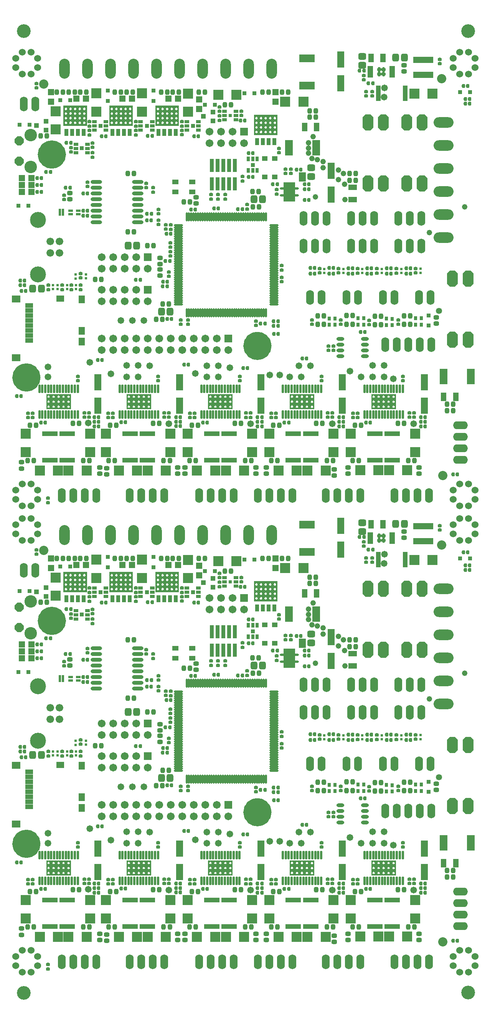
<source format=gts>
G04 Layer_Color=8388736*
%FSLAX24Y24*%
%MOIN*%
G70*
G01*
G75*
%ADD52C,0.0600*%
%ADD92C,0.0580*%
%ADD195C,0.1220*%
%ADD196R,0.1040X0.1680*%
G04:AMPARAMS|DCode=197|XSize=118.7mil|YSize=118.7mil|CornerRadius=59.4mil|HoleSize=0mil|Usage=FLASHONLY|Rotation=90.000|XOffset=0mil|YOffset=0mil|HoleType=Round|Shape=RoundedRectangle|*
%AMROUNDEDRECTD197*
21,1,0.1187,0.0000,0,0,90.0*
21,1,0.0000,0.1187,0,0,90.0*
1,1,0.1187,0.0000,0.0000*
1,1,0.1187,0.0000,0.0000*
1,1,0.1187,0.0000,0.0000*
1,1,0.1187,0.0000,0.0000*
%
%ADD197ROUNDEDRECTD197*%
%ADD198R,0.0208X0.0186*%
%ADD199R,0.0330X0.0330*%
%ADD200R,0.0270X0.0270*%
%ADD201R,0.0606X0.0252*%
%ADD202R,0.0213X0.0260*%
G04:AMPARAMS|DCode=203|XSize=30mil|YSize=32mil|CornerRadius=8.4mil|HoleSize=0mil|Usage=FLASHONLY|Rotation=90.000|XOffset=0mil|YOffset=0mil|HoleType=Round|Shape=RoundedRectangle|*
%AMROUNDEDRECTD203*
21,1,0.0300,0.0152,0,0,90.0*
21,1,0.0132,0.0320,0,0,90.0*
1,1,0.0168,0.0076,0.0066*
1,1,0.0168,0.0076,-0.0066*
1,1,0.0168,-0.0076,-0.0066*
1,1,0.0168,-0.0076,0.0066*
%
%ADD203ROUNDEDRECTD203*%
G04:AMPARAMS|DCode=204|XSize=30mil|YSize=32mil|CornerRadius=8.4mil|HoleSize=0mil|Usage=FLASHONLY|Rotation=180.000|XOffset=0mil|YOffset=0mil|HoleType=Round|Shape=RoundedRectangle|*
%AMROUNDEDRECTD204*
21,1,0.0300,0.0152,0,0,180.0*
21,1,0.0132,0.0320,0,0,180.0*
1,1,0.0168,-0.0066,0.0076*
1,1,0.0168,0.0066,0.0076*
1,1,0.0168,0.0066,-0.0076*
1,1,0.0168,-0.0066,-0.0076*
%
%ADD204ROUNDEDRECTD204*%
%ADD205R,0.1379X0.0434*%
G04:AMPARAMS|DCode=206|XSize=37.1mil|YSize=47.4mil|CornerRadius=9.8mil|HoleSize=0mil|Usage=FLASHONLY|Rotation=0.000|XOffset=0mil|YOffset=0mil|HoleType=Round|Shape=RoundedRectangle|*
%AMROUNDEDRECTD206*
21,1,0.0371,0.0277,0,0,0.0*
21,1,0.0175,0.0474,0,0,0.0*
1,1,0.0197,0.0087,-0.0139*
1,1,0.0197,-0.0087,-0.0139*
1,1,0.0197,-0.0087,0.0139*
1,1,0.0197,0.0087,0.0139*
%
%ADD206ROUNDEDRECTD206*%
G04:AMPARAMS|DCode=207|XSize=80mil|YSize=80mil|CornerRadius=40mil|HoleSize=0mil|Usage=FLASHONLY|Rotation=270.000|XOffset=0mil|YOffset=0mil|HoleType=Round|Shape=RoundedRectangle|*
%AMROUNDEDRECTD207*
21,1,0.0800,0.0000,0,0,270.0*
21,1,0.0000,0.0800,0,0,270.0*
1,1,0.0800,0.0000,0.0000*
1,1,0.0800,0.0000,0.0000*
1,1,0.0800,0.0000,0.0000*
1,1,0.0800,0.0000,0.0000*
%
%ADD207ROUNDEDRECTD207*%
%ADD208R,0.0552X0.0434*%
%ADD209R,0.0415X0.0316*%
%ADD210O,0.0671X0.0316*%
%ADD211O,0.0986X0.0316*%
%ADD212R,0.0482X0.0198*%
%ADD213O,0.0198X0.0789*%
%ADD214O,0.0789X0.0198*%
G04:AMPARAMS|DCode=215|XSize=37.1mil|YSize=47.4mil|CornerRadius=9.8mil|HoleSize=0mil|Usage=FLASHONLY|Rotation=270.000|XOffset=0mil|YOffset=0mil|HoleType=Round|Shape=RoundedRectangle|*
%AMROUNDEDRECTD215*
21,1,0.0371,0.0277,0,0,270.0*
21,1,0.0175,0.0474,0,0,270.0*
1,1,0.0197,-0.0139,-0.0087*
1,1,0.0197,-0.0139,0.0087*
1,1,0.0197,0.0139,0.0087*
1,1,0.0197,0.0139,-0.0087*
%
%ADD215ROUNDEDRECTD215*%
%ADD216R,0.0434X0.1379*%
%ADD217R,0.0360X0.0640*%
%ADD218R,0.0560X0.0560*%
%ADD219R,0.1753X0.0545*%
G04:AMPARAMS|DCode=220|XSize=60mil|YSize=68mil|CornerRadius=17mil|HoleSize=0mil|Usage=FLASHONLY|Rotation=0.000|XOffset=0mil|YOffset=0mil|HoleType=Round|Shape=RoundedRectangle|*
%AMROUNDEDRECTD220*
21,1,0.0600,0.0340,0,0,0.0*
21,1,0.0260,0.0680,0,0,0.0*
1,1,0.0340,0.0130,-0.0170*
1,1,0.0340,-0.0130,-0.0170*
1,1,0.0340,-0.0130,0.0170*
1,1,0.0340,0.0130,0.0170*
%
%ADD220ROUNDEDRECTD220*%
%ADD221R,0.0375X0.1182*%
G04:AMPARAMS|DCode=222|XSize=80mil|YSize=80mil|CornerRadius=40mil|HoleSize=0mil|Usage=FLASHONLY|Rotation=0.000|XOffset=0mil|YOffset=0mil|HoleType=Round|Shape=RoundedRectangle|*
%AMROUNDEDRECTD222*
21,1,0.0800,0.0000,0,0,0.0*
21,1,0.0000,0.0800,0,0,0.0*
1,1,0.0800,0.0000,0.0000*
1,1,0.0800,0.0000,0.0000*
1,1,0.0800,0.0000,0.0000*
1,1,0.0800,0.0000,0.0000*
%
%ADD222ROUNDEDRECTD222*%
%ADD223R,0.0560X0.0560*%
%ADD224R,0.0870X0.0870*%
%ADD225R,0.0870X0.0870*%
%ADD226R,0.0320X0.0320*%
%ADD227R,0.0280X0.0360*%
%ADD228R,0.0710X0.1340*%
%ADD229R,0.1340X0.0710*%
G04:AMPARAMS|DCode=230|XSize=60mil|YSize=68mil|CornerRadius=17mil|HoleSize=0mil|Usage=FLASHONLY|Rotation=90.000|XOffset=0mil|YOffset=0mil|HoleType=Round|Shape=RoundedRectangle|*
%AMROUNDEDRECTD230*
21,1,0.0600,0.0340,0,0,90.0*
21,1,0.0260,0.0680,0,0,90.0*
1,1,0.0340,0.0170,0.0130*
1,1,0.0340,0.0170,-0.0130*
1,1,0.0340,-0.0170,-0.0130*
1,1,0.0340,-0.0170,0.0130*
%
%ADD230ROUNDEDRECTD230*%
%ADD231R,0.0513X0.0749*%
%ADD232R,0.0749X0.0513*%
%ADD233R,0.0533X0.0671*%
%ADD234R,0.0671X0.0395*%
%ADD235R,0.0749X0.0631*%
%ADD236R,0.0671X0.0533*%
%ADD237R,0.0330X0.0330*%
%ADD238R,0.0631X0.1419*%
%ADD239R,0.0440X0.0400*%
%ADD240O,0.0218X0.0749*%
%ADD241R,0.0237X0.0198*%
%ADD242R,0.0320X0.0320*%
%ADD243R,0.0316X0.0415*%
%ADD244R,0.0434X0.0237*%
%ADD245O,0.0190X0.0395*%
%ADD246O,0.0395X0.0190*%
%ADD247R,0.0887X0.0887*%
%ADD248R,0.0474X0.0434*%
%ADD249R,0.0671X0.0671*%
%ADD250C,0.0671*%
%ADD251O,0.1280X0.0680*%
%ADD252P,0.0844X8X292.5*%
%ADD253C,0.1080*%
%ADD254O,0.0680X0.1280*%
%ADD255C,0.0660*%
%ADD256C,0.1385*%
G04:AMPARAMS|DCode=257|XSize=141mil|YSize=91mil|CornerRadius=0mil|HoleSize=0mil|Usage=FLASHONLY|Rotation=270.000|XOffset=0mil|YOffset=0mil|HoleType=Round|Shape=Octagon|*
%AMOCTAGOND257*
4,1,8,-0.0228,-0.0705,0.0228,-0.0705,0.0455,-0.0478,0.0455,0.0478,0.0228,0.0705,-0.0228,0.0705,-0.0455,0.0478,-0.0455,-0.0478,-0.0228,-0.0705,0.0*
%
%ADD257OCTAGOND257*%

%ADD258O,0.0905X0.1730*%
%ADD259O,0.1730X0.0905*%
%ADD260C,0.0530*%
%ADD261C,0.0480*%
G36*
X35160Y81689D02*
X35161Y81674D01*
X35173Y81645D01*
X35195Y81624D01*
X35223Y81612D01*
X35238Y81610D01*
Y81404D01*
X35225Y81402D01*
X35200Y81392D01*
X35181Y81373D01*
X35171Y81348D01*
X35169Y81335D01*
Y81295D01*
X35160D01*
Y81286D01*
X35161Y81270D01*
X35173Y81242D01*
X35195Y81220D01*
X35223Y81208D01*
X35238Y81207D01*
Y81010D01*
X35223Y81008D01*
X35195Y80997D01*
X35173Y80975D01*
X35161Y80947D01*
X35160Y80931D01*
Y80912D01*
X34982D01*
X34981Y80931D01*
X34966Y80966D01*
X34939Y80993D01*
X34903Y81008D01*
X34884Y81010D01*
X34864D01*
X34845Y81008D01*
X34810Y80993D01*
X34782Y80966D01*
X34768Y80931D01*
X34766Y80912D01*
X34589D01*
Y80921D01*
X34587Y80937D01*
X34575Y80965D01*
X34554Y80987D01*
X34525Y80999D01*
X34510Y81000D01*
Y81207D01*
X34523Y81208D01*
X34548Y81218D01*
X34567Y81237D01*
X34578Y81262D01*
X34579Y81276D01*
Y81315D01*
X34589D01*
Y81325D01*
X34587Y81340D01*
X34575Y81369D01*
X34554Y81390D01*
X34525Y81402D01*
X34510Y81404D01*
Y81601D01*
X34525Y81602D01*
X34554Y81614D01*
X34575Y81636D01*
X34587Y81664D01*
X34589Y81679D01*
Y81699D01*
X34766D01*
X34768Y81680D01*
X34782Y81644D01*
X34810Y81617D01*
X34845Y81602D01*
X34864Y81601D01*
X34884D01*
X34903Y81602D01*
X34939Y81617D01*
X34966Y81644D01*
X34981Y81680D01*
X34982Y81699D01*
X35160D01*
Y81689D01*
D02*
G37*
G36*
X17295Y78065D02*
Y77671D01*
Y77267D01*
Y76874D01*
Y76598D01*
X15247D01*
Y76874D01*
Y77267D01*
Y77671D01*
Y78075D01*
Y78360D01*
X17295D01*
Y78065D01*
D02*
G37*
G36*
X13285D02*
Y77671D01*
Y77267D01*
Y76874D01*
Y76598D01*
X11237D01*
Y76874D01*
Y77267D01*
Y77671D01*
Y78075D01*
Y78360D01*
X13285D01*
Y78065D01*
D02*
G37*
G36*
X9300D02*
Y77671D01*
Y77267D01*
Y76874D01*
Y76598D01*
X7252D01*
Y76874D01*
Y77267D01*
Y77671D01*
Y78075D01*
Y78360D01*
X9300D01*
Y78065D01*
D02*
G37*
G36*
X25850Y77265D02*
Y76871D01*
Y76467D01*
Y76074D01*
Y75798D01*
X23802D01*
Y76074D01*
Y76467D01*
Y76871D01*
Y77275D01*
Y77560D01*
X25850D01*
Y77265D01*
D02*
G37*
G36*
X36137Y53084D02*
Y52867D01*
Y52650D01*
Y52434D01*
Y52217D01*
Y52001D01*
X34002D01*
Y52217D01*
Y52434D01*
Y52650D01*
Y52867D01*
Y53084D01*
Y53085D01*
Y53301D01*
X36137D01*
Y53084D01*
D02*
G37*
G36*
X29049D02*
Y52867D01*
Y52650D01*
Y52434D01*
Y52217D01*
Y52001D01*
X26914D01*
Y52217D01*
Y52434D01*
Y52650D01*
Y52867D01*
Y53084D01*
Y53085D01*
Y53301D01*
X29049D01*
Y53084D01*
D02*
G37*
G36*
X21963D02*
Y52867D01*
Y52650D01*
Y52434D01*
Y52217D01*
Y52001D01*
X19828D01*
Y52217D01*
Y52434D01*
Y52650D01*
Y52867D01*
Y53084D01*
Y53085D01*
Y53301D01*
X21963D01*
Y53084D01*
D02*
G37*
G36*
X14872D02*
Y52867D01*
Y52650D01*
Y52434D01*
Y52217D01*
Y52001D01*
X12737D01*
Y52217D01*
Y52434D01*
Y52650D01*
Y52867D01*
Y53084D01*
Y53085D01*
Y53301D01*
X14872D01*
Y53084D01*
D02*
G37*
G36*
X7903D02*
Y52867D01*
Y52650D01*
Y52434D01*
Y52217D01*
Y52001D01*
X5768D01*
Y52217D01*
Y52434D01*
Y52650D01*
Y52867D01*
Y53084D01*
Y53085D01*
Y53301D01*
X7903D01*
Y53084D01*
D02*
G37*
G36*
X35160Y41189D02*
X35161Y41174D01*
X35173Y41145D01*
X35195Y41124D01*
X35223Y41112D01*
X35238Y41110D01*
Y40904D01*
X35225Y40902D01*
X35200Y40892D01*
X35181Y40873D01*
X35171Y40848D01*
X35169Y40835D01*
Y40795D01*
X35160D01*
Y40786D01*
X35161Y40770D01*
X35173Y40742D01*
X35195Y40720D01*
X35223Y40708D01*
X35238Y40707D01*
Y40510D01*
X35223Y40508D01*
X35195Y40497D01*
X35173Y40475D01*
X35161Y40447D01*
X35160Y40431D01*
Y40412D01*
X34982D01*
X34981Y40431D01*
X34966Y40466D01*
X34939Y40493D01*
X34903Y40508D01*
X34884Y40510D01*
X34864D01*
X34845Y40508D01*
X34810Y40493D01*
X34782Y40466D01*
X34768Y40431D01*
X34766Y40412D01*
X34589D01*
Y40421D01*
X34587Y40437D01*
X34575Y40465D01*
X34554Y40487D01*
X34525Y40499D01*
X34510Y40500D01*
Y40707D01*
X34523Y40708D01*
X34548Y40718D01*
X34567Y40737D01*
X34578Y40762D01*
X34579Y40776D01*
Y40815D01*
X34589D01*
Y40825D01*
X34587Y40840D01*
X34575Y40869D01*
X34554Y40890D01*
X34525Y40902D01*
X34510Y40904D01*
Y41101D01*
X34525Y41102D01*
X34554Y41114D01*
X34575Y41136D01*
X34587Y41164D01*
X34589Y41179D01*
Y41199D01*
X34766D01*
X34768Y41180D01*
X34782Y41144D01*
X34810Y41117D01*
X34845Y41102D01*
X34864Y41101D01*
X34884D01*
X34903Y41102D01*
X34939Y41117D01*
X34966Y41144D01*
X34981Y41180D01*
X34982Y41199D01*
X35160D01*
Y41189D01*
D02*
G37*
G36*
X17295Y37565D02*
Y37171D01*
Y36767D01*
Y36374D01*
Y36098D01*
X15247D01*
Y36374D01*
Y36767D01*
Y37171D01*
Y37575D01*
Y37860D01*
X17295D01*
Y37565D01*
D02*
G37*
G36*
X13285D02*
Y37171D01*
Y36767D01*
Y36374D01*
Y36098D01*
X11237D01*
Y36374D01*
Y36767D01*
Y37171D01*
Y37575D01*
Y37860D01*
X13285D01*
Y37565D01*
D02*
G37*
G36*
X9300D02*
Y37171D01*
Y36767D01*
Y36374D01*
Y36098D01*
X7252D01*
Y36374D01*
Y36767D01*
Y37171D01*
Y37575D01*
Y37860D01*
X9300D01*
Y37565D01*
D02*
G37*
G36*
X25850Y36765D02*
Y36371D01*
Y35967D01*
Y35574D01*
Y35298D01*
X23802D01*
Y35574D01*
Y35967D01*
Y36371D01*
Y36775D01*
Y37060D01*
X25850D01*
Y36765D01*
D02*
G37*
G36*
X36137Y12584D02*
Y12367D01*
Y12150D01*
Y11934D01*
Y11717D01*
Y11501D01*
X34002D01*
Y11717D01*
Y11934D01*
Y12150D01*
Y12367D01*
Y12584D01*
Y12585D01*
Y12801D01*
X36137D01*
Y12584D01*
D02*
G37*
G36*
X29049D02*
Y12367D01*
Y12150D01*
Y11934D01*
Y11717D01*
Y11501D01*
X26914D01*
Y11717D01*
Y11934D01*
Y12150D01*
Y12367D01*
Y12584D01*
Y12585D01*
Y12801D01*
X29049D01*
Y12584D01*
D02*
G37*
G36*
X21963D02*
Y12367D01*
Y12150D01*
Y11934D01*
Y11717D01*
Y11501D01*
X19828D01*
Y11717D01*
Y11934D01*
Y12150D01*
Y12367D01*
Y12584D01*
Y12585D01*
Y12801D01*
X21963D01*
Y12584D01*
D02*
G37*
G36*
X14872D02*
Y12367D01*
Y12150D01*
Y11934D01*
Y11717D01*
Y11501D01*
X12737D01*
Y11717D01*
Y11934D01*
Y12150D01*
Y12367D01*
Y12584D01*
Y12585D01*
Y12801D01*
X14872D01*
Y12584D01*
D02*
G37*
G36*
X7903D02*
Y12367D01*
Y12150D01*
Y11934D01*
Y11717D01*
Y11501D01*
X5768D01*
Y11717D01*
Y11934D01*
Y12150D01*
Y12367D01*
Y12584D01*
Y12585D01*
Y12801D01*
X7903D01*
Y12584D01*
D02*
G37*
%LPC*%
G36*
X34874Y81404D02*
X34855Y81402D01*
X34819Y81387D01*
X34792Y81360D01*
X34778Y81324D01*
X34776Y81305D01*
X34778Y81286D01*
X34792Y81251D01*
X34819Y81223D01*
X34855Y81209D01*
X34874Y81207D01*
X34893Y81209D01*
X34929Y81223D01*
X34956Y81251D01*
X34971Y81286D01*
X34973Y81305D01*
X34971Y81324D01*
X34956Y81360D01*
X34929Y81387D01*
X34893Y81402D01*
X34874Y81404D01*
D02*
G37*
G36*
X17068Y78193D02*
X17047Y78191D01*
X17008Y78174D01*
X16978Y78145D01*
X16962Y78106D01*
X16960Y78084D01*
X16962Y78063D01*
X16978Y78024D01*
X17008Y77994D01*
X17047Y77978D01*
X17068Y77976D01*
X17089Y77978D01*
X17127Y77994D01*
X17157Y78023D01*
X17172Y78062D01*
X17174Y78082D01*
Y78106D01*
X17174Y78106D01*
X17158Y78145D01*
X17128Y78174D01*
X17089Y78191D01*
X17068Y78193D01*
D02*
G37*
G36*
X16675D02*
X16653Y78191D01*
X16614Y78174D01*
X16585Y78145D01*
X16568Y78106D01*
X16566Y78084D01*
Y78075D01*
X16568Y78055D01*
X16583Y78020D01*
X16610Y77993D01*
X16646Y77978D01*
X16665Y77976D01*
X16686Y77978D01*
X16726Y77995D01*
X16756Y78025D01*
X16773Y78065D01*
X16773Y78067D01*
Y78094D01*
X16771Y78113D01*
X16756Y78149D01*
X16729Y78176D01*
X16694Y78191D01*
X16675Y78193D01*
D02*
G37*
G36*
X16281Y78183D02*
X16271D01*
X16250Y78181D01*
X16211Y78165D01*
X16181Y78135D01*
X16165Y78096D01*
Y78082D01*
X16167Y78062D01*
X16183Y78023D01*
X16212Y77994D01*
X16250Y77978D01*
X16271Y77976D01*
X16291Y77978D01*
X16327Y77993D01*
X16354Y78021D01*
X16369Y78057D01*
X16370Y78065D01*
X16369D01*
Y78094D01*
X16368Y78112D01*
X16355Y78143D01*
X16330Y78168D01*
X16298Y78181D01*
X16281Y78183D01*
D02*
G37*
G36*
X15867Y78193D02*
X15848Y78191D01*
X15813Y78176D01*
X15786Y78149D01*
X15771Y78113D01*
X15769Y78094D01*
Y78086D01*
Y78084D01*
Y78075D01*
X15771Y78055D01*
X15786Y78020D01*
X15813Y77993D01*
X15848Y77978D01*
X15867Y77976D01*
X15888Y77978D01*
X15926Y77994D01*
X15956Y78023D01*
X15972Y78062D01*
X15974Y78082D01*
Y78106D01*
X15974Y78106D01*
X15957Y78145D01*
X15928Y78174D01*
X15889Y78191D01*
X15867Y78193D01*
D02*
G37*
G36*
X15473Y78192D02*
X15472Y78185D01*
X15450Y78183D01*
X15411Y78167D01*
X15382Y78137D01*
X15365Y78098D01*
X15365D01*
Y78085D01*
X15367Y78063D01*
X15384Y78024D01*
X15414Y77994D01*
X15453Y77978D01*
X15474Y77976D01*
X15493Y77978D01*
X15529Y77993D01*
X15557Y78020D01*
X15572Y78056D01*
X15573Y78075D01*
X15572D01*
X15572Y78094D01*
X15570Y78113D01*
X15555Y78148D01*
X15528Y78175D01*
X15492Y78190D01*
X15473Y78192D01*
D02*
G37*
G36*
X17068Y77779D02*
X17049Y77777D01*
X17014Y77763D01*
X16986Y77736D01*
X16972Y77700D01*
X16970Y77681D01*
Y77671D01*
X16961D01*
X16962Y77660D01*
X16978Y77621D01*
X17008Y77591D01*
X17047Y77575D01*
X17068Y77573D01*
X17089Y77575D01*
X17127Y77591D01*
X17157Y77620D01*
X17172Y77658D01*
X17174Y77671D01*
X17167D01*
Y77681D01*
X17165Y77700D01*
X17150Y77736D01*
X17123Y77763D01*
X17087Y77777D01*
X17068Y77779D01*
D02*
G37*
G36*
X16675D02*
X16655Y77777D01*
X16620Y77763D01*
X16593Y77736D01*
X16578Y77700D01*
X16576Y77681D01*
Y77671D01*
X16566D01*
X16568Y77652D01*
X16583Y77616D01*
X16610Y77589D01*
X16646Y77575D01*
X16665Y77573D01*
X16686Y77575D01*
X16726Y77591D01*
X16756Y77622D01*
X16773Y77661D01*
X16774Y77671D01*
X16773D01*
Y77681D01*
X16771Y77700D01*
X16756Y77736D01*
X16729Y77763D01*
X16694Y77777D01*
X16675Y77779D01*
D02*
G37*
G36*
X16271D02*
X16252Y77777D01*
X16216Y77763D01*
X16189Y77736D01*
X16174Y77700D01*
X16173Y77681D01*
Y77671D01*
X16166D01*
X16167Y77658D01*
X16183Y77620D01*
X16212Y77591D01*
X16250Y77575D01*
X16271Y77573D01*
X16291Y77575D01*
X16327Y77589D01*
X16354Y77617D01*
X16369Y77653D01*
X16371Y77671D01*
X16369D01*
Y77681D01*
X16368Y77700D01*
X16353Y77736D01*
X16326Y77763D01*
X16290Y77777D01*
X16271Y77779D01*
D02*
G37*
G36*
X15877Y77789D02*
X15856Y77787D01*
X15817Y77771D01*
X15787Y77741D01*
X15771Y77702D01*
X15769Y77681D01*
Y77671D01*
X15771Y77652D01*
X15786Y77616D01*
X15813Y77589D01*
X15848Y77575D01*
X15867Y77573D01*
X15888Y77575D01*
X15926Y77591D01*
X15956Y77620D01*
X15972Y77658D01*
X15973Y77671D01*
X15966D01*
Y77701D01*
X15964Y77718D01*
X15951Y77750D01*
X15927Y77774D01*
X15895Y77787D01*
X15877Y77789D01*
D02*
G37*
G36*
X15474Y77779D02*
X15455Y77777D01*
X15419Y77763D01*
X15392Y77736D01*
X15377Y77700D01*
X15375Y77681D01*
Y77671D01*
X15366D01*
X15367Y77660D01*
X15384Y77621D01*
X15414Y77591D01*
X15453Y77575D01*
X15474Y77573D01*
X15493Y77575D01*
X15529Y77589D01*
X15557Y77617D01*
X15572Y77653D01*
X15573Y77671D01*
X15562D01*
Y77691D01*
X15561Y77708D01*
X15547Y77740D01*
X15523Y77764D01*
X15491Y77778D01*
X15474Y77779D01*
D02*
G37*
G36*
X17068Y77376D02*
X17049Y77374D01*
X17014Y77359D01*
X16986Y77332D01*
X16972Y77297D01*
X16970Y77277D01*
Y77267D01*
X16962D01*
X16962Y77266D01*
X16978Y77227D01*
X17008Y77197D01*
X17047Y77181D01*
X17068Y77179D01*
X17089Y77181D01*
X17127Y77197D01*
X17157Y77226D01*
X17172Y77264D01*
X17173Y77267D01*
X17167D01*
Y77277D01*
X17165Y77297D01*
X17150Y77332D01*
X17123Y77359D01*
X17087Y77374D01*
X17068Y77376D01*
D02*
G37*
G36*
X16675D02*
X16655Y77374D01*
X16620Y77359D01*
X16593Y77332D01*
X16578Y77297D01*
X16576Y77277D01*
Y77267D01*
X16567D01*
X16568Y77258D01*
X16583Y77223D01*
X16610Y77196D01*
X16646Y77181D01*
X16665Y77179D01*
X16686Y77181D01*
X16726Y77197D01*
X16756Y77228D01*
X16773Y77268D01*
X16773Y77270D01*
Y77277D01*
X16771Y77297D01*
X16756Y77332D01*
X16729Y77359D01*
X16694Y77374D01*
X16675Y77376D01*
D02*
G37*
G36*
X16271D02*
X16252Y77374D01*
X16216Y77359D01*
X16189Y77332D01*
X16174Y77297D01*
X16173Y77277D01*
Y77267D01*
X16167D01*
X16167Y77264D01*
X16183Y77226D01*
X16212Y77197D01*
X16250Y77181D01*
X16271Y77179D01*
X16291Y77181D01*
X16327Y77196D01*
X16354Y77223D01*
X16369Y77260D01*
X16370Y77267D01*
X16369D01*
Y77277D01*
X16368Y77297D01*
X16353Y77332D01*
X16326Y77359D01*
X16290Y77374D01*
X16271Y77376D01*
D02*
G37*
G36*
X15877Y77386D02*
X15856Y77384D01*
X15817Y77367D01*
X15787Y77337D01*
X15771Y77298D01*
X15769Y77277D01*
X15771Y77258D01*
X15786Y77223D01*
X15813Y77196D01*
X15848Y77181D01*
X15867Y77179D01*
X15888Y77181D01*
X15926Y77197D01*
X15956Y77226D01*
X15972Y77264D01*
X15972Y77267D01*
X15966D01*
Y77297D01*
X15964Y77314D01*
X15951Y77346D01*
X15927Y77371D01*
X15895Y77384D01*
X15877Y77386D01*
D02*
G37*
G36*
X15474Y77376D02*
X15455Y77374D01*
X15419Y77359D01*
X15392Y77332D01*
X15377Y77297D01*
X15375Y77277D01*
Y77267D01*
X15367D01*
X15367Y77266D01*
X15384Y77227D01*
X15414Y77197D01*
X15453Y77181D01*
X15474Y77179D01*
X15493Y77181D01*
X15529Y77196D01*
X15557Y77223D01*
X15572Y77259D01*
X15572Y77267D01*
X15562D01*
Y77287D01*
X15561Y77304D01*
X15547Y77336D01*
X15523Y77361D01*
X15491Y77374D01*
X15474Y77376D01*
D02*
G37*
G36*
X16271Y76982D02*
X16252Y76980D01*
X16216Y76965D01*
X16189Y76938D01*
X16174Y76903D01*
X16173Y76884D01*
Y76874D01*
Y76864D01*
X16174Y76847D01*
X16188Y76815D01*
X16212Y76790D01*
X16244Y76777D01*
X16261Y76775D01*
X16271D01*
X16292Y76777D01*
X16331Y76794D01*
X16361Y76823D01*
X16377Y76863D01*
X16378Y76874D01*
X16369D01*
Y76884D01*
X16368Y76903D01*
X16353Y76938D01*
X16326Y76965D01*
X16290Y76980D01*
X16271Y76982D01*
D02*
G37*
G36*
X17068D02*
X17049Y76980D01*
X17014Y76965D01*
X16986Y76938D01*
X16972Y76903D01*
X16970Y76884D01*
Y76884D01*
X16971Y76865D01*
X16972Y76845D01*
X16987Y76810D01*
X17014Y76783D01*
X17050Y76768D01*
X17069Y76766D01*
X17070Y76773D01*
X17092Y76775D01*
X17131Y76791D01*
X17160Y76821D01*
X17177Y76860D01*
X17178Y76874D01*
X17167D01*
Y76884D01*
X17165Y76903D01*
X17150Y76938D01*
X17123Y76965D01*
X17087Y76980D01*
X17068Y76982D01*
D02*
G37*
G36*
X16675D02*
X16655Y76980D01*
X16620Y76965D01*
X16593Y76938D01*
X16578Y76903D01*
X16576Y76884D01*
Y76874D01*
X16566D01*
Y76874D01*
X16568Y76853D01*
X16585Y76814D01*
X16614Y76784D01*
X16653Y76768D01*
X16675Y76766D01*
X16694Y76767D01*
X16729Y76782D01*
X16756Y76809D01*
X16771Y76845D01*
X16773Y76864D01*
Y76874D01*
Y76884D01*
X16771Y76903D01*
X16756Y76938D01*
X16729Y76965D01*
X16694Y76980D01*
X16675Y76982D01*
D02*
G37*
G36*
X15877Y76992D02*
X15856Y76990D01*
X15817Y76974D01*
X15787Y76944D01*
X15771Y76905D01*
X15769Y76884D01*
Y76874D01*
Y76864D01*
X15771Y76845D01*
X15786Y76809D01*
X15813Y76782D01*
X15848Y76767D01*
X15867Y76766D01*
X15889Y76768D01*
X15928Y76784D01*
X15957Y76814D01*
X15974Y76853D01*
X15976Y76874D01*
Y76874D01*
X15966D01*
Y76903D01*
X15964Y76921D01*
X15951Y76953D01*
X15927Y76977D01*
X15895Y76990D01*
X15877Y76992D01*
D02*
G37*
G36*
X15474Y76982D02*
X15455Y76980D01*
X15419Y76965D01*
X15392Y76938D01*
X15377Y76903D01*
X15375Y76884D01*
Y76874D01*
X15366D01*
Y76874D01*
X15368Y76853D01*
X15384Y76814D01*
X15414Y76784D01*
X15453Y76768D01*
X15474Y76766D01*
X15495Y76768D01*
X15534Y76784D01*
X15564Y76814D01*
X15580Y76853D01*
X15582Y76874D01*
Y76874D01*
X15562D01*
Y76893D01*
X15561Y76911D01*
X15547Y76943D01*
X15523Y76967D01*
X15491Y76980D01*
X15474Y76982D01*
D02*
G37*
G36*
X13058Y78193D02*
X13037Y78191D01*
X12998Y78174D01*
X12968Y78145D01*
X12952Y78106D01*
X12950Y78084D01*
X12952Y78063D01*
X12968Y78024D01*
X12998Y77994D01*
X13037Y77978D01*
X13058Y77976D01*
X13079Y77978D01*
X13117Y77994D01*
X13147Y78023D01*
X13162Y78062D01*
X13164Y78082D01*
Y78106D01*
X13164Y78106D01*
X13148Y78145D01*
X13118Y78174D01*
X13079Y78191D01*
X13058Y78193D01*
D02*
G37*
G36*
X12665D02*
X12643Y78191D01*
X12604Y78174D01*
X12575Y78145D01*
X12558Y78106D01*
X12556Y78084D01*
Y78075D01*
X12558Y78055D01*
X12573Y78020D01*
X12600Y77993D01*
X12636Y77978D01*
X12655Y77976D01*
X12676Y77978D01*
X12716Y77995D01*
X12746Y78025D01*
X12763Y78065D01*
X12763Y78067D01*
Y78094D01*
X12761Y78113D01*
X12746Y78149D01*
X12719Y78176D01*
X12684Y78191D01*
X12665Y78193D01*
D02*
G37*
G36*
X12271Y78183D02*
X12261D01*
X12240Y78181D01*
X12201Y78165D01*
X12171Y78135D01*
X12155Y78096D01*
Y78082D01*
X12157Y78062D01*
X12173Y78023D01*
X12202Y77994D01*
X12240Y77978D01*
X12261Y77976D01*
X12281Y77978D01*
X12317Y77993D01*
X12344Y78021D01*
X12359Y78057D01*
X12360Y78065D01*
X12359D01*
Y78094D01*
X12358Y78112D01*
X12345Y78143D01*
X12320Y78168D01*
X12288Y78181D01*
X12271Y78183D01*
D02*
G37*
G36*
X11857Y78193D02*
X11838Y78191D01*
X11803Y78176D01*
X11776Y78149D01*
X11761Y78113D01*
X11759Y78094D01*
Y78086D01*
Y78084D01*
Y78075D01*
X11761Y78055D01*
X11776Y78020D01*
X11803Y77993D01*
X11838Y77978D01*
X11857Y77976D01*
X11878Y77978D01*
X11916Y77994D01*
X11946Y78023D01*
X11962Y78062D01*
X11964Y78082D01*
Y78106D01*
X11964Y78106D01*
X11947Y78145D01*
X11918Y78174D01*
X11879Y78191D01*
X11857Y78193D01*
D02*
G37*
G36*
X11463Y78192D02*
X11462Y78185D01*
X11440Y78183D01*
X11401Y78167D01*
X11372Y78137D01*
X11355Y78098D01*
X11355D01*
Y78085D01*
X11357Y78063D01*
X11374Y78024D01*
X11404Y77994D01*
X11443Y77978D01*
X11464Y77976D01*
X11483Y77978D01*
X11519Y77993D01*
X11547Y78020D01*
X11562Y78056D01*
X11563Y78075D01*
X11562D01*
X11562Y78094D01*
X11560Y78113D01*
X11545Y78148D01*
X11518Y78175D01*
X11482Y78190D01*
X11463Y78192D01*
D02*
G37*
G36*
X13058Y77779D02*
X13039Y77777D01*
X13004Y77763D01*
X12976Y77736D01*
X12962Y77700D01*
X12960Y77681D01*
Y77671D01*
X12951D01*
X12952Y77660D01*
X12968Y77621D01*
X12998Y77591D01*
X13037Y77575D01*
X13058Y77573D01*
X13079Y77575D01*
X13117Y77591D01*
X13147Y77620D01*
X13162Y77658D01*
X13164Y77671D01*
X13157D01*
Y77681D01*
X13155Y77700D01*
X13140Y77736D01*
X13113Y77763D01*
X13077Y77777D01*
X13058Y77779D01*
D02*
G37*
G36*
X12665D02*
X12645Y77777D01*
X12610Y77763D01*
X12583Y77736D01*
X12568Y77700D01*
X12566Y77681D01*
Y77671D01*
X12556D01*
X12558Y77652D01*
X12573Y77616D01*
X12600Y77589D01*
X12636Y77575D01*
X12655Y77573D01*
X12676Y77575D01*
X12716Y77591D01*
X12746Y77622D01*
X12763Y77661D01*
X12764Y77671D01*
X12763D01*
Y77681D01*
X12761Y77700D01*
X12746Y77736D01*
X12719Y77763D01*
X12684Y77777D01*
X12665Y77779D01*
D02*
G37*
G36*
X12261D02*
X12242Y77777D01*
X12206Y77763D01*
X12179Y77736D01*
X12164Y77700D01*
X12163Y77681D01*
Y77671D01*
X12156D01*
X12157Y77658D01*
X12173Y77620D01*
X12202Y77591D01*
X12240Y77575D01*
X12261Y77573D01*
X12281Y77575D01*
X12317Y77589D01*
X12344Y77617D01*
X12359Y77653D01*
X12361Y77671D01*
X12359D01*
Y77681D01*
X12358Y77700D01*
X12343Y77736D01*
X12316Y77763D01*
X12280Y77777D01*
X12261Y77779D01*
D02*
G37*
G36*
X11867Y77789D02*
X11846Y77787D01*
X11807Y77771D01*
X11777Y77741D01*
X11761Y77702D01*
X11759Y77681D01*
Y77671D01*
X11761Y77652D01*
X11776Y77616D01*
X11803Y77589D01*
X11838Y77575D01*
X11857Y77573D01*
X11878Y77575D01*
X11916Y77591D01*
X11946Y77620D01*
X11962Y77658D01*
X11963Y77671D01*
X11956D01*
Y77701D01*
X11954Y77718D01*
X11941Y77750D01*
X11917Y77774D01*
X11885Y77787D01*
X11867Y77789D01*
D02*
G37*
G36*
X11464Y77779D02*
X11445Y77777D01*
X11409Y77763D01*
X11382Y77736D01*
X11367Y77700D01*
X11365Y77681D01*
Y77671D01*
X11356D01*
X11357Y77660D01*
X11374Y77621D01*
X11404Y77591D01*
X11443Y77575D01*
X11464Y77573D01*
X11483Y77575D01*
X11519Y77589D01*
X11547Y77617D01*
X11562Y77653D01*
X11563Y77671D01*
X11552D01*
Y77691D01*
X11551Y77708D01*
X11537Y77740D01*
X11513Y77764D01*
X11481Y77778D01*
X11464Y77779D01*
D02*
G37*
G36*
X13058Y77376D02*
X13039Y77374D01*
X13004Y77359D01*
X12976Y77332D01*
X12962Y77297D01*
X12960Y77277D01*
Y77267D01*
X12952D01*
X12952Y77266D01*
X12968Y77227D01*
X12998Y77197D01*
X13037Y77181D01*
X13058Y77179D01*
X13079Y77181D01*
X13117Y77197D01*
X13147Y77226D01*
X13162Y77264D01*
X13163Y77267D01*
X13157D01*
Y77277D01*
X13155Y77297D01*
X13140Y77332D01*
X13113Y77359D01*
X13077Y77374D01*
X13058Y77376D01*
D02*
G37*
G36*
X12665D02*
X12645Y77374D01*
X12610Y77359D01*
X12583Y77332D01*
X12568Y77297D01*
X12566Y77277D01*
Y77267D01*
X12557D01*
X12558Y77258D01*
X12573Y77223D01*
X12600Y77196D01*
X12636Y77181D01*
X12655Y77179D01*
X12676Y77181D01*
X12716Y77197D01*
X12746Y77228D01*
X12763Y77268D01*
X12763Y77270D01*
Y77277D01*
X12761Y77297D01*
X12746Y77332D01*
X12719Y77359D01*
X12684Y77374D01*
X12665Y77376D01*
D02*
G37*
G36*
X12261D02*
X12242Y77374D01*
X12206Y77359D01*
X12179Y77332D01*
X12164Y77297D01*
X12163Y77277D01*
Y77267D01*
X12157D01*
X12157Y77264D01*
X12173Y77226D01*
X12202Y77197D01*
X12240Y77181D01*
X12261Y77179D01*
X12281Y77181D01*
X12317Y77196D01*
X12344Y77223D01*
X12359Y77260D01*
X12360Y77267D01*
X12359D01*
Y77277D01*
X12358Y77297D01*
X12343Y77332D01*
X12316Y77359D01*
X12280Y77374D01*
X12261Y77376D01*
D02*
G37*
G36*
X11867Y77386D02*
X11846Y77384D01*
X11807Y77367D01*
X11777Y77337D01*
X11761Y77298D01*
X11759Y77277D01*
X11761Y77258D01*
X11776Y77223D01*
X11803Y77196D01*
X11838Y77181D01*
X11857Y77179D01*
X11878Y77181D01*
X11916Y77197D01*
X11946Y77226D01*
X11962Y77264D01*
X11962Y77267D01*
X11956D01*
Y77297D01*
X11954Y77314D01*
X11941Y77346D01*
X11917Y77371D01*
X11885Y77384D01*
X11867Y77386D01*
D02*
G37*
G36*
X11464Y77376D02*
X11445Y77374D01*
X11409Y77359D01*
X11382Y77332D01*
X11367Y77297D01*
X11365Y77277D01*
Y77267D01*
X11357D01*
X11357Y77266D01*
X11374Y77227D01*
X11404Y77197D01*
X11443Y77181D01*
X11464Y77179D01*
X11483Y77181D01*
X11519Y77196D01*
X11547Y77223D01*
X11562Y77259D01*
X11562Y77267D01*
X11552D01*
Y77287D01*
X11551Y77304D01*
X11537Y77336D01*
X11513Y77361D01*
X11481Y77374D01*
X11464Y77376D01*
D02*
G37*
G36*
X12261Y76982D02*
X12242Y76980D01*
X12206Y76965D01*
X12179Y76938D01*
X12164Y76903D01*
X12163Y76884D01*
Y76874D01*
Y76864D01*
X12164Y76847D01*
X12178Y76815D01*
X12202Y76790D01*
X12234Y76777D01*
X12251Y76775D01*
X12261D01*
X12282Y76777D01*
X12321Y76794D01*
X12351Y76823D01*
X12367Y76863D01*
X12368Y76874D01*
X12359D01*
Y76884D01*
X12358Y76903D01*
X12343Y76938D01*
X12316Y76965D01*
X12280Y76980D01*
X12261Y76982D01*
D02*
G37*
G36*
X13058D02*
X13039Y76980D01*
X13004Y76965D01*
X12976Y76938D01*
X12962Y76903D01*
X12960Y76884D01*
Y76884D01*
X12961Y76865D01*
X12962Y76845D01*
X12977Y76810D01*
X13004Y76783D01*
X13040Y76768D01*
X13059Y76766D01*
X13060Y76773D01*
X13082Y76775D01*
X13121Y76791D01*
X13150Y76821D01*
X13167Y76860D01*
X13168Y76874D01*
X13157D01*
Y76884D01*
X13155Y76903D01*
X13140Y76938D01*
X13113Y76965D01*
X13077Y76980D01*
X13058Y76982D01*
D02*
G37*
G36*
X12665D02*
X12645Y76980D01*
X12610Y76965D01*
X12583Y76938D01*
X12568Y76903D01*
X12566Y76884D01*
Y76874D01*
X12556D01*
Y76874D01*
X12558Y76853D01*
X12575Y76814D01*
X12604Y76784D01*
X12643Y76768D01*
X12665Y76766D01*
X12684Y76767D01*
X12719Y76782D01*
X12746Y76809D01*
X12761Y76845D01*
X12763Y76864D01*
Y76874D01*
Y76884D01*
X12761Y76903D01*
X12746Y76938D01*
X12719Y76965D01*
X12684Y76980D01*
X12665Y76982D01*
D02*
G37*
G36*
X11867Y76992D02*
X11846Y76990D01*
X11807Y76974D01*
X11777Y76944D01*
X11761Y76905D01*
X11759Y76884D01*
Y76874D01*
Y76864D01*
X11761Y76845D01*
X11776Y76809D01*
X11803Y76782D01*
X11838Y76767D01*
X11857Y76766D01*
X11879Y76768D01*
X11918Y76784D01*
X11947Y76814D01*
X11964Y76853D01*
X11966Y76874D01*
Y76874D01*
X11956D01*
Y76903D01*
X11954Y76921D01*
X11941Y76953D01*
X11917Y76977D01*
X11885Y76990D01*
X11867Y76992D01*
D02*
G37*
G36*
X11464Y76982D02*
X11445Y76980D01*
X11409Y76965D01*
X11382Y76938D01*
X11367Y76903D01*
X11365Y76884D01*
Y76874D01*
X11356D01*
Y76874D01*
X11358Y76853D01*
X11374Y76814D01*
X11404Y76784D01*
X11443Y76768D01*
X11464Y76766D01*
X11485Y76768D01*
X11524Y76784D01*
X11554Y76814D01*
X11570Y76853D01*
X11572Y76874D01*
Y76874D01*
X11552D01*
Y76893D01*
X11551Y76911D01*
X11537Y76943D01*
X11513Y76967D01*
X11481Y76980D01*
X11464Y76982D01*
D02*
G37*
G36*
X9073Y78193D02*
X9052Y78191D01*
X9013Y78174D01*
X8983Y78145D01*
X8967Y78106D01*
X8965Y78084D01*
X8967Y78063D01*
X8983Y78024D01*
X9013Y77994D01*
X9052Y77978D01*
X9073Y77976D01*
X9094Y77978D01*
X9132Y77994D01*
X9162Y78023D01*
X9177Y78062D01*
X9179Y78082D01*
Y78106D01*
X9179Y78106D01*
X9163Y78145D01*
X9133Y78174D01*
X9094Y78191D01*
X9073Y78193D01*
D02*
G37*
G36*
X8680D02*
X8658Y78191D01*
X8619Y78174D01*
X8590Y78145D01*
X8573Y78106D01*
X8571Y78084D01*
Y78075D01*
X8573Y78055D01*
X8588Y78020D01*
X8615Y77993D01*
X8650Y77978D01*
X8670Y77976D01*
X8691Y77978D01*
X8731Y77995D01*
X8761Y78025D01*
X8778Y78065D01*
X8778Y78067D01*
Y78094D01*
X8776Y78113D01*
X8761Y78149D01*
X8734Y78176D01*
X8699Y78191D01*
X8680Y78193D01*
D02*
G37*
G36*
X8286Y78183D02*
X8276D01*
X8255Y78181D01*
X8216Y78165D01*
X8186Y78135D01*
X8170Y78096D01*
Y78082D01*
X8172Y78062D01*
X8188Y78023D01*
X8217Y77994D01*
X8255Y77978D01*
X8276Y77976D01*
X8296Y77978D01*
X8332Y77993D01*
X8359Y78021D01*
X8374Y78057D01*
X8375Y78065D01*
X8374D01*
Y78094D01*
X8373Y78112D01*
X8359Y78143D01*
X8335Y78168D01*
X8303Y78181D01*
X8286Y78183D01*
D02*
G37*
G36*
X7872Y78193D02*
X7853Y78191D01*
X7818Y78176D01*
X7791Y78149D01*
X7776Y78113D01*
X7774Y78094D01*
Y78086D01*
Y78084D01*
Y78075D01*
X7776Y78055D01*
X7791Y78020D01*
X7818Y77993D01*
X7853Y77978D01*
X7872Y77976D01*
X7893Y77978D01*
X7931Y77994D01*
X7961Y78023D01*
X7977Y78062D01*
X7979Y78082D01*
Y78106D01*
X7979Y78106D01*
X7962Y78145D01*
X7933Y78174D01*
X7894Y78191D01*
X7872Y78193D01*
D02*
G37*
G36*
X7478Y78192D02*
X7477Y78185D01*
X7455Y78183D01*
X7416Y78167D01*
X7387Y78137D01*
X7370Y78098D01*
X7370D01*
Y78085D01*
X7372Y78063D01*
X7389Y78024D01*
X7419Y77994D01*
X7458Y77978D01*
X7479Y77976D01*
X7498Y77978D01*
X7534Y77993D01*
X7562Y78020D01*
X7576Y78056D01*
X7578Y78075D01*
X7577D01*
X7576Y78094D01*
X7575Y78113D01*
X7560Y78148D01*
X7533Y78175D01*
X7497Y78190D01*
X7478Y78192D01*
D02*
G37*
G36*
X9073Y77779D02*
X9054Y77777D01*
X9019Y77763D01*
X8991Y77736D01*
X8977Y77700D01*
X8975Y77681D01*
Y77671D01*
X8966D01*
X8967Y77660D01*
X8983Y77621D01*
X9013Y77591D01*
X9052Y77575D01*
X9073Y77573D01*
X9094Y77575D01*
X9132Y77591D01*
X9162Y77620D01*
X9177Y77658D01*
X9179Y77671D01*
X9172D01*
Y77681D01*
X9170Y77700D01*
X9155Y77736D01*
X9128Y77763D01*
X9092Y77777D01*
X9073Y77779D01*
D02*
G37*
G36*
X8680D02*
X8660Y77777D01*
X8625Y77763D01*
X8598Y77736D01*
X8583Y77700D01*
X8581Y77681D01*
Y77671D01*
X8571D01*
X8573Y77652D01*
X8588Y77616D01*
X8615Y77589D01*
X8650Y77575D01*
X8670Y77573D01*
X8691Y77575D01*
X8731Y77591D01*
X8761Y77622D01*
X8778Y77661D01*
X8779Y77671D01*
X8778D01*
Y77681D01*
X8776Y77700D01*
X8761Y77736D01*
X8734Y77763D01*
X8699Y77777D01*
X8680Y77779D01*
D02*
G37*
G36*
X8276D02*
X8257Y77777D01*
X8221Y77763D01*
X8194Y77736D01*
X8179Y77700D01*
X8178Y77681D01*
Y77671D01*
X8171D01*
X8172Y77658D01*
X8188Y77620D01*
X8217Y77591D01*
X8255Y77575D01*
X8276Y77573D01*
X8296Y77575D01*
X8332Y77589D01*
X8359Y77617D01*
X8374Y77653D01*
X8376Y77671D01*
X8374D01*
Y77681D01*
X8373Y77700D01*
X8358Y77736D01*
X8331Y77763D01*
X8295Y77777D01*
X8276Y77779D01*
D02*
G37*
G36*
X7882Y77789D02*
X7861Y77787D01*
X7822Y77771D01*
X7792Y77741D01*
X7776Y77702D01*
X7774Y77681D01*
Y77671D01*
X7776Y77652D01*
X7791Y77616D01*
X7818Y77589D01*
X7853Y77575D01*
X7872Y77573D01*
X7893Y77575D01*
X7931Y77591D01*
X7961Y77620D01*
X7977Y77658D01*
X7978Y77671D01*
X7971D01*
Y77701D01*
X7969Y77718D01*
X7956Y77750D01*
X7932Y77774D01*
X7900Y77787D01*
X7882Y77789D01*
D02*
G37*
G36*
X7479Y77779D02*
X7460Y77777D01*
X7424Y77763D01*
X7397Y77736D01*
X7382Y77700D01*
X7380Y77681D01*
Y77671D01*
X7371D01*
X7372Y77660D01*
X7389Y77621D01*
X7419Y77591D01*
X7458Y77575D01*
X7479Y77573D01*
X7498Y77575D01*
X7534Y77589D01*
X7562Y77617D01*
X7576Y77653D01*
X7578Y77671D01*
X7567D01*
Y77691D01*
X7566Y77708D01*
X7552Y77740D01*
X7528Y77764D01*
X7496Y77778D01*
X7479Y77779D01*
D02*
G37*
G36*
X9073Y77376D02*
X9054Y77374D01*
X9019Y77359D01*
X8991Y77332D01*
X8977Y77297D01*
X8975Y77277D01*
Y77267D01*
X8967D01*
X8967Y77266D01*
X8983Y77227D01*
X9013Y77197D01*
X9052Y77181D01*
X9073Y77179D01*
X9094Y77181D01*
X9132Y77197D01*
X9162Y77226D01*
X9177Y77264D01*
X9178Y77267D01*
X9172D01*
Y77277D01*
X9170Y77297D01*
X9155Y77332D01*
X9128Y77359D01*
X9092Y77374D01*
X9073Y77376D01*
D02*
G37*
G36*
X8680D02*
X8660Y77374D01*
X8625Y77359D01*
X8598Y77332D01*
X8583Y77297D01*
X8581Y77277D01*
Y77267D01*
X8572D01*
X8573Y77258D01*
X8588Y77223D01*
X8615Y77196D01*
X8650Y77181D01*
X8670Y77179D01*
X8691Y77181D01*
X8731Y77197D01*
X8761Y77228D01*
X8778Y77268D01*
X8778Y77270D01*
Y77277D01*
X8776Y77297D01*
X8761Y77332D01*
X8734Y77359D01*
X8699Y77374D01*
X8680Y77376D01*
D02*
G37*
G36*
X8276D02*
X8257Y77374D01*
X8221Y77359D01*
X8194Y77332D01*
X8179Y77297D01*
X8178Y77277D01*
Y77267D01*
X8172D01*
X8172Y77264D01*
X8188Y77226D01*
X8217Y77197D01*
X8255Y77181D01*
X8276Y77179D01*
X8296Y77181D01*
X8332Y77196D01*
X8359Y77223D01*
X8374Y77260D01*
X8375Y77267D01*
X8374D01*
Y77277D01*
X8373Y77297D01*
X8358Y77332D01*
X8331Y77359D01*
X8295Y77374D01*
X8276Y77376D01*
D02*
G37*
G36*
X7882Y77386D02*
X7861Y77384D01*
X7822Y77367D01*
X7792Y77337D01*
X7776Y77298D01*
X7774Y77277D01*
X7776Y77258D01*
X7791Y77223D01*
X7818Y77196D01*
X7853Y77181D01*
X7872Y77179D01*
X7893Y77181D01*
X7931Y77197D01*
X7961Y77226D01*
X7977Y77264D01*
X7977Y77267D01*
X7971D01*
Y77297D01*
X7969Y77314D01*
X7956Y77346D01*
X7932Y77371D01*
X7900Y77384D01*
X7882Y77386D01*
D02*
G37*
G36*
X7479Y77376D02*
X7460Y77374D01*
X7424Y77359D01*
X7397Y77332D01*
X7382Y77297D01*
X7380Y77277D01*
Y77267D01*
X7372D01*
X7372Y77266D01*
X7389Y77227D01*
X7419Y77197D01*
X7458Y77181D01*
X7479Y77179D01*
X7498Y77181D01*
X7534Y77196D01*
X7562Y77223D01*
X7576Y77259D01*
X7577Y77267D01*
X7567D01*
Y77287D01*
X7566Y77304D01*
X7552Y77336D01*
X7528Y77361D01*
X7496Y77374D01*
X7479Y77376D01*
D02*
G37*
G36*
X8276Y76982D02*
X8257Y76980D01*
X8221Y76965D01*
X8194Y76938D01*
X8179Y76903D01*
X8178Y76884D01*
Y76874D01*
Y76864D01*
X8179Y76847D01*
X8192Y76815D01*
X8217Y76790D01*
X8249Y76777D01*
X8266Y76775D01*
X8276D01*
X8297Y76777D01*
X8336Y76794D01*
X8366Y76823D01*
X8382Y76863D01*
X8383Y76874D01*
X8374D01*
Y76884D01*
X8373Y76903D01*
X8358Y76938D01*
X8331Y76965D01*
X8295Y76980D01*
X8276Y76982D01*
D02*
G37*
G36*
X9073D02*
X9054Y76980D01*
X9019Y76965D01*
X8991Y76938D01*
X8977Y76903D01*
X8975Y76884D01*
Y76884D01*
X8975Y76865D01*
X8977Y76845D01*
X8992Y76810D01*
X9019Y76783D01*
X9055Y76768D01*
X9074Y76766D01*
X9075Y76773D01*
X9097Y76775D01*
X9136Y76791D01*
X9165Y76821D01*
X9182Y76860D01*
X9183Y76874D01*
X9172D01*
Y76884D01*
X9170Y76903D01*
X9155Y76938D01*
X9128Y76965D01*
X9092Y76980D01*
X9073Y76982D01*
D02*
G37*
G36*
X8680D02*
X8660Y76980D01*
X8625Y76965D01*
X8598Y76938D01*
X8583Y76903D01*
X8581Y76884D01*
Y76874D01*
X8571D01*
Y76874D01*
X8573Y76853D01*
X8590Y76814D01*
X8619Y76784D01*
X8658Y76768D01*
X8680Y76766D01*
X8699Y76767D01*
X8734Y76782D01*
X8761Y76809D01*
X8776Y76845D01*
X8778Y76864D01*
Y76874D01*
Y76884D01*
X8776Y76903D01*
X8761Y76938D01*
X8734Y76965D01*
X8699Y76980D01*
X8680Y76982D01*
D02*
G37*
G36*
X7882Y76992D02*
X7861Y76990D01*
X7822Y76974D01*
X7792Y76944D01*
X7776Y76905D01*
X7774Y76884D01*
Y76874D01*
Y76864D01*
X7776Y76845D01*
X7791Y76809D01*
X7818Y76782D01*
X7853Y76767D01*
X7872Y76766D01*
X7894Y76768D01*
X7933Y76784D01*
X7962Y76814D01*
X7979Y76853D01*
X7981Y76874D01*
Y76874D01*
X7971D01*
Y76903D01*
X7969Y76921D01*
X7956Y76953D01*
X7932Y76977D01*
X7900Y76990D01*
X7882Y76992D01*
D02*
G37*
G36*
X7479Y76982D02*
X7460Y76980D01*
X7424Y76965D01*
X7397Y76938D01*
X7382Y76903D01*
X7380Y76884D01*
Y76874D01*
X7370D01*
Y76874D01*
X7373Y76853D01*
X7389Y76814D01*
X7419Y76784D01*
X7458Y76768D01*
X7479Y76766D01*
X7500Y76768D01*
X7539Y76784D01*
X7569Y76814D01*
X7585Y76853D01*
X7587Y76874D01*
Y76874D01*
X7567D01*
Y76893D01*
X7566Y76911D01*
X7552Y76943D01*
X7528Y76967D01*
X7496Y76980D01*
X7479Y76982D01*
D02*
G37*
G36*
X25623Y77393D02*
X25602Y77391D01*
X25563Y77374D01*
X25533Y77345D01*
X25517Y77306D01*
X25515Y77284D01*
X25517Y77263D01*
X25533Y77224D01*
X25563Y77194D01*
X25602Y77178D01*
X25623Y77176D01*
X25644Y77178D01*
X25682Y77194D01*
X25712Y77223D01*
X25727Y77262D01*
X25729Y77282D01*
Y77306D01*
X25729Y77306D01*
X25713Y77345D01*
X25683Y77374D01*
X25644Y77391D01*
X25623Y77393D01*
D02*
G37*
G36*
X25230D02*
X25208Y77391D01*
X25169Y77374D01*
X25140Y77345D01*
X25123Y77306D01*
X25121Y77284D01*
Y77275D01*
X25123Y77255D01*
X25138Y77220D01*
X25165Y77193D01*
X25200Y77178D01*
X25220Y77176D01*
X25241Y77178D01*
X25281Y77195D01*
X25311Y77225D01*
X25328Y77265D01*
X25328Y77267D01*
Y77294D01*
X25326Y77313D01*
X25311Y77349D01*
X25284Y77376D01*
X25249Y77391D01*
X25230Y77393D01*
D02*
G37*
G36*
X24836Y77383D02*
X24826D01*
X24805Y77381D01*
X24766Y77365D01*
X24736Y77335D01*
X24720Y77296D01*
Y77282D01*
X24722Y77262D01*
X24738Y77223D01*
X24767Y77194D01*
X24805Y77178D01*
X24826Y77176D01*
X24846Y77178D01*
X24882Y77193D01*
X24909Y77221D01*
X24924Y77257D01*
X24925Y77265D01*
X24924D01*
Y77294D01*
X24923Y77312D01*
X24909Y77343D01*
X24885Y77368D01*
X24853Y77381D01*
X24836Y77383D01*
D02*
G37*
G36*
X24422Y77393D02*
X24403Y77391D01*
X24368Y77376D01*
X24341Y77349D01*
X24326Y77313D01*
X24324Y77294D01*
Y77286D01*
Y77284D01*
Y77275D01*
X24326Y77255D01*
X24341Y77220D01*
X24368Y77193D01*
X24403Y77178D01*
X24422Y77176D01*
X24443Y77178D01*
X24481Y77194D01*
X24511Y77223D01*
X24527Y77262D01*
X24529Y77282D01*
Y77306D01*
X24529Y77306D01*
X24512Y77345D01*
X24483Y77374D01*
X24444Y77391D01*
X24422Y77393D01*
D02*
G37*
G36*
X24028Y77392D02*
X24027Y77385D01*
X24005Y77383D01*
X23966Y77367D01*
X23937Y77337D01*
X23920Y77298D01*
X23920D01*
Y77285D01*
X23922Y77263D01*
X23939Y77224D01*
X23969Y77194D01*
X24008Y77178D01*
X24029Y77176D01*
X24048Y77178D01*
X24084Y77193D01*
X24112Y77220D01*
X24126Y77256D01*
X24128Y77275D01*
X24127D01*
X24126Y77294D01*
X24125Y77313D01*
X24110Y77348D01*
X24083Y77375D01*
X24047Y77390D01*
X24028Y77392D01*
D02*
G37*
G36*
X25623Y76979D02*
X25604Y76977D01*
X25569Y76963D01*
X25541Y76936D01*
X25527Y76900D01*
X25525Y76881D01*
Y76871D01*
X25516D01*
X25517Y76860D01*
X25533Y76821D01*
X25563Y76791D01*
X25602Y76775D01*
X25623Y76773D01*
X25644Y76775D01*
X25682Y76791D01*
X25712Y76820D01*
X25727Y76858D01*
X25729Y76871D01*
X25722D01*
Y76881D01*
X25720Y76900D01*
X25705Y76936D01*
X25678Y76963D01*
X25642Y76977D01*
X25623Y76979D01*
D02*
G37*
G36*
X25230D02*
X25210Y76977D01*
X25175Y76963D01*
X25148Y76936D01*
X25133Y76900D01*
X25131Y76881D01*
Y76871D01*
X25121D01*
X25123Y76852D01*
X25138Y76816D01*
X25165Y76789D01*
X25200Y76775D01*
X25220Y76773D01*
X25241Y76775D01*
X25281Y76791D01*
X25311Y76822D01*
X25328Y76861D01*
X25329Y76871D01*
X25328D01*
Y76881D01*
X25326Y76900D01*
X25311Y76936D01*
X25284Y76963D01*
X25249Y76977D01*
X25230Y76979D01*
D02*
G37*
G36*
X24826D02*
X24807Y76977D01*
X24771Y76963D01*
X24744Y76936D01*
X24729Y76900D01*
X24728Y76881D01*
Y76871D01*
X24721D01*
X24722Y76858D01*
X24738Y76820D01*
X24767Y76791D01*
X24805Y76775D01*
X24826Y76773D01*
X24846Y76775D01*
X24882Y76789D01*
X24909Y76817D01*
X24924Y76853D01*
X24926Y76871D01*
X24924D01*
Y76881D01*
X24923Y76900D01*
X24908Y76936D01*
X24881Y76963D01*
X24845Y76977D01*
X24826Y76979D01*
D02*
G37*
G36*
X24432Y76989D02*
X24411Y76987D01*
X24372Y76971D01*
X24342Y76941D01*
X24326Y76902D01*
X24324Y76881D01*
Y76871D01*
X24326Y76852D01*
X24341Y76816D01*
X24368Y76789D01*
X24403Y76775D01*
X24422Y76773D01*
X24443Y76775D01*
X24481Y76791D01*
X24511Y76820D01*
X24527Y76858D01*
X24528Y76871D01*
X24521D01*
Y76901D01*
X24519Y76918D01*
X24506Y76950D01*
X24481Y76974D01*
X24450Y76987D01*
X24432Y76989D01*
D02*
G37*
G36*
X24029Y76979D02*
X24010Y76977D01*
X23974Y76963D01*
X23947Y76936D01*
X23932Y76900D01*
X23930Y76881D01*
Y76871D01*
X23921D01*
X23922Y76860D01*
X23939Y76821D01*
X23969Y76791D01*
X24008Y76775D01*
X24029Y76773D01*
X24048Y76775D01*
X24084Y76789D01*
X24112Y76817D01*
X24126Y76853D01*
X24128Y76871D01*
X24117D01*
Y76891D01*
X24116Y76908D01*
X24102Y76940D01*
X24078Y76964D01*
X24046Y76978D01*
X24029Y76979D01*
D02*
G37*
G36*
X25623Y76576D02*
X25604Y76574D01*
X25569Y76559D01*
X25541Y76532D01*
X25527Y76497D01*
X25525Y76477D01*
Y76467D01*
X25517D01*
X25517Y76466D01*
X25533Y76427D01*
X25563Y76397D01*
X25602Y76381D01*
X25623Y76379D01*
X25644Y76381D01*
X25682Y76397D01*
X25712Y76426D01*
X25727Y76464D01*
X25728Y76467D01*
X25722D01*
Y76477D01*
X25720Y76497D01*
X25705Y76532D01*
X25678Y76559D01*
X25642Y76574D01*
X25623Y76576D01*
D02*
G37*
G36*
X25230D02*
X25210Y76574D01*
X25175Y76559D01*
X25148Y76532D01*
X25133Y76497D01*
X25131Y76477D01*
Y76467D01*
X25122D01*
X25123Y76458D01*
X25138Y76423D01*
X25165Y76396D01*
X25200Y76381D01*
X25220Y76379D01*
X25241Y76381D01*
X25281Y76397D01*
X25311Y76428D01*
X25328Y76468D01*
X25328Y76470D01*
Y76477D01*
X25326Y76497D01*
X25311Y76532D01*
X25284Y76559D01*
X25249Y76574D01*
X25230Y76576D01*
D02*
G37*
G36*
X24826D02*
X24807Y76574D01*
X24771Y76559D01*
X24744Y76532D01*
X24729Y76497D01*
X24728Y76477D01*
Y76467D01*
X24722D01*
X24722Y76464D01*
X24738Y76426D01*
X24767Y76397D01*
X24805Y76381D01*
X24826Y76379D01*
X24846Y76381D01*
X24882Y76396D01*
X24909Y76423D01*
X24924Y76460D01*
X24925Y76467D01*
X24924D01*
Y76477D01*
X24923Y76497D01*
X24908Y76532D01*
X24881Y76559D01*
X24845Y76574D01*
X24826Y76576D01*
D02*
G37*
G36*
X24432Y76586D02*
X24411Y76584D01*
X24372Y76567D01*
X24342Y76537D01*
X24326Y76498D01*
X24324Y76477D01*
X24326Y76458D01*
X24341Y76423D01*
X24368Y76396D01*
X24403Y76381D01*
X24422Y76379D01*
X24443Y76381D01*
X24481Y76397D01*
X24511Y76426D01*
X24527Y76464D01*
X24527Y76467D01*
X24521D01*
Y76497D01*
X24519Y76514D01*
X24506Y76546D01*
X24481Y76571D01*
X24450Y76584D01*
X24432Y76586D01*
D02*
G37*
G36*
X24029Y76576D02*
X24010Y76574D01*
X23974Y76559D01*
X23947Y76532D01*
X23932Y76497D01*
X23930Y76477D01*
Y76467D01*
X23922D01*
X23922Y76466D01*
X23939Y76427D01*
X23969Y76397D01*
X24008Y76381D01*
X24029Y76379D01*
X24048Y76381D01*
X24084Y76396D01*
X24112Y76423D01*
X24126Y76459D01*
X24127Y76467D01*
X24117D01*
Y76487D01*
X24116Y76504D01*
X24102Y76536D01*
X24078Y76561D01*
X24046Y76574D01*
X24029Y76576D01*
D02*
G37*
G36*
X24826Y76182D02*
X24807Y76180D01*
X24771Y76165D01*
X24744Y76138D01*
X24729Y76103D01*
X24728Y76084D01*
Y76074D01*
Y76064D01*
X24729Y76047D01*
X24742Y76015D01*
X24767Y75990D01*
X24799Y75977D01*
X24816Y75975D01*
X24826D01*
X24847Y75977D01*
X24886Y75994D01*
X24916Y76023D01*
X24932Y76063D01*
X24933Y76074D01*
X24924D01*
Y76084D01*
X24923Y76103D01*
X24908Y76138D01*
X24881Y76165D01*
X24845Y76180D01*
X24826Y76182D01*
D02*
G37*
G36*
X25623D02*
X25604Y76180D01*
X25569Y76165D01*
X25541Y76138D01*
X25527Y76103D01*
X25525Y76084D01*
Y76084D01*
X25526Y76065D01*
X25527Y76045D01*
X25542Y76010D01*
X25569Y75983D01*
X25605Y75968D01*
X25624Y75966D01*
X25625Y75973D01*
X25647Y75975D01*
X25686Y75991D01*
X25715Y76021D01*
X25732Y76060D01*
X25733Y76074D01*
X25722D01*
Y76084D01*
X25720Y76103D01*
X25705Y76138D01*
X25678Y76165D01*
X25642Y76180D01*
X25623Y76182D01*
D02*
G37*
G36*
X25230D02*
X25210Y76180D01*
X25175Y76165D01*
X25148Y76138D01*
X25133Y76103D01*
X25131Y76084D01*
Y76074D01*
X25121D01*
Y76074D01*
X25123Y76053D01*
X25140Y76014D01*
X25169Y75984D01*
X25208Y75968D01*
X25230Y75966D01*
X25249Y75967D01*
X25284Y75982D01*
X25311Y76009D01*
X25326Y76045D01*
X25328Y76064D01*
Y76074D01*
Y76084D01*
X25326Y76103D01*
X25311Y76138D01*
X25284Y76165D01*
X25249Y76180D01*
X25230Y76182D01*
D02*
G37*
G36*
X24432Y76192D02*
X24411Y76190D01*
X24372Y76174D01*
X24342Y76144D01*
X24326Y76105D01*
X24324Y76084D01*
Y76074D01*
Y76064D01*
X24326Y76045D01*
X24341Y76009D01*
X24368Y75982D01*
X24403Y75967D01*
X24422Y75966D01*
X24444Y75968D01*
X24483Y75984D01*
X24512Y76014D01*
X24529Y76053D01*
X24531Y76074D01*
Y76074D01*
X24521D01*
Y76103D01*
X24519Y76121D01*
X24506Y76153D01*
X24481Y76177D01*
X24450Y76190D01*
X24432Y76192D01*
D02*
G37*
G36*
X24029Y76182D02*
X24010Y76180D01*
X23974Y76165D01*
X23947Y76138D01*
X23932Y76103D01*
X23930Y76084D01*
Y76074D01*
X23920D01*
Y76074D01*
X23923Y76053D01*
X23939Y76014D01*
X23969Y75984D01*
X24008Y75968D01*
X24029Y75966D01*
X24050Y75968D01*
X24089Y75984D01*
X24119Y76014D01*
X24135Y76053D01*
X24137Y76074D01*
Y76074D01*
X24117D01*
Y76093D01*
X24116Y76111D01*
X24102Y76143D01*
X24078Y76167D01*
X24046Y76180D01*
X24029Y76182D01*
D02*
G37*
G36*
X35937Y53184D02*
X35918Y53181D01*
X35883Y53166D01*
X35856Y53139D01*
X35841Y53103D01*
X35840Y53084D01*
X35832D01*
X35834Y53065D01*
X35849Y53027D01*
X35878Y52999D01*
X35915Y52984D01*
X35935Y52982D01*
X35935Y52982D01*
X35955Y52984D01*
X35993Y53000D01*
X36021Y53030D01*
X36036Y53068D01*
X36037Y53088D01*
X36032Y53089D01*
X36032Y53089D01*
X36030Y53107D01*
X36016Y53141D01*
X35990Y53168D01*
X35956Y53182D01*
X35937Y53184D01*
D02*
G37*
G36*
X34637Y53184D02*
X34637Y53184D01*
X34618Y53182D01*
X34582Y53167D01*
X34555Y53139D01*
X34541Y53103D01*
X34540Y53084D01*
X34535D01*
X34537Y53068D01*
X34552Y53030D01*
X34581Y53001D01*
X34619Y52986D01*
X34640Y52985D01*
X34659Y52987D01*
X34695Y53002D01*
X34722Y53029D01*
X34736Y53065D01*
X34737Y53084D01*
X34736Y53103D01*
X34721Y53139D01*
X34693Y53167D01*
X34657Y53182D01*
X34637Y53184D01*
D02*
G37*
G36*
X35500Y53184D02*
X35500Y53184D01*
X35480Y53182D01*
X35445Y53167D01*
X35418Y53139D01*
X35404Y53103D01*
X35402Y53084D01*
X35404Y53065D01*
X35419Y53029D01*
X35446Y53001D01*
X35483Y52986D01*
X35502Y52985D01*
X35502Y52985D01*
X35522Y52987D01*
X35557Y53002D01*
X35584Y53029D01*
X35598Y53065D01*
X35600Y53085D01*
X35605D01*
X35602Y53103D01*
X35586Y53140D01*
X35557Y53168D01*
X35520Y53182D01*
X35500Y53184D01*
D02*
G37*
G36*
X34205Y53186D02*
X34185Y53184D01*
X34148Y53169D01*
X34120Y53140D01*
X34104Y53104D01*
X34103Y53087D01*
X34104Y53069D01*
X34118Y53032D01*
X34146Y53003D01*
X34182Y52987D01*
X34202Y52985D01*
Y52985D01*
X34222Y52987D01*
X34258Y53003D01*
X34285Y53032D01*
X34299Y53069D01*
X34300Y53089D01*
X34307D01*
X34306Y53104D01*
X34290Y53141D01*
X34262Y53169D01*
X34225Y53184D01*
X34205Y53186D01*
D02*
G37*
G36*
X35070Y53186D02*
X35070Y53186D01*
X35050Y53184D01*
X35013Y53169D01*
X34986Y53140D01*
X34971Y53103D01*
X34970Y53084D01*
X34971Y53065D01*
X34986Y53028D01*
X35013Y53000D01*
X35050Y52984D01*
X35070Y52982D01*
X35090Y52984D01*
X35126Y53000D01*
X35154Y53028D01*
X35168Y53065D01*
X35170Y53084D01*
X35168Y53103D01*
X35154Y53140D01*
X35126Y53169D01*
X35090Y53184D01*
X35070Y53186D01*
D02*
G37*
G36*
X35937Y52750D02*
X35918Y52748D01*
X35883Y52733D01*
X35856Y52706D01*
X35841Y52670D01*
X35840Y52650D01*
X35832D01*
X35834Y52632D01*
X35849Y52594D01*
X35878Y52566D01*
X35915Y52551D01*
X35935Y52549D01*
X35935Y52549D01*
X35955Y52551D01*
X35993Y52567D01*
X36021Y52597D01*
X36036Y52635D01*
X36037Y52655D01*
X36032Y52655D01*
X36032Y52655D01*
X36030Y52674D01*
X36016Y52708D01*
X35990Y52734D01*
X35956Y52749D01*
X35937Y52750D01*
D02*
G37*
G36*
X34637Y52750D02*
X34637Y52750D01*
X34618Y52749D01*
X34582Y52733D01*
X34555Y52706D01*
X34541Y52670D01*
X34540Y52650D01*
X34535D01*
X34537Y52635D01*
X34552Y52597D01*
X34581Y52568D01*
X34619Y52553D01*
X34640Y52552D01*
X34659Y52554D01*
X34695Y52569D01*
X34722Y52596D01*
X34736Y52632D01*
X34737Y52651D01*
X34736Y52670D01*
X34721Y52706D01*
X34693Y52734D01*
X34657Y52749D01*
X34637Y52750D01*
D02*
G37*
G36*
X35500Y52750D02*
X35500Y52750D01*
X35480Y52749D01*
X35445Y52733D01*
X35418Y52706D01*
X35404Y52670D01*
X35402Y52651D01*
X35404Y52632D01*
X35419Y52596D01*
X35446Y52568D01*
X35483Y52553D01*
X35502Y52552D01*
X35502Y52552D01*
X35522Y52554D01*
X35557Y52569D01*
X35584Y52596D01*
X35598Y52632D01*
X35600Y52652D01*
X35605D01*
X35602Y52670D01*
X35586Y52707D01*
X35557Y52735D01*
X35520Y52749D01*
X35500Y52750D01*
D02*
G37*
G36*
X34205Y52753D02*
X34185Y52751D01*
X34148Y52736D01*
X34120Y52707D01*
X34104Y52670D01*
X34102Y52651D01*
X34104Y52632D01*
X34119Y52596D01*
X34147Y52568D01*
X34183Y52554D01*
X34202Y52552D01*
X34222Y52554D01*
X34258Y52570D01*
X34285Y52599D01*
X34299Y52636D01*
X34300Y52655D01*
X34307D01*
X34306Y52671D01*
X34290Y52708D01*
X34262Y52736D01*
X34225Y52751D01*
X34205Y52753D01*
D02*
G37*
G36*
X35070Y52753D02*
X35070Y52753D01*
X35050Y52751D01*
X35013Y52736D01*
X34986Y52707D01*
X34971Y52670D01*
X34970Y52651D01*
X34971Y52632D01*
X34986Y52595D01*
X35013Y52566D01*
X35050Y52551D01*
X35070Y52549D01*
X35090Y52551D01*
X35126Y52566D01*
X35154Y52595D01*
X35168Y52632D01*
X35170Y52651D01*
X35168Y52670D01*
X35154Y52707D01*
X35126Y52736D01*
X35090Y52751D01*
X35070Y52753D01*
D02*
G37*
G36*
X35937Y52317D02*
X35918Y52315D01*
X35883Y52300D01*
X35856Y52272D01*
X35841Y52237D01*
X35840Y52217D01*
X35832D01*
X35834Y52198D01*
X35849Y52161D01*
X35878Y52133D01*
X35915Y52118D01*
X35935Y52116D01*
X35935Y52116D01*
X35955Y52118D01*
X35993Y52134D01*
X36021Y52164D01*
X36036Y52202D01*
X36037Y52222D01*
X36032Y52222D01*
X36032Y52222D01*
X36030Y52241D01*
X36016Y52275D01*
X35990Y52301D01*
X35956Y52316D01*
X35937Y52317D01*
D02*
G37*
G36*
X34637Y52317D02*
X34637Y52317D01*
X34618Y52315D01*
X34582Y52300D01*
X34555Y52273D01*
X34541Y52237D01*
X34540Y52217D01*
X34535D01*
X34537Y52202D01*
X34552Y52164D01*
X34581Y52135D01*
X34619Y52120D01*
X34640Y52119D01*
X34659Y52120D01*
X34695Y52135D01*
X34722Y52163D01*
X34736Y52199D01*
X34737Y52218D01*
X34736Y52237D01*
X34721Y52273D01*
X34693Y52301D01*
X34657Y52316D01*
X34637Y52317D01*
D02*
G37*
G36*
X35500Y52317D02*
X35500Y52317D01*
X35480Y52315D01*
X35445Y52300D01*
X35418Y52273D01*
X35404Y52237D01*
X35402Y52218D01*
X35404Y52199D01*
X35419Y52163D01*
X35446Y52135D01*
X35483Y52120D01*
X35502Y52119D01*
X35502Y52119D01*
X35522Y52120D01*
X35557Y52135D01*
X35584Y52163D01*
X35598Y52199D01*
X35600Y52219D01*
X35605D01*
X35602Y52237D01*
X35586Y52274D01*
X35557Y52302D01*
X35520Y52316D01*
X35500Y52317D01*
D02*
G37*
G36*
X34205Y52320D02*
X34185Y52318D01*
X34148Y52303D01*
X34120Y52274D01*
X34104Y52237D01*
X34102Y52218D01*
X34104Y52199D01*
X34119Y52163D01*
X34147Y52135D01*
X34183Y52120D01*
X34202Y52119D01*
X34222Y52121D01*
X34258Y52137D01*
X34285Y52165D01*
X34299Y52203D01*
X34300Y52222D01*
X34307D01*
X34306Y52237D01*
X34290Y52275D01*
X34262Y52303D01*
X34225Y52318D01*
X34205Y52320D01*
D02*
G37*
G36*
X35070Y52320D02*
X35070Y52320D01*
X35050Y52318D01*
X35013Y52302D01*
X34986Y52274D01*
X34971Y52237D01*
X34970Y52218D01*
X34971Y52199D01*
X34986Y52162D01*
X35013Y52133D01*
X35050Y52118D01*
X35070Y52116D01*
X35090Y52118D01*
X35126Y52133D01*
X35154Y52162D01*
X35168Y52199D01*
X35170Y52218D01*
X35168Y52237D01*
X35154Y52274D01*
X35126Y52302D01*
X35090Y52318D01*
X35070Y52320D01*
D02*
G37*
G36*
X28849Y53184D02*
X28829Y53181D01*
X28794Y53166D01*
X28767Y53139D01*
X28753Y53103D01*
X28751Y53084D01*
X28744D01*
X28745Y53065D01*
X28761Y53027D01*
X28789Y52999D01*
X28826Y52984D01*
X28846Y52982D01*
X28846Y52982D01*
X28867Y52984D01*
X28904Y53000D01*
X28933Y53030D01*
X28947Y53068D01*
X28949Y53088D01*
X28944Y53089D01*
X28944Y53089D01*
X28942Y53107D01*
X28928Y53141D01*
X28902Y53168D01*
X28867Y53182D01*
X28849Y53184D01*
D02*
G37*
G36*
X27549Y53184D02*
X27549Y53184D01*
X27529Y53182D01*
X27494Y53167D01*
X27467Y53139D01*
X27453Y53103D01*
X27451Y53084D01*
X27447D01*
X27448Y53068D01*
X27464Y53030D01*
X27493Y53001D01*
X27531Y52986D01*
X27551Y52985D01*
X27571Y52987D01*
X27606Y53002D01*
X27633Y53029D01*
X27647Y53065D01*
X27649Y53084D01*
X27647Y53103D01*
X27632Y53139D01*
X27605Y53167D01*
X27568Y53182D01*
X27549Y53184D01*
D02*
G37*
G36*
X28411Y53184D02*
X28411Y53184D01*
X28392Y53182D01*
X28356Y53167D01*
X28329Y53139D01*
X28315Y53103D01*
X28314Y53084D01*
X28315Y53065D01*
X28330Y53029D01*
X28358Y53001D01*
X28394Y52986D01*
X28414Y52985D01*
X28414Y52985D01*
X28433Y52987D01*
X28469Y53002D01*
X28496Y53029D01*
X28510Y53065D01*
X28511Y53085D01*
X28516D01*
X28514Y53103D01*
X28498Y53140D01*
X28469Y53168D01*
X28431Y53182D01*
X28411Y53184D01*
D02*
G37*
G36*
X27116Y53186D02*
X27096Y53184D01*
X27059Y53169D01*
X27031Y53140D01*
X27016Y53104D01*
X27014Y53087D01*
X27015Y53069D01*
X27030Y53032D01*
X27057Y53003D01*
X27094Y52987D01*
X27114Y52985D01*
Y52985D01*
X27133Y52987D01*
X27170Y53003D01*
X27197Y53032D01*
X27210Y53069D01*
X27211Y53089D01*
X27218D01*
X27217Y53104D01*
X27202Y53141D01*
X27173Y53169D01*
X27136Y53184D01*
X27116Y53186D01*
D02*
G37*
G36*
X27981Y53186D02*
X27981Y53186D01*
X27961Y53184D01*
X27925Y53169D01*
X27897Y53140D01*
X27883Y53103D01*
X27881Y53084D01*
X27883Y53065D01*
X27897Y53028D01*
X27925Y53000D01*
X27961Y52984D01*
X27981Y52982D01*
X28001Y52984D01*
X28038Y53000D01*
X28065Y53028D01*
X28080Y53065D01*
X28081Y53084D01*
X28080Y53103D01*
X28065Y53140D01*
X28038Y53169D01*
X28001Y53184D01*
X27981Y53186D01*
D02*
G37*
G36*
X28849Y52750D02*
X28829Y52748D01*
X28794Y52733D01*
X28767Y52706D01*
X28753Y52670D01*
X28751Y52650D01*
X28744D01*
X28745Y52632D01*
X28761Y52594D01*
X28789Y52566D01*
X28826Y52551D01*
X28846Y52549D01*
X28846Y52549D01*
X28867Y52551D01*
X28904Y52567D01*
X28933Y52597D01*
X28947Y52635D01*
X28949Y52655D01*
X28944Y52655D01*
X28944Y52655D01*
X28942Y52674D01*
X28928Y52708D01*
X28902Y52734D01*
X28867Y52749D01*
X28849Y52750D01*
D02*
G37*
G36*
X27549Y52750D02*
X27549Y52750D01*
X27529Y52749D01*
X27494Y52733D01*
X27467Y52706D01*
X27453Y52670D01*
X27451Y52650D01*
X27447D01*
X27448Y52635D01*
X27464Y52597D01*
X27493Y52568D01*
X27531Y52553D01*
X27551Y52552D01*
X27571Y52554D01*
X27606Y52569D01*
X27633Y52596D01*
X27647Y52632D01*
X27649Y52651D01*
X27647Y52670D01*
X27632Y52706D01*
X27605Y52734D01*
X27568Y52749D01*
X27549Y52750D01*
D02*
G37*
G36*
X28411Y52750D02*
X28411Y52750D01*
X28392Y52749D01*
X28356Y52733D01*
X28329Y52706D01*
X28315Y52670D01*
X28314Y52651D01*
X28315Y52632D01*
X28330Y52596D01*
X28358Y52568D01*
X28394Y52553D01*
X28414Y52552D01*
X28414Y52552D01*
X28433Y52554D01*
X28469Y52569D01*
X28496Y52596D01*
X28510Y52632D01*
X28511Y52652D01*
X28516D01*
X28514Y52670D01*
X28498Y52707D01*
X28469Y52735D01*
X28431Y52749D01*
X28411Y52750D01*
D02*
G37*
G36*
X27116Y52753D02*
X27096Y52751D01*
X27059Y52736D01*
X27031Y52707D01*
X27016Y52670D01*
X27014Y52651D01*
X27016Y52632D01*
X27031Y52596D01*
X27058Y52568D01*
X27094Y52554D01*
X27114Y52552D01*
X27133Y52554D01*
X27170Y52570D01*
X27197Y52599D01*
X27210Y52636D01*
X27211Y52655D01*
X27218D01*
X27217Y52671D01*
X27202Y52708D01*
X27173Y52736D01*
X27136Y52751D01*
X27116Y52753D01*
D02*
G37*
G36*
X27981Y52753D02*
X27981Y52753D01*
X27961Y52751D01*
X27925Y52736D01*
X27897Y52707D01*
X27883Y52670D01*
X27881Y52651D01*
X27883Y52632D01*
X27897Y52595D01*
X27925Y52566D01*
X27961Y52551D01*
X27981Y52549D01*
X28001Y52551D01*
X28038Y52566D01*
X28065Y52595D01*
X28080Y52632D01*
X28081Y52651D01*
X28080Y52670D01*
X28065Y52707D01*
X28038Y52736D01*
X28001Y52751D01*
X27981Y52753D01*
D02*
G37*
G36*
X28849Y52317D02*
X28829Y52315D01*
X28794Y52300D01*
X28767Y52272D01*
X28753Y52237D01*
X28751Y52217D01*
X28744D01*
X28745Y52198D01*
X28761Y52161D01*
X28789Y52133D01*
X28826Y52118D01*
X28846Y52116D01*
X28846Y52116D01*
X28867Y52118D01*
X28904Y52134D01*
X28933Y52164D01*
X28947Y52202D01*
X28949Y52222D01*
X28944Y52222D01*
X28944Y52222D01*
X28942Y52241D01*
X28928Y52275D01*
X28902Y52301D01*
X28867Y52316D01*
X28849Y52317D01*
D02*
G37*
G36*
X27549Y52317D02*
X27549Y52317D01*
X27529Y52315D01*
X27494Y52300D01*
X27467Y52273D01*
X27453Y52237D01*
X27451Y52217D01*
X27447D01*
X27448Y52202D01*
X27464Y52164D01*
X27493Y52135D01*
X27531Y52120D01*
X27551Y52119D01*
X27571Y52120D01*
X27606Y52135D01*
X27633Y52163D01*
X27647Y52199D01*
X27649Y52218D01*
X27647Y52237D01*
X27632Y52273D01*
X27605Y52301D01*
X27568Y52316D01*
X27549Y52317D01*
D02*
G37*
G36*
X28411Y52317D02*
X28411Y52317D01*
X28392Y52315D01*
X28356Y52300D01*
X28329Y52273D01*
X28315Y52237D01*
X28314Y52218D01*
X28315Y52199D01*
X28330Y52163D01*
X28358Y52135D01*
X28394Y52120D01*
X28414Y52119D01*
X28414Y52119D01*
X28433Y52120D01*
X28469Y52135D01*
X28496Y52163D01*
X28510Y52199D01*
X28511Y52219D01*
X28516D01*
X28514Y52237D01*
X28498Y52274D01*
X28469Y52302D01*
X28431Y52316D01*
X28411Y52317D01*
D02*
G37*
G36*
X27116Y52320D02*
X27096Y52318D01*
X27059Y52303D01*
X27031Y52274D01*
X27016Y52237D01*
X27014Y52218D01*
X27016Y52199D01*
X27031Y52163D01*
X27058Y52135D01*
X27094Y52120D01*
X27114Y52119D01*
X27133Y52121D01*
X27170Y52137D01*
X27197Y52165D01*
X27210Y52203D01*
X27211Y52222D01*
X27218D01*
X27217Y52237D01*
X27202Y52275D01*
X27173Y52303D01*
X27136Y52318D01*
X27116Y52320D01*
D02*
G37*
G36*
X27981Y52320D02*
X27981Y52320D01*
X27961Y52318D01*
X27925Y52302D01*
X27897Y52274D01*
X27883Y52237D01*
X27881Y52218D01*
X27883Y52199D01*
X27897Y52162D01*
X27925Y52133D01*
X27961Y52118D01*
X27981Y52116D01*
X28001Y52118D01*
X28038Y52133D01*
X28065Y52162D01*
X28080Y52199D01*
X28081Y52218D01*
X28080Y52237D01*
X28065Y52274D01*
X28038Y52302D01*
X28001Y52318D01*
X27981Y52320D01*
D02*
G37*
G36*
X21763Y53184D02*
X21743Y53181D01*
X21708Y53166D01*
X21681Y53139D01*
X21667Y53103D01*
X21665Y53084D01*
X21658D01*
X21660Y53065D01*
X21675Y53027D01*
X21703Y52999D01*
X21740Y52984D01*
X21760Y52982D01*
X21760Y52982D01*
X21781Y52984D01*
X21818Y53000D01*
X21847Y53030D01*
X21861Y53068D01*
X21863Y53088D01*
X21858Y53089D01*
X21858Y53089D01*
X21856Y53107D01*
X21842Y53141D01*
X21816Y53168D01*
X21781Y53182D01*
X21763Y53184D01*
D02*
G37*
G36*
X20463Y53184D02*
X20463Y53184D01*
X20443Y53182D01*
X20408Y53167D01*
X20381Y53139D01*
X20367Y53103D01*
X20365Y53084D01*
X20361D01*
X20362Y53068D01*
X20378Y53030D01*
X20407Y53001D01*
X20445Y52986D01*
X20465Y52985D01*
X20485Y52987D01*
X20520Y53002D01*
X20547Y53029D01*
X20561Y53065D01*
X20563Y53084D01*
X20561Y53103D01*
X20546Y53139D01*
X20519Y53167D01*
X20482Y53182D01*
X20463Y53184D01*
D02*
G37*
G36*
X21325Y53184D02*
X21325Y53184D01*
X21306Y53182D01*
X21270Y53167D01*
X21243Y53139D01*
X21229Y53103D01*
X21228Y53084D01*
X21229Y53065D01*
X21244Y53029D01*
X21272Y53001D01*
X21308Y52986D01*
X21328Y52985D01*
X21328Y52985D01*
X21347Y52987D01*
X21383Y53002D01*
X21410Y53029D01*
X21424Y53065D01*
X21425Y53085D01*
X21430D01*
X21428Y53103D01*
X21412Y53140D01*
X21383Y53168D01*
X21345Y53182D01*
X21325Y53184D01*
D02*
G37*
G36*
X20030Y53186D02*
X20010Y53184D01*
X19973Y53169D01*
X19945Y53140D01*
X19930Y53104D01*
X19928Y53087D01*
X19929Y53069D01*
X19944Y53032D01*
X19971Y53003D01*
X20008Y52987D01*
X20028Y52985D01*
Y52985D01*
X20047Y52987D01*
X20084Y53003D01*
X20111Y53032D01*
X20124Y53069D01*
X20125Y53089D01*
X20132D01*
X20131Y53104D01*
X20116Y53141D01*
X20087Y53169D01*
X20050Y53184D01*
X20030Y53186D01*
D02*
G37*
G36*
X20895Y53186D02*
X20895Y53186D01*
X20875Y53184D01*
X20839Y53169D01*
X20811Y53140D01*
X20797Y53103D01*
X20795Y53084D01*
X20797Y53065D01*
X20811Y53028D01*
X20839Y53000D01*
X20875Y52984D01*
X20895Y52982D01*
X20915Y52984D01*
X20952Y53000D01*
X20979Y53028D01*
X20994Y53065D01*
X20995Y53084D01*
X20994Y53103D01*
X20979Y53140D01*
X20952Y53169D01*
X20915Y53184D01*
X20895Y53186D01*
D02*
G37*
G36*
X21763Y52750D02*
X21743Y52748D01*
X21708Y52733D01*
X21681Y52706D01*
X21667Y52670D01*
X21665Y52650D01*
X21658D01*
X21660Y52632D01*
X21675Y52594D01*
X21703Y52566D01*
X21740Y52551D01*
X21760Y52549D01*
X21760Y52549D01*
X21781Y52551D01*
X21818Y52567D01*
X21847Y52597D01*
X21861Y52635D01*
X21863Y52655D01*
X21858Y52655D01*
X21858Y52655D01*
X21856Y52674D01*
X21842Y52708D01*
X21816Y52734D01*
X21781Y52749D01*
X21763Y52750D01*
D02*
G37*
G36*
X20463Y52750D02*
X20463Y52750D01*
X20443Y52749D01*
X20408Y52733D01*
X20381Y52706D01*
X20367Y52670D01*
X20365Y52650D01*
X20361D01*
X20362Y52635D01*
X20378Y52597D01*
X20407Y52568D01*
X20445Y52553D01*
X20465Y52552D01*
X20485Y52554D01*
X20520Y52569D01*
X20547Y52596D01*
X20561Y52632D01*
X20563Y52651D01*
X20561Y52670D01*
X20546Y52706D01*
X20519Y52734D01*
X20482Y52749D01*
X20463Y52750D01*
D02*
G37*
G36*
X21325Y52750D02*
X21325Y52750D01*
X21306Y52749D01*
X21270Y52733D01*
X21243Y52706D01*
X21229Y52670D01*
X21228Y52651D01*
X21229Y52632D01*
X21244Y52596D01*
X21272Y52568D01*
X21308Y52553D01*
X21328Y52552D01*
X21328Y52552D01*
X21347Y52554D01*
X21383Y52569D01*
X21410Y52596D01*
X21424Y52632D01*
X21425Y52652D01*
X21430D01*
X21428Y52670D01*
X21412Y52707D01*
X21383Y52735D01*
X21345Y52749D01*
X21325Y52750D01*
D02*
G37*
G36*
X20030Y52753D02*
X20010Y52751D01*
X19973Y52736D01*
X19945Y52707D01*
X19930Y52670D01*
X19928Y52651D01*
X19930Y52632D01*
X19945Y52596D01*
X19972Y52568D01*
X20008Y52554D01*
X20028Y52552D01*
X20047Y52554D01*
X20084Y52570D01*
X20111Y52599D01*
X20124Y52636D01*
X20125Y52655D01*
X20132D01*
X20131Y52671D01*
X20116Y52708D01*
X20087Y52736D01*
X20050Y52751D01*
X20030Y52753D01*
D02*
G37*
G36*
X20895Y52753D02*
X20895Y52753D01*
X20875Y52751D01*
X20839Y52736D01*
X20811Y52707D01*
X20797Y52670D01*
X20795Y52651D01*
X20797Y52632D01*
X20811Y52595D01*
X20839Y52566D01*
X20875Y52551D01*
X20895Y52549D01*
X20915Y52551D01*
X20952Y52566D01*
X20979Y52595D01*
X20994Y52632D01*
X20995Y52651D01*
X20994Y52670D01*
X20979Y52707D01*
X20952Y52736D01*
X20915Y52751D01*
X20895Y52753D01*
D02*
G37*
G36*
X21763Y52317D02*
X21743Y52315D01*
X21708Y52300D01*
X21681Y52272D01*
X21667Y52237D01*
X21665Y52217D01*
X21658D01*
X21660Y52198D01*
X21675Y52161D01*
X21703Y52133D01*
X21740Y52118D01*
X21760Y52116D01*
X21760Y52116D01*
X21781Y52118D01*
X21818Y52134D01*
X21847Y52164D01*
X21861Y52202D01*
X21863Y52222D01*
X21858Y52222D01*
X21858Y52222D01*
X21856Y52241D01*
X21842Y52275D01*
X21816Y52301D01*
X21781Y52316D01*
X21763Y52317D01*
D02*
G37*
G36*
X20463Y52317D02*
X20463Y52317D01*
X20443Y52315D01*
X20408Y52300D01*
X20381Y52273D01*
X20367Y52237D01*
X20365Y52217D01*
X20361D01*
X20362Y52202D01*
X20378Y52164D01*
X20407Y52135D01*
X20445Y52120D01*
X20465Y52119D01*
X20485Y52120D01*
X20520Y52135D01*
X20547Y52163D01*
X20561Y52199D01*
X20563Y52218D01*
X20561Y52237D01*
X20546Y52273D01*
X20519Y52301D01*
X20482Y52316D01*
X20463Y52317D01*
D02*
G37*
G36*
X21325Y52317D02*
X21325Y52317D01*
X21306Y52315D01*
X21270Y52300D01*
X21243Y52273D01*
X21229Y52237D01*
X21228Y52218D01*
X21229Y52199D01*
X21244Y52163D01*
X21272Y52135D01*
X21308Y52120D01*
X21328Y52119D01*
X21328Y52119D01*
X21347Y52120D01*
X21383Y52135D01*
X21410Y52163D01*
X21424Y52199D01*
X21425Y52219D01*
X21430D01*
X21428Y52237D01*
X21412Y52274D01*
X21383Y52302D01*
X21345Y52316D01*
X21325Y52317D01*
D02*
G37*
G36*
X20030Y52320D02*
X20010Y52318D01*
X19973Y52303D01*
X19945Y52274D01*
X19930Y52237D01*
X19928Y52218D01*
X19930Y52199D01*
X19945Y52163D01*
X19972Y52135D01*
X20008Y52120D01*
X20028Y52119D01*
X20047Y52121D01*
X20084Y52137D01*
X20111Y52165D01*
X20124Y52203D01*
X20125Y52222D01*
X20132D01*
X20131Y52237D01*
X20116Y52275D01*
X20087Y52303D01*
X20050Y52318D01*
X20030Y52320D01*
D02*
G37*
G36*
X20895Y52320D02*
X20895Y52320D01*
X20875Y52318D01*
X20839Y52302D01*
X20811Y52274D01*
X20797Y52237D01*
X20795Y52218D01*
X20797Y52199D01*
X20811Y52162D01*
X20839Y52133D01*
X20875Y52118D01*
X20895Y52116D01*
X20915Y52118D01*
X20952Y52133D01*
X20979Y52162D01*
X20994Y52199D01*
X20995Y52218D01*
X20994Y52237D01*
X20979Y52274D01*
X20952Y52302D01*
X20915Y52318D01*
X20895Y52320D01*
D02*
G37*
G36*
X14672Y53184D02*
X14652Y53181D01*
X14617Y53166D01*
X14590Y53139D01*
X14576Y53103D01*
X14574Y53084D01*
X14567D01*
X14568Y53065D01*
X14583Y53027D01*
X14612Y52999D01*
X14649Y52984D01*
X14669Y52982D01*
X14669Y52982D01*
X14690Y52984D01*
X14727Y53000D01*
X14756Y53030D01*
X14770Y53068D01*
X14771Y53088D01*
X14767Y53089D01*
X14767Y53089D01*
X14765Y53107D01*
X14751Y53141D01*
X14724Y53168D01*
X14690Y53182D01*
X14672Y53184D01*
D02*
G37*
G36*
X13372Y53184D02*
X13372Y53184D01*
X13352Y53182D01*
X13317Y53167D01*
X13290Y53139D01*
X13276Y53103D01*
X13274Y53084D01*
X13269D01*
X13271Y53068D01*
X13286Y53030D01*
X13315Y53001D01*
X13354Y52986D01*
X13374Y52985D01*
X13393Y52987D01*
X13429Y53002D01*
X13456Y53029D01*
X13470Y53065D01*
X13471Y53084D01*
X13470Y53103D01*
X13455Y53139D01*
X13427Y53167D01*
X13391Y53182D01*
X13372Y53184D01*
D02*
G37*
G36*
X14234Y53184D02*
X14234Y53184D01*
X14215Y53182D01*
X14179Y53167D01*
X14152Y53139D01*
X14138Y53103D01*
X14137Y53084D01*
X14138Y53065D01*
X14153Y53029D01*
X14181Y53001D01*
X14217Y52986D01*
X14237Y52985D01*
X14237Y52985D01*
X14256Y52987D01*
X14291Y53002D01*
X14318Y53029D01*
X14333Y53065D01*
X14334Y53085D01*
X14339D01*
X14337Y53103D01*
X14320Y53140D01*
X14291Y53168D01*
X14254Y53182D01*
X14234Y53184D01*
D02*
G37*
G36*
X12939Y53186D02*
X12919Y53184D01*
X12882Y53169D01*
X12854Y53140D01*
X12839Y53104D01*
X12837Y53087D01*
X12838Y53069D01*
X12853Y53032D01*
X12880Y53003D01*
X12917Y52987D01*
X12937Y52985D01*
Y52985D01*
X12956Y52987D01*
X12992Y53003D01*
X13019Y53032D01*
X13033Y53069D01*
X13034Y53089D01*
X13041D01*
X13040Y53104D01*
X13025Y53141D01*
X12996Y53169D01*
X12959Y53184D01*
X12939Y53186D01*
D02*
G37*
G36*
X13804Y53186D02*
X13804Y53186D01*
X13784Y53184D01*
X13748Y53169D01*
X13720Y53140D01*
X13706Y53103D01*
X13704Y53084D01*
X13706Y53065D01*
X13720Y53028D01*
X13748Y53000D01*
X13784Y52984D01*
X13804Y52982D01*
X13824Y52984D01*
X13860Y53000D01*
X13888Y53028D01*
X13903Y53065D01*
X13904Y53084D01*
X13903Y53103D01*
X13888Y53140D01*
X13860Y53169D01*
X13824Y53184D01*
X13804Y53186D01*
D02*
G37*
G36*
X14672Y52750D02*
X14652Y52748D01*
X14617Y52733D01*
X14590Y52706D01*
X14576Y52670D01*
X14574Y52650D01*
X14567D01*
X14568Y52632D01*
X14583Y52594D01*
X14612Y52566D01*
X14649Y52551D01*
X14669Y52549D01*
X14669Y52549D01*
X14690Y52551D01*
X14727Y52567D01*
X14756Y52597D01*
X14770Y52635D01*
X14771Y52655D01*
X14767Y52655D01*
X14767Y52655D01*
X14765Y52674D01*
X14751Y52708D01*
X14724Y52734D01*
X14690Y52749D01*
X14672Y52750D01*
D02*
G37*
G36*
X13372Y52750D02*
X13372Y52750D01*
X13352Y52749D01*
X13317Y52733D01*
X13290Y52706D01*
X13276Y52670D01*
X13274Y52650D01*
X13269D01*
X13271Y52635D01*
X13286Y52597D01*
X13315Y52568D01*
X13354Y52553D01*
X13374Y52552D01*
X13393Y52554D01*
X13429Y52569D01*
X13456Y52596D01*
X13470Y52632D01*
X13471Y52651D01*
X13470Y52670D01*
X13455Y52706D01*
X13427Y52734D01*
X13391Y52749D01*
X13372Y52750D01*
D02*
G37*
G36*
X14234Y52750D02*
X14234Y52750D01*
X14215Y52749D01*
X14179Y52733D01*
X14152Y52706D01*
X14138Y52670D01*
X14137Y52651D01*
X14138Y52632D01*
X14153Y52596D01*
X14181Y52568D01*
X14217Y52553D01*
X14237Y52552D01*
X14237Y52552D01*
X14256Y52554D01*
X14291Y52569D01*
X14318Y52596D01*
X14333Y52632D01*
X14334Y52652D01*
X14339D01*
X14337Y52670D01*
X14320Y52707D01*
X14291Y52735D01*
X14254Y52749D01*
X14234Y52750D01*
D02*
G37*
G36*
X12939Y52753D02*
X12919Y52751D01*
X12882Y52736D01*
X12854Y52707D01*
X12839Y52670D01*
X12837Y52651D01*
X12838Y52632D01*
X12853Y52596D01*
X12881Y52568D01*
X12917Y52554D01*
X12937Y52552D01*
X12956Y52554D01*
X12992Y52570D01*
X13019Y52599D01*
X13033Y52636D01*
X13034Y52655D01*
X13041D01*
X13040Y52671D01*
X13025Y52708D01*
X12996Y52736D01*
X12959Y52751D01*
X12939Y52753D01*
D02*
G37*
G36*
X13804Y52753D02*
X13804Y52753D01*
X13784Y52751D01*
X13748Y52736D01*
X13720Y52707D01*
X13706Y52670D01*
X13704Y52651D01*
X13706Y52632D01*
X13720Y52595D01*
X13748Y52566D01*
X13784Y52551D01*
X13804Y52549D01*
X13824Y52551D01*
X13860Y52566D01*
X13888Y52595D01*
X13903Y52632D01*
X13904Y52651D01*
X13903Y52670D01*
X13888Y52707D01*
X13860Y52736D01*
X13824Y52751D01*
X13804Y52753D01*
D02*
G37*
G36*
X14672Y52317D02*
X14652Y52315D01*
X14617Y52300D01*
X14590Y52272D01*
X14576Y52237D01*
X14574Y52217D01*
X14567D01*
X14568Y52198D01*
X14583Y52161D01*
X14612Y52133D01*
X14649Y52118D01*
X14669Y52116D01*
X14669Y52116D01*
X14690Y52118D01*
X14727Y52134D01*
X14756Y52164D01*
X14770Y52202D01*
X14771Y52222D01*
X14767Y52222D01*
X14767Y52222D01*
X14765Y52241D01*
X14751Y52275D01*
X14724Y52301D01*
X14690Y52316D01*
X14672Y52317D01*
D02*
G37*
G36*
X13372Y52317D02*
X13372Y52317D01*
X13352Y52315D01*
X13317Y52300D01*
X13290Y52273D01*
X13276Y52237D01*
X13274Y52217D01*
X13269D01*
X13271Y52202D01*
X13286Y52164D01*
X13315Y52135D01*
X13354Y52120D01*
X13374Y52119D01*
X13393Y52120D01*
X13429Y52135D01*
X13456Y52163D01*
X13470Y52199D01*
X13471Y52218D01*
X13470Y52237D01*
X13455Y52273D01*
X13427Y52301D01*
X13391Y52316D01*
X13372Y52317D01*
D02*
G37*
G36*
X14234Y52317D02*
X14234Y52317D01*
X14215Y52315D01*
X14179Y52300D01*
X14152Y52273D01*
X14138Y52237D01*
X14137Y52218D01*
X14138Y52199D01*
X14153Y52163D01*
X14181Y52135D01*
X14217Y52120D01*
X14237Y52119D01*
X14237Y52119D01*
X14256Y52120D01*
X14291Y52135D01*
X14318Y52163D01*
X14333Y52199D01*
X14334Y52219D01*
X14339D01*
X14337Y52237D01*
X14320Y52274D01*
X14291Y52302D01*
X14254Y52316D01*
X14234Y52317D01*
D02*
G37*
G36*
X12939Y52320D02*
X12919Y52318D01*
X12882Y52303D01*
X12854Y52274D01*
X12839Y52237D01*
X12837Y52218D01*
X12838Y52199D01*
X12853Y52163D01*
X12881Y52135D01*
X12917Y52120D01*
X12937Y52119D01*
X12956Y52121D01*
X12992Y52137D01*
X13019Y52165D01*
X13033Y52203D01*
X13034Y52222D01*
X13041D01*
X13040Y52237D01*
X13025Y52275D01*
X12996Y52303D01*
X12959Y52318D01*
X12939Y52320D01*
D02*
G37*
G36*
X13804Y52320D02*
X13804Y52320D01*
X13784Y52318D01*
X13748Y52302D01*
X13720Y52274D01*
X13706Y52237D01*
X13704Y52218D01*
X13706Y52199D01*
X13720Y52162D01*
X13748Y52133D01*
X13784Y52118D01*
X13804Y52116D01*
X13824Y52118D01*
X13860Y52133D01*
X13888Y52162D01*
X13903Y52199D01*
X13904Y52218D01*
X13903Y52237D01*
X13888Y52274D01*
X13860Y52302D01*
X13824Y52318D01*
X13804Y52320D01*
D02*
G37*
G36*
X7703Y53184D02*
X7684Y53181D01*
X7648Y53166D01*
X7621Y53139D01*
X7607Y53103D01*
X7605Y53084D01*
X7598D01*
X7600Y53065D01*
X7615Y53027D01*
X7643Y52999D01*
X7680Y52984D01*
X7700Y52982D01*
X7700Y52982D01*
X7721Y52984D01*
X7759Y53000D01*
X7787Y53030D01*
X7802Y53068D01*
X7803Y53088D01*
X7798Y53089D01*
X7798Y53089D01*
X7796Y53107D01*
X7782Y53141D01*
X7756Y53168D01*
X7721Y53182D01*
X7703Y53184D01*
D02*
G37*
G36*
X6403Y53184D02*
X6403Y53184D01*
X6384Y53182D01*
X6348Y53167D01*
X6321Y53139D01*
X6307Y53103D01*
X6305Y53084D01*
X6301D01*
X6302Y53068D01*
X6318Y53030D01*
X6347Y53001D01*
X6385Y52986D01*
X6405Y52985D01*
X6425Y52987D01*
X6460Y53002D01*
X6487Y53029D01*
X6501Y53065D01*
X6503Y53084D01*
X6501Y53103D01*
X6486Y53139D01*
X6459Y53167D01*
X6423Y53182D01*
X6403Y53184D01*
D02*
G37*
G36*
X7265Y53184D02*
X7265Y53184D01*
X7246Y53182D01*
X7211Y53167D01*
X7184Y53139D01*
X7169Y53103D01*
X7168Y53084D01*
X7170Y53065D01*
X7184Y53029D01*
X7212Y53001D01*
X7248Y52986D01*
X7268Y52985D01*
X7268Y52985D01*
X7287Y52987D01*
X7323Y53002D01*
X7350Y53029D01*
X7364Y53065D01*
X7365Y53085D01*
X7370D01*
X7368Y53103D01*
X7352Y53140D01*
X7323Y53168D01*
X7286Y53182D01*
X7265Y53184D01*
D02*
G37*
G36*
X5970Y53186D02*
X5950Y53184D01*
X5914Y53169D01*
X5885Y53140D01*
X5870Y53104D01*
X5868Y53087D01*
X5870Y53069D01*
X5884Y53032D01*
X5912Y53003D01*
X5948Y52987D01*
X5968Y52985D01*
Y52985D01*
X5988Y52987D01*
X6024Y53003D01*
X6051Y53032D01*
X6064Y53069D01*
X6065Y53089D01*
X6073D01*
X6071Y53104D01*
X6056Y53141D01*
X6028Y53169D01*
X5991Y53184D01*
X5970Y53186D01*
D02*
G37*
G36*
X6835Y53186D02*
X6835Y53186D01*
X6816Y53184D01*
X6779Y53169D01*
X6751Y53140D01*
X6737Y53103D01*
X6736Y53084D01*
X6737Y53065D01*
X6751Y53028D01*
X6779Y53000D01*
X6816Y52984D01*
X6835Y52982D01*
X6855Y52984D01*
X6892Y53000D01*
X6919Y53028D01*
X6934Y53065D01*
X6935Y53084D01*
X6934Y53103D01*
X6919Y53140D01*
X6892Y53169D01*
X6855Y53184D01*
X6835Y53186D01*
D02*
G37*
G36*
X7703Y52750D02*
X7684Y52748D01*
X7648Y52733D01*
X7621Y52706D01*
X7607Y52670D01*
X7605Y52650D01*
X7598D01*
X7600Y52632D01*
X7615Y52594D01*
X7643Y52566D01*
X7680Y52551D01*
X7700Y52549D01*
X7700Y52549D01*
X7721Y52551D01*
X7759Y52567D01*
X7787Y52597D01*
X7802Y52635D01*
X7803Y52655D01*
X7798Y52655D01*
X7798Y52655D01*
X7796Y52674D01*
X7782Y52708D01*
X7756Y52734D01*
X7721Y52749D01*
X7703Y52750D01*
D02*
G37*
G36*
X6403Y52750D02*
X6403Y52750D01*
X6384Y52749D01*
X6348Y52733D01*
X6321Y52706D01*
X6307Y52670D01*
X6305Y52650D01*
X6301D01*
X6302Y52635D01*
X6318Y52597D01*
X6347Y52568D01*
X6385Y52553D01*
X6405Y52552D01*
X6425Y52554D01*
X6460Y52569D01*
X6487Y52596D01*
X6501Y52632D01*
X6503Y52651D01*
X6501Y52670D01*
X6486Y52706D01*
X6459Y52734D01*
X6423Y52749D01*
X6403Y52750D01*
D02*
G37*
G36*
X7265Y52750D02*
X7265Y52750D01*
X7246Y52749D01*
X7211Y52733D01*
X7184Y52706D01*
X7169Y52670D01*
X7168Y52651D01*
X7170Y52632D01*
X7184Y52596D01*
X7212Y52568D01*
X7248Y52553D01*
X7268Y52552D01*
X7268Y52552D01*
X7287Y52554D01*
X7323Y52569D01*
X7350Y52596D01*
X7364Y52632D01*
X7365Y52652D01*
X7370D01*
X7368Y52670D01*
X7352Y52707D01*
X7323Y52735D01*
X7286Y52749D01*
X7265Y52750D01*
D02*
G37*
G36*
X5970Y52753D02*
X5950Y52751D01*
X5914Y52736D01*
X5885Y52707D01*
X5870Y52670D01*
X5868Y52651D01*
X5870Y52632D01*
X5885Y52596D01*
X5912Y52568D01*
X5948Y52554D01*
X5968Y52552D01*
X5988Y52554D01*
X6024Y52570D01*
X6051Y52599D01*
X6064Y52636D01*
X6065Y52655D01*
X6073D01*
X6071Y52671D01*
X6056Y52708D01*
X6028Y52736D01*
X5991Y52751D01*
X5970Y52753D01*
D02*
G37*
G36*
X6835Y52753D02*
X6835Y52753D01*
X6816Y52751D01*
X6779Y52736D01*
X6751Y52707D01*
X6737Y52670D01*
X6736Y52651D01*
X6737Y52632D01*
X6751Y52595D01*
X6779Y52566D01*
X6816Y52551D01*
X6835Y52549D01*
X6855Y52551D01*
X6892Y52566D01*
X6919Y52595D01*
X6934Y52632D01*
X6935Y52651D01*
X6934Y52670D01*
X6919Y52707D01*
X6892Y52736D01*
X6855Y52751D01*
X6835Y52753D01*
D02*
G37*
G36*
X7703Y52317D02*
X7684Y52315D01*
X7648Y52300D01*
X7621Y52272D01*
X7607Y52237D01*
X7605Y52217D01*
X7598D01*
X7600Y52198D01*
X7615Y52161D01*
X7643Y52133D01*
X7680Y52118D01*
X7700Y52116D01*
X7700Y52116D01*
X7721Y52118D01*
X7759Y52134D01*
X7787Y52164D01*
X7802Y52202D01*
X7803Y52222D01*
X7798Y52222D01*
X7798Y52222D01*
X7796Y52241D01*
X7782Y52275D01*
X7756Y52301D01*
X7721Y52316D01*
X7703Y52317D01*
D02*
G37*
G36*
X6403Y52317D02*
X6403Y52317D01*
X6384Y52315D01*
X6348Y52300D01*
X6321Y52273D01*
X6307Y52237D01*
X6305Y52217D01*
X6301D01*
X6302Y52202D01*
X6318Y52164D01*
X6347Y52135D01*
X6385Y52120D01*
X6405Y52119D01*
X6425Y52120D01*
X6460Y52135D01*
X6487Y52163D01*
X6501Y52199D01*
X6503Y52218D01*
X6501Y52237D01*
X6486Y52273D01*
X6459Y52301D01*
X6423Y52316D01*
X6403Y52317D01*
D02*
G37*
G36*
X7265Y52317D02*
X7265Y52317D01*
X7246Y52315D01*
X7211Y52300D01*
X7184Y52273D01*
X7169Y52237D01*
X7168Y52218D01*
X7170Y52199D01*
X7184Y52163D01*
X7212Y52135D01*
X7248Y52120D01*
X7268Y52119D01*
X7268Y52119D01*
X7287Y52120D01*
X7323Y52135D01*
X7350Y52163D01*
X7364Y52199D01*
X7365Y52219D01*
X7370D01*
X7368Y52237D01*
X7352Y52274D01*
X7323Y52302D01*
X7286Y52316D01*
X7265Y52317D01*
D02*
G37*
G36*
X5970Y52320D02*
X5950Y52318D01*
X5914Y52303D01*
X5885Y52274D01*
X5870Y52237D01*
X5868Y52218D01*
X5870Y52199D01*
X5885Y52163D01*
X5912Y52135D01*
X5948Y52120D01*
X5968Y52119D01*
X5988Y52121D01*
X6024Y52137D01*
X6051Y52165D01*
X6064Y52203D01*
X6065Y52222D01*
X6073D01*
X6071Y52237D01*
X6056Y52275D01*
X6028Y52303D01*
X5991Y52318D01*
X5970Y52320D01*
D02*
G37*
G36*
X6835Y52320D02*
X6835Y52320D01*
X6816Y52318D01*
X6779Y52302D01*
X6751Y52274D01*
X6737Y52237D01*
X6736Y52218D01*
X6737Y52199D01*
X6751Y52162D01*
X6779Y52133D01*
X6816Y52118D01*
X6835Y52116D01*
X6855Y52118D01*
X6892Y52133D01*
X6919Y52162D01*
X6934Y52199D01*
X6935Y52218D01*
X6934Y52237D01*
X6919Y52274D01*
X6892Y52302D01*
X6855Y52318D01*
X6835Y52320D01*
D02*
G37*
G36*
X34874Y40904D02*
X34855Y40902D01*
X34819Y40887D01*
X34792Y40860D01*
X34778Y40824D01*
X34776Y40805D01*
X34778Y40786D01*
X34792Y40751D01*
X34819Y40723D01*
X34855Y40709D01*
X34874Y40707D01*
X34893Y40709D01*
X34929Y40723D01*
X34956Y40751D01*
X34971Y40786D01*
X34973Y40805D01*
X34971Y40824D01*
X34956Y40860D01*
X34929Y40887D01*
X34893Y40902D01*
X34874Y40904D01*
D02*
G37*
G36*
X17068Y37693D02*
X17047Y37691D01*
X17008Y37674D01*
X16978Y37645D01*
X16962Y37606D01*
X16960Y37584D01*
X16962Y37563D01*
X16978Y37524D01*
X17008Y37494D01*
X17047Y37478D01*
X17068Y37476D01*
X17089Y37478D01*
X17127Y37494D01*
X17157Y37523D01*
X17172Y37562D01*
X17174Y37582D01*
Y37606D01*
X17174Y37606D01*
X17158Y37645D01*
X17128Y37674D01*
X17089Y37691D01*
X17068Y37693D01*
D02*
G37*
G36*
X16675D02*
X16653Y37691D01*
X16614Y37674D01*
X16585Y37645D01*
X16568Y37606D01*
X16566Y37584D01*
Y37575D01*
X16568Y37555D01*
X16583Y37520D01*
X16610Y37493D01*
X16646Y37478D01*
X16665Y37476D01*
X16686Y37478D01*
X16726Y37495D01*
X16756Y37525D01*
X16773Y37565D01*
X16773Y37567D01*
Y37594D01*
X16771Y37613D01*
X16756Y37649D01*
X16729Y37676D01*
X16694Y37691D01*
X16675Y37693D01*
D02*
G37*
G36*
X16281Y37683D02*
X16271D01*
X16250Y37681D01*
X16211Y37665D01*
X16181Y37635D01*
X16165Y37596D01*
Y37582D01*
X16167Y37562D01*
X16183Y37523D01*
X16212Y37494D01*
X16250Y37478D01*
X16271Y37476D01*
X16291Y37478D01*
X16327Y37493D01*
X16354Y37521D01*
X16369Y37557D01*
X16370Y37565D01*
X16369D01*
Y37594D01*
X16368Y37612D01*
X16355Y37643D01*
X16330Y37668D01*
X16298Y37681D01*
X16281Y37683D01*
D02*
G37*
G36*
X15867Y37693D02*
X15848Y37691D01*
X15813Y37676D01*
X15786Y37649D01*
X15771Y37613D01*
X15769Y37594D01*
Y37586D01*
Y37584D01*
Y37575D01*
X15771Y37555D01*
X15786Y37520D01*
X15813Y37493D01*
X15848Y37478D01*
X15867Y37476D01*
X15888Y37478D01*
X15926Y37494D01*
X15956Y37523D01*
X15972Y37562D01*
X15974Y37582D01*
Y37606D01*
X15974Y37606D01*
X15957Y37645D01*
X15928Y37674D01*
X15889Y37691D01*
X15867Y37693D01*
D02*
G37*
G36*
X15473Y37692D02*
X15472Y37685D01*
X15450Y37683D01*
X15411Y37667D01*
X15382Y37637D01*
X15365Y37598D01*
X15365D01*
Y37585D01*
X15367Y37563D01*
X15384Y37524D01*
X15414Y37494D01*
X15453Y37478D01*
X15474Y37476D01*
X15493Y37478D01*
X15529Y37493D01*
X15557Y37520D01*
X15572Y37556D01*
X15573Y37575D01*
X15572D01*
X15572Y37594D01*
X15570Y37613D01*
X15555Y37648D01*
X15528Y37675D01*
X15492Y37690D01*
X15473Y37692D01*
D02*
G37*
G36*
X17068Y37279D02*
X17049Y37277D01*
X17014Y37263D01*
X16986Y37236D01*
X16972Y37200D01*
X16970Y37181D01*
Y37171D01*
X16961D01*
X16962Y37160D01*
X16978Y37121D01*
X17008Y37091D01*
X17047Y37075D01*
X17068Y37073D01*
X17089Y37075D01*
X17127Y37091D01*
X17157Y37120D01*
X17172Y37158D01*
X17174Y37171D01*
X17167D01*
Y37181D01*
X17165Y37200D01*
X17150Y37236D01*
X17123Y37263D01*
X17087Y37277D01*
X17068Y37279D01*
D02*
G37*
G36*
X16675D02*
X16655Y37277D01*
X16620Y37263D01*
X16593Y37236D01*
X16578Y37200D01*
X16576Y37181D01*
Y37171D01*
X16566D01*
X16568Y37152D01*
X16583Y37116D01*
X16610Y37089D01*
X16646Y37074D01*
X16665Y37073D01*
X16686Y37075D01*
X16726Y37091D01*
X16756Y37122D01*
X16773Y37161D01*
X16774Y37171D01*
X16773D01*
Y37181D01*
X16771Y37200D01*
X16756Y37236D01*
X16729Y37263D01*
X16694Y37277D01*
X16675Y37279D01*
D02*
G37*
G36*
X16271D02*
X16252Y37277D01*
X16216Y37263D01*
X16189Y37236D01*
X16174Y37200D01*
X16173Y37181D01*
Y37171D01*
X16166D01*
X16167Y37158D01*
X16183Y37120D01*
X16212Y37091D01*
X16250Y37075D01*
X16271Y37073D01*
X16291Y37075D01*
X16327Y37089D01*
X16354Y37117D01*
X16369Y37153D01*
X16371Y37171D01*
X16369D01*
Y37181D01*
X16368Y37200D01*
X16353Y37236D01*
X16326Y37263D01*
X16290Y37277D01*
X16271Y37279D01*
D02*
G37*
G36*
X15877Y37289D02*
X15856Y37287D01*
X15817Y37271D01*
X15787Y37241D01*
X15771Y37202D01*
X15769Y37181D01*
Y37171D01*
X15771Y37152D01*
X15786Y37116D01*
X15813Y37089D01*
X15848Y37074D01*
X15867Y37073D01*
X15888Y37075D01*
X15926Y37091D01*
X15956Y37120D01*
X15972Y37158D01*
X15973Y37171D01*
X15966D01*
Y37201D01*
X15964Y37218D01*
X15951Y37250D01*
X15927Y37274D01*
X15895Y37287D01*
X15877Y37289D01*
D02*
G37*
G36*
X15474Y37279D02*
X15455Y37277D01*
X15419Y37263D01*
X15392Y37236D01*
X15377Y37200D01*
X15375Y37181D01*
Y37171D01*
X15366D01*
X15367Y37160D01*
X15384Y37121D01*
X15414Y37091D01*
X15453Y37075D01*
X15474Y37073D01*
X15493Y37075D01*
X15529Y37089D01*
X15557Y37117D01*
X15572Y37153D01*
X15573Y37171D01*
X15562D01*
Y37191D01*
X15561Y37208D01*
X15547Y37240D01*
X15523Y37264D01*
X15491Y37278D01*
X15474Y37279D01*
D02*
G37*
G36*
X17068Y36876D02*
X17049Y36874D01*
X17014Y36859D01*
X16986Y36832D01*
X16972Y36797D01*
X16970Y36777D01*
Y36767D01*
X16962D01*
X16962Y36766D01*
X16978Y36727D01*
X17008Y36697D01*
X17047Y36681D01*
X17068Y36679D01*
X17089Y36681D01*
X17127Y36697D01*
X17157Y36726D01*
X17172Y36764D01*
X17173Y36767D01*
X17167D01*
Y36777D01*
X17165Y36797D01*
X17150Y36832D01*
X17123Y36859D01*
X17087Y36874D01*
X17068Y36876D01*
D02*
G37*
G36*
X16675D02*
X16655Y36874D01*
X16620Y36859D01*
X16593Y36832D01*
X16578Y36797D01*
X16576Y36777D01*
Y36767D01*
X16567D01*
X16568Y36758D01*
X16583Y36723D01*
X16610Y36695D01*
X16646Y36681D01*
X16665Y36679D01*
X16686Y36681D01*
X16726Y36697D01*
X16756Y36728D01*
X16773Y36768D01*
X16773Y36770D01*
Y36777D01*
X16771Y36797D01*
X16756Y36832D01*
X16729Y36859D01*
X16694Y36874D01*
X16675Y36876D01*
D02*
G37*
G36*
X16271D02*
X16252Y36874D01*
X16216Y36859D01*
X16189Y36832D01*
X16174Y36797D01*
X16173Y36777D01*
Y36767D01*
X16167D01*
X16167Y36764D01*
X16183Y36726D01*
X16212Y36697D01*
X16250Y36681D01*
X16271Y36679D01*
X16291Y36681D01*
X16327Y36696D01*
X16354Y36723D01*
X16369Y36760D01*
X16370Y36767D01*
X16369D01*
Y36777D01*
X16368Y36797D01*
X16353Y36832D01*
X16326Y36859D01*
X16290Y36874D01*
X16271Y36876D01*
D02*
G37*
G36*
X15877Y36886D02*
X15856Y36884D01*
X15817Y36867D01*
X15787Y36837D01*
X15771Y36798D01*
X15769Y36777D01*
X15771Y36758D01*
X15786Y36723D01*
X15813Y36695D01*
X15848Y36681D01*
X15867Y36679D01*
X15888Y36681D01*
X15926Y36697D01*
X15956Y36726D01*
X15972Y36764D01*
X15972Y36767D01*
X15966D01*
Y36797D01*
X15964Y36814D01*
X15951Y36846D01*
X15927Y36871D01*
X15895Y36884D01*
X15877Y36886D01*
D02*
G37*
G36*
X15474Y36876D02*
X15455Y36874D01*
X15419Y36859D01*
X15392Y36832D01*
X15377Y36797D01*
X15375Y36777D01*
Y36767D01*
X15367D01*
X15367Y36766D01*
X15384Y36727D01*
X15414Y36697D01*
X15453Y36681D01*
X15474Y36679D01*
X15493Y36681D01*
X15529Y36696D01*
X15557Y36723D01*
X15572Y36759D01*
X15572Y36767D01*
X15562D01*
Y36787D01*
X15561Y36804D01*
X15547Y36836D01*
X15523Y36861D01*
X15491Y36874D01*
X15474Y36876D01*
D02*
G37*
G36*
X16271Y36482D02*
X16252Y36480D01*
X16216Y36465D01*
X16189Y36438D01*
X16174Y36403D01*
X16173Y36384D01*
Y36374D01*
Y36364D01*
X16174Y36347D01*
X16188Y36315D01*
X16212Y36290D01*
X16244Y36277D01*
X16261Y36275D01*
X16271D01*
X16292Y36277D01*
X16331Y36294D01*
X16361Y36323D01*
X16377Y36363D01*
X16378Y36374D01*
X16369D01*
Y36384D01*
X16368Y36403D01*
X16353Y36438D01*
X16326Y36465D01*
X16290Y36480D01*
X16271Y36482D01*
D02*
G37*
G36*
X17068D02*
X17049Y36480D01*
X17014Y36465D01*
X16986Y36438D01*
X16972Y36403D01*
X16970Y36384D01*
Y36384D01*
X16971Y36365D01*
X16972Y36345D01*
X16987Y36310D01*
X17014Y36283D01*
X17050Y36268D01*
X17069Y36266D01*
X17070Y36273D01*
X17092Y36275D01*
X17131Y36291D01*
X17160Y36321D01*
X17177Y36360D01*
X17178Y36374D01*
X17167D01*
Y36384D01*
X17165Y36403D01*
X17150Y36438D01*
X17123Y36465D01*
X17087Y36480D01*
X17068Y36482D01*
D02*
G37*
G36*
X16675D02*
X16655Y36480D01*
X16620Y36465D01*
X16593Y36438D01*
X16578Y36403D01*
X16576Y36384D01*
Y36374D01*
X16566D01*
Y36374D01*
X16568Y36353D01*
X16585Y36314D01*
X16614Y36284D01*
X16653Y36268D01*
X16675Y36266D01*
X16694Y36267D01*
X16729Y36282D01*
X16756Y36309D01*
X16771Y36345D01*
X16773Y36364D01*
Y36374D01*
Y36384D01*
X16771Y36403D01*
X16756Y36438D01*
X16729Y36465D01*
X16694Y36480D01*
X16675Y36482D01*
D02*
G37*
G36*
X15877Y36492D02*
X15856Y36490D01*
X15817Y36474D01*
X15787Y36444D01*
X15771Y36405D01*
X15769Y36384D01*
Y36374D01*
Y36364D01*
X15771Y36345D01*
X15786Y36309D01*
X15813Y36282D01*
X15848Y36267D01*
X15867Y36266D01*
X15889Y36268D01*
X15928Y36284D01*
X15957Y36314D01*
X15974Y36353D01*
X15976Y36374D01*
Y36374D01*
X15966D01*
Y36403D01*
X15964Y36421D01*
X15951Y36453D01*
X15927Y36477D01*
X15895Y36490D01*
X15877Y36492D01*
D02*
G37*
G36*
X15474Y36482D02*
X15455Y36480D01*
X15419Y36465D01*
X15392Y36438D01*
X15377Y36403D01*
X15375Y36384D01*
Y36374D01*
X15366D01*
Y36374D01*
X15368Y36353D01*
X15384Y36314D01*
X15414Y36284D01*
X15453Y36268D01*
X15474Y36266D01*
X15495Y36268D01*
X15534Y36284D01*
X15564Y36314D01*
X15580Y36353D01*
X15582Y36374D01*
Y36374D01*
X15562D01*
Y36393D01*
X15561Y36411D01*
X15547Y36443D01*
X15523Y36467D01*
X15491Y36480D01*
X15474Y36482D01*
D02*
G37*
G36*
X13058Y37693D02*
X13037Y37691D01*
X12998Y37674D01*
X12968Y37645D01*
X12952Y37606D01*
X12950Y37584D01*
X12952Y37563D01*
X12968Y37524D01*
X12998Y37494D01*
X13037Y37478D01*
X13058Y37476D01*
X13079Y37478D01*
X13117Y37494D01*
X13147Y37523D01*
X13162Y37562D01*
X13164Y37582D01*
Y37606D01*
X13164Y37606D01*
X13148Y37645D01*
X13118Y37674D01*
X13079Y37691D01*
X13058Y37693D01*
D02*
G37*
G36*
X12665D02*
X12643Y37691D01*
X12604Y37674D01*
X12575Y37645D01*
X12558Y37606D01*
X12556Y37584D01*
Y37575D01*
X12558Y37555D01*
X12573Y37520D01*
X12600Y37493D01*
X12636Y37478D01*
X12655Y37476D01*
X12676Y37478D01*
X12716Y37495D01*
X12746Y37525D01*
X12763Y37565D01*
X12763Y37567D01*
Y37594D01*
X12761Y37613D01*
X12746Y37649D01*
X12719Y37676D01*
X12684Y37691D01*
X12665Y37693D01*
D02*
G37*
G36*
X12271Y37683D02*
X12261D01*
X12240Y37681D01*
X12201Y37665D01*
X12171Y37635D01*
X12155Y37596D01*
Y37582D01*
X12157Y37562D01*
X12173Y37523D01*
X12202Y37494D01*
X12240Y37478D01*
X12261Y37476D01*
X12281Y37478D01*
X12317Y37493D01*
X12344Y37521D01*
X12359Y37557D01*
X12360Y37565D01*
X12359D01*
Y37594D01*
X12358Y37612D01*
X12345Y37643D01*
X12320Y37668D01*
X12288Y37681D01*
X12271Y37683D01*
D02*
G37*
G36*
X11857Y37693D02*
X11838Y37691D01*
X11803Y37676D01*
X11776Y37649D01*
X11761Y37613D01*
X11759Y37594D01*
Y37586D01*
Y37584D01*
Y37575D01*
X11761Y37555D01*
X11776Y37520D01*
X11803Y37493D01*
X11838Y37478D01*
X11857Y37476D01*
X11878Y37478D01*
X11916Y37494D01*
X11946Y37523D01*
X11962Y37562D01*
X11964Y37582D01*
Y37606D01*
X11964Y37606D01*
X11947Y37645D01*
X11918Y37674D01*
X11879Y37691D01*
X11857Y37693D01*
D02*
G37*
G36*
X11463Y37692D02*
X11462Y37685D01*
X11440Y37683D01*
X11401Y37667D01*
X11372Y37637D01*
X11355Y37598D01*
X11355D01*
Y37585D01*
X11357Y37563D01*
X11374Y37524D01*
X11404Y37494D01*
X11443Y37478D01*
X11464Y37476D01*
X11483Y37478D01*
X11519Y37493D01*
X11547Y37520D01*
X11562Y37556D01*
X11563Y37575D01*
X11562D01*
X11562Y37594D01*
X11560Y37613D01*
X11545Y37648D01*
X11518Y37675D01*
X11482Y37690D01*
X11463Y37692D01*
D02*
G37*
G36*
X13058Y37279D02*
X13039Y37277D01*
X13004Y37263D01*
X12976Y37236D01*
X12962Y37200D01*
X12960Y37181D01*
Y37171D01*
X12951D01*
X12952Y37160D01*
X12968Y37121D01*
X12998Y37091D01*
X13037Y37075D01*
X13058Y37073D01*
X13079Y37075D01*
X13117Y37091D01*
X13147Y37120D01*
X13162Y37158D01*
X13164Y37171D01*
X13157D01*
Y37181D01*
X13155Y37200D01*
X13140Y37236D01*
X13113Y37263D01*
X13077Y37277D01*
X13058Y37279D01*
D02*
G37*
G36*
X12665D02*
X12645Y37277D01*
X12610Y37263D01*
X12583Y37236D01*
X12568Y37200D01*
X12566Y37181D01*
Y37171D01*
X12556D01*
X12558Y37152D01*
X12573Y37116D01*
X12600Y37089D01*
X12636Y37074D01*
X12655Y37073D01*
X12676Y37075D01*
X12716Y37091D01*
X12746Y37122D01*
X12763Y37161D01*
X12764Y37171D01*
X12763D01*
Y37181D01*
X12761Y37200D01*
X12746Y37236D01*
X12719Y37263D01*
X12684Y37277D01*
X12665Y37279D01*
D02*
G37*
G36*
X12261D02*
X12242Y37277D01*
X12206Y37263D01*
X12179Y37236D01*
X12164Y37200D01*
X12163Y37181D01*
Y37171D01*
X12156D01*
X12157Y37158D01*
X12173Y37120D01*
X12202Y37091D01*
X12240Y37075D01*
X12261Y37073D01*
X12281Y37075D01*
X12317Y37089D01*
X12344Y37117D01*
X12359Y37153D01*
X12361Y37171D01*
X12359D01*
Y37181D01*
X12358Y37200D01*
X12343Y37236D01*
X12316Y37263D01*
X12280Y37277D01*
X12261Y37279D01*
D02*
G37*
G36*
X11867Y37289D02*
X11846Y37287D01*
X11807Y37271D01*
X11777Y37241D01*
X11761Y37202D01*
X11759Y37181D01*
Y37171D01*
X11761Y37152D01*
X11776Y37116D01*
X11803Y37089D01*
X11838Y37074D01*
X11857Y37073D01*
X11878Y37075D01*
X11916Y37091D01*
X11946Y37120D01*
X11962Y37158D01*
X11963Y37171D01*
X11956D01*
Y37201D01*
X11954Y37218D01*
X11941Y37250D01*
X11917Y37274D01*
X11885Y37287D01*
X11867Y37289D01*
D02*
G37*
G36*
X11464Y37279D02*
X11445Y37277D01*
X11409Y37263D01*
X11382Y37236D01*
X11367Y37200D01*
X11365Y37181D01*
Y37171D01*
X11356D01*
X11357Y37160D01*
X11374Y37121D01*
X11404Y37091D01*
X11443Y37075D01*
X11464Y37073D01*
X11483Y37075D01*
X11519Y37089D01*
X11547Y37117D01*
X11562Y37153D01*
X11563Y37171D01*
X11552D01*
Y37191D01*
X11551Y37208D01*
X11537Y37240D01*
X11513Y37264D01*
X11481Y37278D01*
X11464Y37279D01*
D02*
G37*
G36*
X13058Y36876D02*
X13039Y36874D01*
X13004Y36859D01*
X12976Y36832D01*
X12962Y36797D01*
X12960Y36777D01*
Y36767D01*
X12952D01*
X12952Y36766D01*
X12968Y36727D01*
X12998Y36697D01*
X13037Y36681D01*
X13058Y36679D01*
X13079Y36681D01*
X13117Y36697D01*
X13147Y36726D01*
X13162Y36764D01*
X13163Y36767D01*
X13157D01*
Y36777D01*
X13155Y36797D01*
X13140Y36832D01*
X13113Y36859D01*
X13077Y36874D01*
X13058Y36876D01*
D02*
G37*
G36*
X12665D02*
X12645Y36874D01*
X12610Y36859D01*
X12583Y36832D01*
X12568Y36797D01*
X12566Y36777D01*
Y36767D01*
X12557D01*
X12558Y36758D01*
X12573Y36723D01*
X12600Y36695D01*
X12636Y36681D01*
X12655Y36679D01*
X12676Y36681D01*
X12716Y36697D01*
X12746Y36728D01*
X12763Y36768D01*
X12763Y36770D01*
Y36777D01*
X12761Y36797D01*
X12746Y36832D01*
X12719Y36859D01*
X12684Y36874D01*
X12665Y36876D01*
D02*
G37*
G36*
X12261D02*
X12242Y36874D01*
X12206Y36859D01*
X12179Y36832D01*
X12164Y36797D01*
X12163Y36777D01*
Y36767D01*
X12157D01*
X12157Y36764D01*
X12173Y36726D01*
X12202Y36697D01*
X12240Y36681D01*
X12261Y36679D01*
X12281Y36681D01*
X12317Y36696D01*
X12344Y36723D01*
X12359Y36760D01*
X12360Y36767D01*
X12359D01*
Y36777D01*
X12358Y36797D01*
X12343Y36832D01*
X12316Y36859D01*
X12280Y36874D01*
X12261Y36876D01*
D02*
G37*
G36*
X11867Y36886D02*
X11846Y36884D01*
X11807Y36867D01*
X11777Y36837D01*
X11761Y36798D01*
X11759Y36777D01*
X11761Y36758D01*
X11776Y36723D01*
X11803Y36695D01*
X11838Y36681D01*
X11857Y36679D01*
X11878Y36681D01*
X11916Y36697D01*
X11946Y36726D01*
X11962Y36764D01*
X11962Y36767D01*
X11956D01*
Y36797D01*
X11954Y36814D01*
X11941Y36846D01*
X11917Y36871D01*
X11885Y36884D01*
X11867Y36886D01*
D02*
G37*
G36*
X11464Y36876D02*
X11445Y36874D01*
X11409Y36859D01*
X11382Y36832D01*
X11367Y36797D01*
X11365Y36777D01*
Y36767D01*
X11357D01*
X11357Y36766D01*
X11374Y36727D01*
X11404Y36697D01*
X11443Y36681D01*
X11464Y36679D01*
X11483Y36681D01*
X11519Y36696D01*
X11547Y36723D01*
X11562Y36759D01*
X11562Y36767D01*
X11552D01*
Y36787D01*
X11551Y36804D01*
X11537Y36836D01*
X11513Y36861D01*
X11481Y36874D01*
X11464Y36876D01*
D02*
G37*
G36*
X12261Y36482D02*
X12242Y36480D01*
X12206Y36465D01*
X12179Y36438D01*
X12164Y36403D01*
X12163Y36384D01*
Y36374D01*
Y36364D01*
X12164Y36347D01*
X12178Y36315D01*
X12202Y36290D01*
X12234Y36277D01*
X12251Y36275D01*
X12261D01*
X12282Y36277D01*
X12321Y36294D01*
X12351Y36323D01*
X12367Y36363D01*
X12368Y36374D01*
X12359D01*
Y36384D01*
X12358Y36403D01*
X12343Y36438D01*
X12316Y36465D01*
X12280Y36480D01*
X12261Y36482D01*
D02*
G37*
G36*
X13058D02*
X13039Y36480D01*
X13004Y36465D01*
X12976Y36438D01*
X12962Y36403D01*
X12960Y36384D01*
Y36384D01*
X12961Y36365D01*
X12962Y36345D01*
X12977Y36310D01*
X13004Y36283D01*
X13040Y36268D01*
X13059Y36266D01*
X13060Y36273D01*
X13082Y36275D01*
X13121Y36291D01*
X13150Y36321D01*
X13167Y36360D01*
X13168Y36374D01*
X13157D01*
Y36384D01*
X13155Y36403D01*
X13140Y36438D01*
X13113Y36465D01*
X13077Y36480D01*
X13058Y36482D01*
D02*
G37*
G36*
X12665D02*
X12645Y36480D01*
X12610Y36465D01*
X12583Y36438D01*
X12568Y36403D01*
X12566Y36384D01*
Y36374D01*
X12556D01*
Y36374D01*
X12558Y36353D01*
X12575Y36314D01*
X12604Y36284D01*
X12643Y36268D01*
X12665Y36266D01*
X12684Y36267D01*
X12719Y36282D01*
X12746Y36309D01*
X12761Y36345D01*
X12763Y36364D01*
Y36374D01*
Y36384D01*
X12761Y36403D01*
X12746Y36438D01*
X12719Y36465D01*
X12684Y36480D01*
X12665Y36482D01*
D02*
G37*
G36*
X11867Y36492D02*
X11846Y36490D01*
X11807Y36474D01*
X11777Y36444D01*
X11761Y36405D01*
X11759Y36384D01*
Y36374D01*
Y36364D01*
X11761Y36345D01*
X11776Y36309D01*
X11803Y36282D01*
X11838Y36267D01*
X11857Y36266D01*
X11879Y36268D01*
X11918Y36284D01*
X11947Y36314D01*
X11964Y36353D01*
X11966Y36374D01*
Y36374D01*
X11956D01*
Y36403D01*
X11954Y36421D01*
X11941Y36453D01*
X11917Y36477D01*
X11885Y36490D01*
X11867Y36492D01*
D02*
G37*
G36*
X11464Y36482D02*
X11445Y36480D01*
X11409Y36465D01*
X11382Y36438D01*
X11367Y36403D01*
X11365Y36384D01*
Y36374D01*
X11356D01*
Y36374D01*
X11358Y36353D01*
X11374Y36314D01*
X11404Y36284D01*
X11443Y36268D01*
X11464Y36266D01*
X11485Y36268D01*
X11524Y36284D01*
X11554Y36314D01*
X11570Y36353D01*
X11572Y36374D01*
Y36374D01*
X11552D01*
Y36393D01*
X11551Y36411D01*
X11537Y36443D01*
X11513Y36467D01*
X11481Y36480D01*
X11464Y36482D01*
D02*
G37*
G36*
X9073Y37693D02*
X9052Y37691D01*
X9013Y37674D01*
X8983Y37645D01*
X8967Y37606D01*
X8965Y37584D01*
X8967Y37563D01*
X8983Y37524D01*
X9013Y37494D01*
X9052Y37478D01*
X9073Y37476D01*
X9094Y37478D01*
X9132Y37494D01*
X9162Y37523D01*
X9177Y37562D01*
X9179Y37582D01*
Y37606D01*
X9179Y37606D01*
X9163Y37645D01*
X9133Y37674D01*
X9094Y37691D01*
X9073Y37693D01*
D02*
G37*
G36*
X8680D02*
X8658Y37691D01*
X8619Y37674D01*
X8590Y37645D01*
X8573Y37606D01*
X8571Y37584D01*
Y37575D01*
X8573Y37555D01*
X8588Y37520D01*
X8615Y37493D01*
X8650Y37478D01*
X8670Y37476D01*
X8691Y37478D01*
X8731Y37495D01*
X8761Y37525D01*
X8778Y37565D01*
X8778Y37567D01*
Y37594D01*
X8776Y37613D01*
X8761Y37649D01*
X8734Y37676D01*
X8699Y37691D01*
X8680Y37693D01*
D02*
G37*
G36*
X8286Y37683D02*
X8276D01*
X8255Y37681D01*
X8216Y37665D01*
X8186Y37635D01*
X8170Y37596D01*
Y37582D01*
X8172Y37562D01*
X8188Y37523D01*
X8217Y37494D01*
X8255Y37478D01*
X8276Y37476D01*
X8296Y37478D01*
X8332Y37493D01*
X8359Y37521D01*
X8374Y37557D01*
X8375Y37565D01*
X8374D01*
Y37594D01*
X8373Y37612D01*
X8359Y37643D01*
X8335Y37668D01*
X8303Y37681D01*
X8286Y37683D01*
D02*
G37*
G36*
X7872Y37693D02*
X7853Y37691D01*
X7818Y37676D01*
X7791Y37649D01*
X7776Y37613D01*
X7774Y37594D01*
Y37586D01*
Y37584D01*
Y37575D01*
X7776Y37555D01*
X7791Y37520D01*
X7818Y37493D01*
X7853Y37478D01*
X7872Y37476D01*
X7893Y37478D01*
X7931Y37494D01*
X7961Y37523D01*
X7977Y37562D01*
X7979Y37582D01*
Y37606D01*
X7979Y37606D01*
X7962Y37645D01*
X7933Y37674D01*
X7894Y37691D01*
X7872Y37693D01*
D02*
G37*
G36*
X7478Y37692D02*
X7477Y37685D01*
X7455Y37683D01*
X7416Y37667D01*
X7387Y37637D01*
X7370Y37598D01*
X7370D01*
Y37585D01*
X7372Y37563D01*
X7389Y37524D01*
X7419Y37494D01*
X7458Y37478D01*
X7479Y37476D01*
X7498Y37478D01*
X7534Y37493D01*
X7562Y37520D01*
X7576Y37556D01*
X7578Y37575D01*
X7577D01*
X7576Y37594D01*
X7575Y37613D01*
X7560Y37648D01*
X7533Y37675D01*
X7497Y37690D01*
X7478Y37692D01*
D02*
G37*
G36*
X9073Y37279D02*
X9054Y37277D01*
X9019Y37263D01*
X8991Y37236D01*
X8977Y37200D01*
X8975Y37181D01*
Y37171D01*
X8966D01*
X8967Y37160D01*
X8983Y37121D01*
X9013Y37091D01*
X9052Y37075D01*
X9073Y37073D01*
X9094Y37075D01*
X9132Y37091D01*
X9162Y37120D01*
X9177Y37158D01*
X9179Y37171D01*
X9172D01*
Y37181D01*
X9170Y37200D01*
X9155Y37236D01*
X9128Y37263D01*
X9092Y37277D01*
X9073Y37279D01*
D02*
G37*
G36*
X8680D02*
X8660Y37277D01*
X8625Y37263D01*
X8598Y37236D01*
X8583Y37200D01*
X8581Y37181D01*
Y37171D01*
X8571D01*
X8573Y37152D01*
X8588Y37116D01*
X8615Y37089D01*
X8650Y37074D01*
X8670Y37073D01*
X8691Y37075D01*
X8731Y37091D01*
X8761Y37122D01*
X8778Y37161D01*
X8779Y37171D01*
X8778D01*
Y37181D01*
X8776Y37200D01*
X8761Y37236D01*
X8734Y37263D01*
X8699Y37277D01*
X8680Y37279D01*
D02*
G37*
G36*
X8276D02*
X8257Y37277D01*
X8221Y37263D01*
X8194Y37236D01*
X8179Y37200D01*
X8178Y37181D01*
Y37171D01*
X8171D01*
X8172Y37158D01*
X8188Y37120D01*
X8217Y37091D01*
X8255Y37075D01*
X8276Y37073D01*
X8296Y37075D01*
X8332Y37089D01*
X8359Y37117D01*
X8374Y37153D01*
X8376Y37171D01*
X8374D01*
Y37181D01*
X8373Y37200D01*
X8358Y37236D01*
X8331Y37263D01*
X8295Y37277D01*
X8276Y37279D01*
D02*
G37*
G36*
X7882Y37289D02*
X7861Y37287D01*
X7822Y37271D01*
X7792Y37241D01*
X7776Y37202D01*
X7774Y37181D01*
Y37171D01*
X7776Y37152D01*
X7791Y37116D01*
X7818Y37089D01*
X7853Y37074D01*
X7872Y37073D01*
X7893Y37075D01*
X7931Y37091D01*
X7961Y37120D01*
X7977Y37158D01*
X7978Y37171D01*
X7971D01*
Y37201D01*
X7969Y37218D01*
X7956Y37250D01*
X7932Y37274D01*
X7900Y37287D01*
X7882Y37289D01*
D02*
G37*
G36*
X7479Y37279D02*
X7460Y37277D01*
X7424Y37263D01*
X7397Y37236D01*
X7382Y37200D01*
X7380Y37181D01*
Y37171D01*
X7371D01*
X7372Y37160D01*
X7389Y37121D01*
X7419Y37091D01*
X7458Y37075D01*
X7479Y37073D01*
X7498Y37075D01*
X7534Y37089D01*
X7562Y37117D01*
X7576Y37153D01*
X7578Y37171D01*
X7567D01*
Y37191D01*
X7566Y37208D01*
X7552Y37240D01*
X7528Y37264D01*
X7496Y37278D01*
X7479Y37279D01*
D02*
G37*
G36*
X9073Y36876D02*
X9054Y36874D01*
X9019Y36859D01*
X8991Y36832D01*
X8977Y36797D01*
X8975Y36777D01*
Y36767D01*
X8967D01*
X8967Y36766D01*
X8983Y36727D01*
X9013Y36697D01*
X9052Y36681D01*
X9073Y36679D01*
X9094Y36681D01*
X9132Y36697D01*
X9162Y36726D01*
X9177Y36764D01*
X9178Y36767D01*
X9172D01*
Y36777D01*
X9170Y36797D01*
X9155Y36832D01*
X9128Y36859D01*
X9092Y36874D01*
X9073Y36876D01*
D02*
G37*
G36*
X8680D02*
X8660Y36874D01*
X8625Y36859D01*
X8598Y36832D01*
X8583Y36797D01*
X8581Y36777D01*
Y36767D01*
X8572D01*
X8573Y36758D01*
X8588Y36723D01*
X8615Y36695D01*
X8650Y36681D01*
X8670Y36679D01*
X8691Y36681D01*
X8731Y36697D01*
X8761Y36728D01*
X8778Y36768D01*
X8778Y36770D01*
Y36777D01*
X8776Y36797D01*
X8761Y36832D01*
X8734Y36859D01*
X8699Y36874D01*
X8680Y36876D01*
D02*
G37*
G36*
X8276D02*
X8257Y36874D01*
X8221Y36859D01*
X8194Y36832D01*
X8179Y36797D01*
X8178Y36777D01*
Y36767D01*
X8172D01*
X8172Y36764D01*
X8188Y36726D01*
X8217Y36697D01*
X8255Y36681D01*
X8276Y36679D01*
X8296Y36681D01*
X8332Y36696D01*
X8359Y36723D01*
X8374Y36760D01*
X8375Y36767D01*
X8374D01*
Y36777D01*
X8373Y36797D01*
X8358Y36832D01*
X8331Y36859D01*
X8295Y36874D01*
X8276Y36876D01*
D02*
G37*
G36*
X7882Y36886D02*
X7861Y36884D01*
X7822Y36867D01*
X7792Y36837D01*
X7776Y36798D01*
X7774Y36777D01*
X7776Y36758D01*
X7791Y36723D01*
X7818Y36695D01*
X7853Y36681D01*
X7872Y36679D01*
X7893Y36681D01*
X7931Y36697D01*
X7961Y36726D01*
X7977Y36764D01*
X7977Y36767D01*
X7971D01*
Y36797D01*
X7969Y36814D01*
X7956Y36846D01*
X7932Y36871D01*
X7900Y36884D01*
X7882Y36886D01*
D02*
G37*
G36*
X7479Y36876D02*
X7460Y36874D01*
X7424Y36859D01*
X7397Y36832D01*
X7382Y36797D01*
X7380Y36777D01*
Y36767D01*
X7372D01*
X7372Y36766D01*
X7389Y36727D01*
X7419Y36697D01*
X7458Y36681D01*
X7479Y36679D01*
X7498Y36681D01*
X7534Y36696D01*
X7562Y36723D01*
X7576Y36759D01*
X7577Y36767D01*
X7567D01*
Y36787D01*
X7566Y36804D01*
X7552Y36836D01*
X7528Y36861D01*
X7496Y36874D01*
X7479Y36876D01*
D02*
G37*
G36*
X8276Y36482D02*
X8257Y36480D01*
X8221Y36465D01*
X8194Y36438D01*
X8179Y36403D01*
X8178Y36384D01*
Y36374D01*
Y36364D01*
X8179Y36347D01*
X8192Y36315D01*
X8217Y36290D01*
X8249Y36277D01*
X8266Y36275D01*
X8276D01*
X8297Y36277D01*
X8336Y36294D01*
X8366Y36323D01*
X8382Y36363D01*
X8383Y36374D01*
X8374D01*
Y36384D01*
X8373Y36403D01*
X8358Y36438D01*
X8331Y36465D01*
X8295Y36480D01*
X8276Y36482D01*
D02*
G37*
G36*
X9073D02*
X9054Y36480D01*
X9019Y36465D01*
X8991Y36438D01*
X8977Y36403D01*
X8975Y36384D01*
Y36384D01*
X8975Y36365D01*
X8977Y36345D01*
X8992Y36310D01*
X9019Y36283D01*
X9055Y36268D01*
X9074Y36266D01*
X9075Y36273D01*
X9097Y36275D01*
X9136Y36291D01*
X9165Y36321D01*
X9182Y36360D01*
X9183Y36374D01*
X9172D01*
Y36384D01*
X9170Y36403D01*
X9155Y36438D01*
X9128Y36465D01*
X9092Y36480D01*
X9073Y36482D01*
D02*
G37*
G36*
X8680D02*
X8660Y36480D01*
X8625Y36465D01*
X8598Y36438D01*
X8583Y36403D01*
X8581Y36384D01*
Y36374D01*
X8571D01*
Y36374D01*
X8573Y36353D01*
X8590Y36314D01*
X8619Y36284D01*
X8658Y36268D01*
X8680Y36266D01*
X8699Y36267D01*
X8734Y36282D01*
X8761Y36309D01*
X8776Y36345D01*
X8778Y36364D01*
Y36374D01*
Y36384D01*
X8776Y36403D01*
X8761Y36438D01*
X8734Y36465D01*
X8699Y36480D01*
X8680Y36482D01*
D02*
G37*
G36*
X7882Y36492D02*
X7861Y36490D01*
X7822Y36474D01*
X7792Y36444D01*
X7776Y36405D01*
X7774Y36384D01*
Y36374D01*
Y36364D01*
X7776Y36345D01*
X7791Y36309D01*
X7818Y36282D01*
X7853Y36267D01*
X7872Y36266D01*
X7894Y36268D01*
X7933Y36284D01*
X7962Y36314D01*
X7979Y36353D01*
X7981Y36374D01*
Y36374D01*
X7971D01*
Y36403D01*
X7969Y36421D01*
X7956Y36453D01*
X7932Y36477D01*
X7900Y36490D01*
X7882Y36492D01*
D02*
G37*
G36*
X7479Y36482D02*
X7460Y36480D01*
X7424Y36465D01*
X7397Y36438D01*
X7382Y36403D01*
X7380Y36384D01*
Y36374D01*
X7370D01*
Y36374D01*
X7373Y36353D01*
X7389Y36314D01*
X7419Y36284D01*
X7458Y36268D01*
X7479Y36266D01*
X7500Y36268D01*
X7539Y36284D01*
X7569Y36314D01*
X7585Y36353D01*
X7587Y36374D01*
Y36374D01*
X7567D01*
Y36393D01*
X7566Y36411D01*
X7552Y36443D01*
X7528Y36467D01*
X7496Y36480D01*
X7479Y36482D01*
D02*
G37*
G36*
X25623Y36893D02*
X25602Y36891D01*
X25563Y36874D01*
X25533Y36845D01*
X25517Y36806D01*
X25515Y36784D01*
X25517Y36763D01*
X25533Y36724D01*
X25563Y36694D01*
X25602Y36678D01*
X25623Y36676D01*
X25644Y36678D01*
X25682Y36694D01*
X25712Y36723D01*
X25727Y36762D01*
X25729Y36782D01*
Y36806D01*
X25729Y36806D01*
X25713Y36845D01*
X25683Y36874D01*
X25644Y36891D01*
X25623Y36893D01*
D02*
G37*
G36*
X25230D02*
X25208Y36891D01*
X25169Y36874D01*
X25140Y36845D01*
X25123Y36806D01*
X25121Y36784D01*
Y36775D01*
X25123Y36755D01*
X25138Y36720D01*
X25165Y36693D01*
X25200Y36678D01*
X25220Y36676D01*
X25241Y36678D01*
X25281Y36695D01*
X25311Y36725D01*
X25328Y36765D01*
X25328Y36767D01*
Y36794D01*
X25326Y36813D01*
X25311Y36849D01*
X25284Y36876D01*
X25249Y36891D01*
X25230Y36893D01*
D02*
G37*
G36*
X24836Y36883D02*
X24826D01*
X24805Y36881D01*
X24766Y36865D01*
X24736Y36835D01*
X24720Y36796D01*
Y36782D01*
X24722Y36762D01*
X24738Y36723D01*
X24767Y36694D01*
X24805Y36678D01*
X24826Y36676D01*
X24846Y36678D01*
X24882Y36693D01*
X24909Y36721D01*
X24924Y36757D01*
X24925Y36765D01*
X24924D01*
Y36794D01*
X24923Y36812D01*
X24909Y36843D01*
X24885Y36868D01*
X24853Y36881D01*
X24836Y36883D01*
D02*
G37*
G36*
X24422Y36893D02*
X24403Y36891D01*
X24368Y36876D01*
X24341Y36849D01*
X24326Y36813D01*
X24324Y36794D01*
Y36786D01*
Y36784D01*
Y36775D01*
X24326Y36755D01*
X24341Y36720D01*
X24368Y36693D01*
X24403Y36678D01*
X24422Y36676D01*
X24443Y36678D01*
X24481Y36694D01*
X24511Y36723D01*
X24527Y36762D01*
X24529Y36782D01*
Y36806D01*
X24529Y36806D01*
X24512Y36845D01*
X24483Y36874D01*
X24444Y36891D01*
X24422Y36893D01*
D02*
G37*
G36*
X24028Y36892D02*
X24027Y36885D01*
X24005Y36883D01*
X23966Y36867D01*
X23937Y36837D01*
X23920Y36798D01*
X23920D01*
Y36785D01*
X23922Y36763D01*
X23939Y36724D01*
X23969Y36694D01*
X24008Y36678D01*
X24029Y36676D01*
X24048Y36678D01*
X24084Y36693D01*
X24112Y36720D01*
X24126Y36756D01*
X24128Y36775D01*
X24127D01*
X24126Y36794D01*
X24125Y36813D01*
X24110Y36848D01*
X24083Y36875D01*
X24047Y36890D01*
X24028Y36892D01*
D02*
G37*
G36*
X25623Y36479D02*
X25604Y36477D01*
X25569Y36463D01*
X25541Y36436D01*
X25527Y36400D01*
X25525Y36381D01*
Y36371D01*
X25516D01*
X25517Y36360D01*
X25533Y36321D01*
X25563Y36291D01*
X25602Y36275D01*
X25623Y36273D01*
X25644Y36275D01*
X25682Y36291D01*
X25712Y36320D01*
X25727Y36358D01*
X25729Y36371D01*
X25722D01*
Y36381D01*
X25720Y36400D01*
X25705Y36436D01*
X25678Y36463D01*
X25642Y36477D01*
X25623Y36479D01*
D02*
G37*
G36*
X25230D02*
X25210Y36477D01*
X25175Y36463D01*
X25148Y36436D01*
X25133Y36400D01*
X25131Y36381D01*
Y36371D01*
X25121D01*
X25123Y36352D01*
X25138Y36316D01*
X25165Y36289D01*
X25200Y36274D01*
X25220Y36273D01*
X25241Y36275D01*
X25281Y36291D01*
X25311Y36322D01*
X25328Y36361D01*
X25329Y36371D01*
X25328D01*
Y36381D01*
X25326Y36400D01*
X25311Y36436D01*
X25284Y36463D01*
X25249Y36477D01*
X25230Y36479D01*
D02*
G37*
G36*
X24826D02*
X24807Y36477D01*
X24771Y36463D01*
X24744Y36436D01*
X24729Y36400D01*
X24728Y36381D01*
Y36371D01*
X24721D01*
X24722Y36358D01*
X24738Y36320D01*
X24767Y36291D01*
X24805Y36275D01*
X24826Y36273D01*
X24846Y36275D01*
X24882Y36289D01*
X24909Y36317D01*
X24924Y36353D01*
X24926Y36371D01*
X24924D01*
Y36381D01*
X24923Y36400D01*
X24908Y36436D01*
X24881Y36463D01*
X24845Y36477D01*
X24826Y36479D01*
D02*
G37*
G36*
X24432Y36489D02*
X24411Y36487D01*
X24372Y36471D01*
X24342Y36441D01*
X24326Y36402D01*
X24324Y36381D01*
Y36371D01*
X24326Y36352D01*
X24341Y36316D01*
X24368Y36289D01*
X24403Y36274D01*
X24422Y36273D01*
X24443Y36275D01*
X24481Y36291D01*
X24511Y36320D01*
X24527Y36358D01*
X24528Y36371D01*
X24521D01*
Y36401D01*
X24519Y36418D01*
X24506Y36450D01*
X24481Y36474D01*
X24450Y36487D01*
X24432Y36489D01*
D02*
G37*
G36*
X24029Y36479D02*
X24010Y36477D01*
X23974Y36463D01*
X23947Y36436D01*
X23932Y36400D01*
X23930Y36381D01*
Y36371D01*
X23921D01*
X23922Y36360D01*
X23939Y36321D01*
X23969Y36291D01*
X24008Y36275D01*
X24029Y36273D01*
X24048Y36275D01*
X24084Y36289D01*
X24112Y36317D01*
X24126Y36353D01*
X24128Y36371D01*
X24117D01*
Y36391D01*
X24116Y36408D01*
X24102Y36440D01*
X24078Y36464D01*
X24046Y36478D01*
X24029Y36479D01*
D02*
G37*
G36*
X25623Y36076D02*
X25604Y36074D01*
X25569Y36059D01*
X25541Y36032D01*
X25527Y35997D01*
X25525Y35977D01*
Y35967D01*
X25517D01*
X25517Y35966D01*
X25533Y35927D01*
X25563Y35897D01*
X25602Y35881D01*
X25623Y35879D01*
X25644Y35881D01*
X25682Y35897D01*
X25712Y35926D01*
X25727Y35964D01*
X25728Y35967D01*
X25722D01*
Y35977D01*
X25720Y35997D01*
X25705Y36032D01*
X25678Y36059D01*
X25642Y36074D01*
X25623Y36076D01*
D02*
G37*
G36*
X25230D02*
X25210Y36074D01*
X25175Y36059D01*
X25148Y36032D01*
X25133Y35997D01*
X25131Y35977D01*
Y35967D01*
X25122D01*
X25123Y35958D01*
X25138Y35923D01*
X25165Y35896D01*
X25200Y35881D01*
X25220Y35879D01*
X25241Y35881D01*
X25281Y35897D01*
X25311Y35928D01*
X25328Y35968D01*
X25328Y35970D01*
Y35977D01*
X25326Y35997D01*
X25311Y36032D01*
X25284Y36059D01*
X25249Y36074D01*
X25230Y36076D01*
D02*
G37*
G36*
X24826D02*
X24807Y36074D01*
X24771Y36059D01*
X24744Y36032D01*
X24729Y35997D01*
X24728Y35977D01*
Y35967D01*
X24722D01*
X24722Y35964D01*
X24738Y35926D01*
X24767Y35897D01*
X24805Y35881D01*
X24826Y35879D01*
X24846Y35881D01*
X24882Y35896D01*
X24909Y35923D01*
X24924Y35960D01*
X24925Y35967D01*
X24924D01*
Y35977D01*
X24923Y35997D01*
X24908Y36032D01*
X24881Y36059D01*
X24845Y36074D01*
X24826Y36076D01*
D02*
G37*
G36*
X24432Y36086D02*
X24411Y36084D01*
X24372Y36067D01*
X24342Y36037D01*
X24326Y35998D01*
X24324Y35977D01*
X24326Y35958D01*
X24341Y35923D01*
X24368Y35896D01*
X24403Y35881D01*
X24422Y35879D01*
X24443Y35881D01*
X24481Y35897D01*
X24511Y35926D01*
X24527Y35964D01*
X24527Y35967D01*
X24521D01*
Y35997D01*
X24519Y36014D01*
X24506Y36046D01*
X24481Y36071D01*
X24450Y36084D01*
X24432Y36086D01*
D02*
G37*
G36*
X24029Y36076D02*
X24010Y36074D01*
X23974Y36059D01*
X23947Y36032D01*
X23932Y35997D01*
X23930Y35977D01*
Y35967D01*
X23922D01*
X23922Y35966D01*
X23939Y35927D01*
X23969Y35897D01*
X24008Y35881D01*
X24029Y35879D01*
X24048Y35881D01*
X24084Y35896D01*
X24112Y35923D01*
X24126Y35959D01*
X24127Y35967D01*
X24117D01*
Y35987D01*
X24116Y36004D01*
X24102Y36036D01*
X24078Y36061D01*
X24046Y36074D01*
X24029Y36076D01*
D02*
G37*
G36*
X24826Y35682D02*
X24807Y35680D01*
X24771Y35665D01*
X24744Y35638D01*
X24729Y35603D01*
X24728Y35584D01*
Y35574D01*
Y35564D01*
X24729Y35547D01*
X24742Y35515D01*
X24767Y35490D01*
X24799Y35477D01*
X24816Y35475D01*
X24826D01*
X24847Y35477D01*
X24886Y35494D01*
X24916Y35523D01*
X24932Y35563D01*
X24933Y35574D01*
X24924D01*
Y35584D01*
X24923Y35603D01*
X24908Y35638D01*
X24881Y35665D01*
X24845Y35680D01*
X24826Y35682D01*
D02*
G37*
G36*
X25623D02*
X25604Y35680D01*
X25569Y35665D01*
X25541Y35638D01*
X25527Y35603D01*
X25525Y35584D01*
Y35584D01*
X25526Y35565D01*
X25527Y35545D01*
X25542Y35510D01*
X25569Y35483D01*
X25605Y35468D01*
X25624Y35466D01*
X25625Y35473D01*
X25647Y35475D01*
X25686Y35491D01*
X25715Y35521D01*
X25732Y35560D01*
X25733Y35574D01*
X25722D01*
Y35584D01*
X25720Y35603D01*
X25705Y35638D01*
X25678Y35665D01*
X25642Y35680D01*
X25623Y35682D01*
D02*
G37*
G36*
X25230D02*
X25210Y35680D01*
X25175Y35665D01*
X25148Y35638D01*
X25133Y35603D01*
X25131Y35584D01*
Y35574D01*
X25121D01*
Y35574D01*
X25123Y35553D01*
X25140Y35514D01*
X25169Y35484D01*
X25208Y35468D01*
X25230Y35466D01*
X25249Y35467D01*
X25284Y35482D01*
X25311Y35509D01*
X25326Y35545D01*
X25328Y35564D01*
Y35574D01*
Y35584D01*
X25326Y35603D01*
X25311Y35638D01*
X25284Y35665D01*
X25249Y35680D01*
X25230Y35682D01*
D02*
G37*
G36*
X24432Y35692D02*
X24411Y35690D01*
X24372Y35674D01*
X24342Y35644D01*
X24326Y35605D01*
X24324Y35584D01*
Y35574D01*
Y35564D01*
X24326Y35545D01*
X24341Y35509D01*
X24368Y35482D01*
X24403Y35467D01*
X24422Y35466D01*
X24444Y35468D01*
X24483Y35484D01*
X24512Y35514D01*
X24529Y35553D01*
X24531Y35574D01*
Y35574D01*
X24521D01*
Y35603D01*
X24519Y35621D01*
X24506Y35653D01*
X24481Y35677D01*
X24450Y35690D01*
X24432Y35692D01*
D02*
G37*
G36*
X24029Y35682D02*
X24010Y35680D01*
X23974Y35665D01*
X23947Y35638D01*
X23932Y35603D01*
X23930Y35584D01*
Y35574D01*
X23920D01*
Y35574D01*
X23923Y35553D01*
X23939Y35514D01*
X23969Y35484D01*
X24008Y35468D01*
X24029Y35466D01*
X24050Y35468D01*
X24089Y35484D01*
X24119Y35514D01*
X24135Y35553D01*
X24137Y35574D01*
Y35574D01*
X24117D01*
Y35593D01*
X24116Y35611D01*
X24102Y35643D01*
X24078Y35667D01*
X24046Y35680D01*
X24029Y35682D01*
D02*
G37*
G36*
X35937Y12684D02*
X35918Y12681D01*
X35883Y12666D01*
X35856Y12639D01*
X35841Y12603D01*
X35840Y12584D01*
X35832D01*
X35834Y12565D01*
X35849Y12527D01*
X35878Y12499D01*
X35915Y12484D01*
X35935Y12482D01*
X35935Y12482D01*
X35955Y12484D01*
X35993Y12500D01*
X36021Y12530D01*
X36036Y12568D01*
X36037Y12588D01*
X36032Y12589D01*
X36032Y12589D01*
X36030Y12607D01*
X36016Y12641D01*
X35990Y12668D01*
X35956Y12682D01*
X35937Y12684D01*
D02*
G37*
G36*
X34637Y12684D02*
X34637Y12684D01*
X34618Y12682D01*
X34582Y12667D01*
X34555Y12639D01*
X34541Y12603D01*
X34540Y12584D01*
X34535D01*
X34537Y12568D01*
X34552Y12530D01*
X34581Y12501D01*
X34619Y12486D01*
X34640Y12485D01*
X34659Y12487D01*
X34695Y12502D01*
X34722Y12529D01*
X34736Y12565D01*
X34737Y12584D01*
X34736Y12603D01*
X34721Y12639D01*
X34693Y12667D01*
X34657Y12682D01*
X34637Y12684D01*
D02*
G37*
G36*
X35500Y12684D02*
X35500Y12684D01*
X35480Y12682D01*
X35445Y12667D01*
X35418Y12639D01*
X35404Y12603D01*
X35402Y12584D01*
X35404Y12565D01*
X35419Y12529D01*
X35446Y12501D01*
X35483Y12486D01*
X35502Y12485D01*
X35502Y12485D01*
X35522Y12487D01*
X35557Y12502D01*
X35584Y12529D01*
X35598Y12565D01*
X35600Y12585D01*
X35605D01*
X35602Y12603D01*
X35586Y12640D01*
X35557Y12668D01*
X35520Y12682D01*
X35500Y12684D01*
D02*
G37*
G36*
X34205Y12686D02*
X34185Y12684D01*
X34148Y12669D01*
X34120Y12640D01*
X34104Y12604D01*
X34103Y12587D01*
X34104Y12569D01*
X34118Y12532D01*
X34146Y12503D01*
X34182Y12487D01*
X34202Y12485D01*
Y12485D01*
X34222Y12487D01*
X34258Y12503D01*
X34285Y12532D01*
X34299Y12569D01*
X34300Y12589D01*
X34307D01*
X34306Y12604D01*
X34290Y12641D01*
X34262Y12669D01*
X34225Y12684D01*
X34205Y12686D01*
D02*
G37*
G36*
X35070Y12686D02*
X35070Y12686D01*
X35050Y12684D01*
X35013Y12669D01*
X34986Y12640D01*
X34971Y12603D01*
X34970Y12584D01*
X34971Y12565D01*
X34986Y12528D01*
X35013Y12500D01*
X35050Y12484D01*
X35070Y12482D01*
X35090Y12484D01*
X35126Y12500D01*
X35154Y12528D01*
X35168Y12565D01*
X35170Y12584D01*
X35168Y12603D01*
X35154Y12640D01*
X35126Y12669D01*
X35090Y12684D01*
X35070Y12686D01*
D02*
G37*
G36*
X35937Y12250D02*
X35918Y12248D01*
X35883Y12233D01*
X35856Y12206D01*
X35841Y12170D01*
X35840Y12150D01*
X35832D01*
X35834Y12132D01*
X35849Y12094D01*
X35878Y12066D01*
X35915Y12051D01*
X35935Y12049D01*
X35935Y12049D01*
X35955Y12051D01*
X35993Y12067D01*
X36021Y12097D01*
X36036Y12135D01*
X36037Y12155D01*
X36032Y12155D01*
X36032Y12155D01*
X36030Y12174D01*
X36016Y12208D01*
X35990Y12234D01*
X35956Y12249D01*
X35937Y12250D01*
D02*
G37*
G36*
X34637Y12250D02*
X34637Y12250D01*
X34618Y12249D01*
X34582Y12233D01*
X34555Y12206D01*
X34541Y12170D01*
X34540Y12150D01*
X34535D01*
X34537Y12135D01*
X34552Y12097D01*
X34581Y12068D01*
X34619Y12053D01*
X34640Y12052D01*
X34659Y12054D01*
X34695Y12069D01*
X34722Y12096D01*
X34736Y12132D01*
X34737Y12151D01*
X34736Y12170D01*
X34721Y12206D01*
X34693Y12234D01*
X34657Y12249D01*
X34637Y12250D01*
D02*
G37*
G36*
X35500Y12250D02*
X35500Y12250D01*
X35480Y12249D01*
X35445Y12234D01*
X35418Y12206D01*
X35404Y12170D01*
X35402Y12151D01*
X35404Y12132D01*
X35419Y12096D01*
X35446Y12068D01*
X35483Y12053D01*
X35502Y12052D01*
X35502Y12052D01*
X35522Y12054D01*
X35557Y12069D01*
X35584Y12096D01*
X35598Y12132D01*
X35600Y12152D01*
X35605D01*
X35602Y12170D01*
X35586Y12207D01*
X35557Y12235D01*
X35520Y12249D01*
X35500Y12250D01*
D02*
G37*
G36*
X34205Y12253D02*
X34185Y12251D01*
X34148Y12236D01*
X34120Y12207D01*
X34104Y12170D01*
X34102Y12151D01*
X34104Y12132D01*
X34119Y12096D01*
X34147Y12068D01*
X34183Y12054D01*
X34202Y12052D01*
X34222Y12054D01*
X34258Y12070D01*
X34285Y12099D01*
X34299Y12136D01*
X34300Y12155D01*
X34307D01*
X34306Y12171D01*
X34290Y12208D01*
X34262Y12236D01*
X34225Y12251D01*
X34205Y12253D01*
D02*
G37*
G36*
X35070Y12253D02*
X35070Y12253D01*
X35050Y12251D01*
X35013Y12236D01*
X34986Y12207D01*
X34971Y12170D01*
X34970Y12151D01*
X34971Y12132D01*
X34986Y12095D01*
X35013Y12066D01*
X35050Y12051D01*
X35070Y12049D01*
X35090Y12051D01*
X35126Y12066D01*
X35154Y12095D01*
X35168Y12132D01*
X35170Y12151D01*
X35168Y12170D01*
X35154Y12207D01*
X35126Y12236D01*
X35090Y12251D01*
X35070Y12253D01*
D02*
G37*
G36*
X35937Y11817D02*
X35918Y11815D01*
X35883Y11800D01*
X35856Y11772D01*
X35841Y11737D01*
X35840Y11717D01*
X35832D01*
X35834Y11698D01*
X35849Y11661D01*
X35878Y11633D01*
X35915Y11618D01*
X35935Y11616D01*
X35935Y11616D01*
X35955Y11618D01*
X35993Y11634D01*
X36021Y11664D01*
X36036Y11702D01*
X36037Y11722D01*
X36032Y11722D01*
X36032Y11722D01*
X36030Y11741D01*
X36016Y11775D01*
X35990Y11801D01*
X35956Y11816D01*
X35937Y11817D01*
D02*
G37*
G36*
X34637Y11817D02*
X34637Y11817D01*
X34618Y11815D01*
X34582Y11800D01*
X34555Y11773D01*
X34541Y11737D01*
X34540Y11717D01*
X34535D01*
X34537Y11702D01*
X34552Y11664D01*
X34581Y11635D01*
X34619Y11620D01*
X34640Y11619D01*
X34659Y11620D01*
X34695Y11635D01*
X34722Y11663D01*
X34736Y11699D01*
X34737Y11718D01*
X34736Y11737D01*
X34721Y11773D01*
X34693Y11801D01*
X34657Y11816D01*
X34637Y11817D01*
D02*
G37*
G36*
X35500Y11817D02*
X35500Y11817D01*
X35480Y11815D01*
X35445Y11800D01*
X35418Y11773D01*
X35404Y11737D01*
X35402Y11718D01*
X35404Y11699D01*
X35419Y11663D01*
X35446Y11635D01*
X35483Y11620D01*
X35502Y11619D01*
X35502Y11619D01*
X35522Y11620D01*
X35557Y11635D01*
X35584Y11663D01*
X35598Y11699D01*
X35600Y11719D01*
X35605D01*
X35602Y11737D01*
X35586Y11774D01*
X35557Y11802D01*
X35520Y11816D01*
X35500Y11817D01*
D02*
G37*
G36*
X34205Y11820D02*
X34185Y11818D01*
X34148Y11803D01*
X34120Y11774D01*
X34104Y11737D01*
X34102Y11718D01*
X34104Y11699D01*
X34119Y11663D01*
X34147Y11635D01*
X34183Y11620D01*
X34202Y11619D01*
X34222Y11621D01*
X34258Y11637D01*
X34285Y11665D01*
X34299Y11703D01*
X34300Y11722D01*
X34307D01*
X34306Y11737D01*
X34290Y11775D01*
X34262Y11803D01*
X34225Y11818D01*
X34205Y11820D01*
D02*
G37*
G36*
X35070Y11820D02*
X35070Y11820D01*
X35050Y11818D01*
X35013Y11803D01*
X34986Y11774D01*
X34971Y11737D01*
X34970Y11718D01*
X34971Y11699D01*
X34986Y11662D01*
X35013Y11633D01*
X35050Y11618D01*
X35070Y11616D01*
X35090Y11618D01*
X35126Y11633D01*
X35154Y11662D01*
X35168Y11699D01*
X35170Y11718D01*
X35168Y11737D01*
X35154Y11774D01*
X35126Y11803D01*
X35090Y11818D01*
X35070Y11820D01*
D02*
G37*
G36*
X28849Y12684D02*
X28829Y12681D01*
X28794Y12666D01*
X28767Y12639D01*
X28753Y12603D01*
X28751Y12584D01*
X28744D01*
X28745Y12565D01*
X28761Y12527D01*
X28789Y12499D01*
X28826Y12484D01*
X28846Y12482D01*
X28846Y12482D01*
X28867Y12484D01*
X28904Y12500D01*
X28933Y12530D01*
X28947Y12568D01*
X28949Y12588D01*
X28944Y12589D01*
X28944Y12589D01*
X28942Y12607D01*
X28928Y12641D01*
X28902Y12668D01*
X28867Y12682D01*
X28849Y12684D01*
D02*
G37*
G36*
X27549Y12684D02*
X27549Y12684D01*
X27529Y12682D01*
X27494Y12667D01*
X27467Y12639D01*
X27453Y12603D01*
X27451Y12584D01*
X27447D01*
X27448Y12568D01*
X27464Y12530D01*
X27493Y12501D01*
X27531Y12486D01*
X27551Y12485D01*
X27571Y12487D01*
X27606Y12502D01*
X27633Y12529D01*
X27647Y12565D01*
X27649Y12584D01*
X27647Y12603D01*
X27632Y12639D01*
X27605Y12667D01*
X27568Y12682D01*
X27549Y12684D01*
D02*
G37*
G36*
X28411Y12684D02*
X28411Y12684D01*
X28392Y12682D01*
X28356Y12667D01*
X28329Y12639D01*
X28315Y12603D01*
X28314Y12584D01*
X28315Y12565D01*
X28330Y12529D01*
X28358Y12501D01*
X28394Y12486D01*
X28414Y12485D01*
X28414Y12485D01*
X28433Y12487D01*
X28469Y12502D01*
X28496Y12529D01*
X28510Y12565D01*
X28511Y12585D01*
X28516D01*
X28514Y12603D01*
X28498Y12640D01*
X28469Y12668D01*
X28431Y12682D01*
X28411Y12684D01*
D02*
G37*
G36*
X27116Y12686D02*
X27096Y12684D01*
X27059Y12669D01*
X27031Y12640D01*
X27016Y12604D01*
X27014Y12587D01*
X27015Y12569D01*
X27030Y12532D01*
X27057Y12503D01*
X27094Y12487D01*
X27114Y12485D01*
Y12485D01*
X27133Y12487D01*
X27170Y12503D01*
X27197Y12532D01*
X27210Y12569D01*
X27211Y12589D01*
X27218D01*
X27217Y12604D01*
X27202Y12641D01*
X27173Y12669D01*
X27136Y12684D01*
X27116Y12686D01*
D02*
G37*
G36*
X27981Y12686D02*
X27981Y12686D01*
X27961Y12684D01*
X27925Y12669D01*
X27897Y12640D01*
X27883Y12603D01*
X27881Y12584D01*
X27883Y12565D01*
X27897Y12528D01*
X27925Y12500D01*
X27961Y12484D01*
X27981Y12482D01*
X28001Y12484D01*
X28038Y12500D01*
X28065Y12528D01*
X28080Y12565D01*
X28081Y12584D01*
X28080Y12603D01*
X28065Y12640D01*
X28038Y12669D01*
X28001Y12684D01*
X27981Y12686D01*
D02*
G37*
G36*
X28849Y12250D02*
X28829Y12248D01*
X28794Y12233D01*
X28767Y12206D01*
X28753Y12170D01*
X28751Y12150D01*
X28744D01*
X28745Y12132D01*
X28761Y12094D01*
X28789Y12066D01*
X28826Y12051D01*
X28846Y12049D01*
X28846Y12049D01*
X28867Y12051D01*
X28904Y12067D01*
X28933Y12097D01*
X28947Y12135D01*
X28949Y12155D01*
X28944Y12155D01*
X28944Y12155D01*
X28942Y12174D01*
X28928Y12208D01*
X28902Y12234D01*
X28867Y12249D01*
X28849Y12250D01*
D02*
G37*
G36*
X27549Y12250D02*
X27549Y12250D01*
X27529Y12249D01*
X27494Y12233D01*
X27467Y12206D01*
X27453Y12170D01*
X27451Y12150D01*
X27447D01*
X27448Y12135D01*
X27464Y12097D01*
X27493Y12068D01*
X27531Y12053D01*
X27551Y12052D01*
X27571Y12054D01*
X27606Y12069D01*
X27633Y12096D01*
X27647Y12132D01*
X27649Y12151D01*
X27647Y12170D01*
X27632Y12206D01*
X27605Y12234D01*
X27568Y12249D01*
X27549Y12250D01*
D02*
G37*
G36*
X28411Y12250D02*
X28411Y12250D01*
X28392Y12249D01*
X28356Y12234D01*
X28329Y12206D01*
X28315Y12170D01*
X28314Y12151D01*
X28315Y12132D01*
X28330Y12096D01*
X28358Y12068D01*
X28394Y12053D01*
X28414Y12052D01*
X28414Y12052D01*
X28433Y12054D01*
X28469Y12069D01*
X28496Y12096D01*
X28510Y12132D01*
X28511Y12152D01*
X28516D01*
X28514Y12170D01*
X28498Y12207D01*
X28469Y12235D01*
X28431Y12249D01*
X28411Y12250D01*
D02*
G37*
G36*
X27116Y12253D02*
X27096Y12251D01*
X27059Y12236D01*
X27031Y12207D01*
X27016Y12170D01*
X27014Y12151D01*
X27016Y12132D01*
X27031Y12096D01*
X27058Y12068D01*
X27094Y12054D01*
X27114Y12052D01*
X27133Y12054D01*
X27170Y12070D01*
X27197Y12099D01*
X27210Y12136D01*
X27211Y12155D01*
X27218D01*
X27217Y12171D01*
X27202Y12208D01*
X27173Y12236D01*
X27136Y12251D01*
X27116Y12253D01*
D02*
G37*
G36*
X27981Y12253D02*
X27981Y12253D01*
X27961Y12251D01*
X27925Y12236D01*
X27897Y12207D01*
X27883Y12170D01*
X27881Y12151D01*
X27883Y12132D01*
X27897Y12095D01*
X27925Y12066D01*
X27961Y12051D01*
X27981Y12049D01*
X28001Y12051D01*
X28038Y12066D01*
X28065Y12095D01*
X28080Y12132D01*
X28081Y12151D01*
X28080Y12170D01*
X28065Y12207D01*
X28038Y12236D01*
X28001Y12251D01*
X27981Y12253D01*
D02*
G37*
G36*
X28849Y11817D02*
X28829Y11815D01*
X28794Y11800D01*
X28767Y11772D01*
X28753Y11737D01*
X28751Y11717D01*
X28744D01*
X28745Y11698D01*
X28761Y11661D01*
X28789Y11633D01*
X28826Y11618D01*
X28846Y11616D01*
X28846Y11616D01*
X28867Y11618D01*
X28904Y11634D01*
X28933Y11664D01*
X28947Y11702D01*
X28949Y11722D01*
X28944Y11722D01*
X28944Y11722D01*
X28942Y11741D01*
X28928Y11775D01*
X28902Y11801D01*
X28867Y11816D01*
X28849Y11817D01*
D02*
G37*
G36*
X27549Y11817D02*
X27549Y11817D01*
X27529Y11815D01*
X27494Y11800D01*
X27467Y11773D01*
X27453Y11737D01*
X27451Y11717D01*
X27447D01*
X27448Y11702D01*
X27464Y11664D01*
X27493Y11635D01*
X27531Y11620D01*
X27551Y11619D01*
X27571Y11620D01*
X27606Y11635D01*
X27633Y11663D01*
X27647Y11699D01*
X27649Y11718D01*
X27647Y11737D01*
X27632Y11773D01*
X27605Y11801D01*
X27568Y11816D01*
X27549Y11817D01*
D02*
G37*
G36*
X28411Y11817D02*
X28411Y11817D01*
X28392Y11815D01*
X28356Y11800D01*
X28329Y11773D01*
X28315Y11737D01*
X28314Y11718D01*
X28315Y11699D01*
X28330Y11663D01*
X28358Y11635D01*
X28394Y11620D01*
X28414Y11619D01*
X28414Y11619D01*
X28433Y11620D01*
X28469Y11635D01*
X28496Y11663D01*
X28510Y11699D01*
X28511Y11719D01*
X28516D01*
X28514Y11737D01*
X28498Y11774D01*
X28469Y11802D01*
X28431Y11816D01*
X28411Y11817D01*
D02*
G37*
G36*
X27116Y11820D02*
X27096Y11818D01*
X27059Y11803D01*
X27031Y11774D01*
X27016Y11737D01*
X27014Y11718D01*
X27016Y11699D01*
X27031Y11663D01*
X27058Y11635D01*
X27094Y11620D01*
X27114Y11619D01*
X27133Y11621D01*
X27170Y11637D01*
X27197Y11665D01*
X27210Y11703D01*
X27211Y11722D01*
X27218D01*
X27217Y11737D01*
X27202Y11775D01*
X27173Y11803D01*
X27136Y11818D01*
X27116Y11820D01*
D02*
G37*
G36*
X27981Y11820D02*
X27981Y11820D01*
X27961Y11818D01*
X27925Y11803D01*
X27897Y11774D01*
X27883Y11737D01*
X27881Y11718D01*
X27883Y11699D01*
X27897Y11662D01*
X27925Y11633D01*
X27961Y11618D01*
X27981Y11616D01*
X28001Y11618D01*
X28038Y11633D01*
X28065Y11662D01*
X28080Y11699D01*
X28081Y11718D01*
X28080Y11737D01*
X28065Y11774D01*
X28038Y11803D01*
X28001Y11818D01*
X27981Y11820D01*
D02*
G37*
G36*
X21763Y12684D02*
X21743Y12681D01*
X21708Y12666D01*
X21681Y12639D01*
X21667Y12603D01*
X21665Y12584D01*
X21658D01*
X21660Y12565D01*
X21675Y12527D01*
X21703Y12499D01*
X21740Y12484D01*
X21760Y12482D01*
X21760Y12482D01*
X21781Y12484D01*
X21818Y12500D01*
X21847Y12530D01*
X21861Y12568D01*
X21863Y12588D01*
X21858Y12589D01*
X21858Y12589D01*
X21856Y12607D01*
X21842Y12641D01*
X21816Y12668D01*
X21781Y12682D01*
X21763Y12684D01*
D02*
G37*
G36*
X20463Y12684D02*
X20463Y12684D01*
X20443Y12682D01*
X20408Y12667D01*
X20381Y12639D01*
X20367Y12603D01*
X20365Y12584D01*
X20361D01*
X20362Y12568D01*
X20378Y12530D01*
X20407Y12501D01*
X20445Y12486D01*
X20465Y12485D01*
X20485Y12487D01*
X20520Y12502D01*
X20547Y12529D01*
X20561Y12565D01*
X20563Y12584D01*
X20561Y12603D01*
X20546Y12639D01*
X20519Y12667D01*
X20482Y12682D01*
X20463Y12684D01*
D02*
G37*
G36*
X21325Y12684D02*
X21325Y12684D01*
X21306Y12682D01*
X21270Y12667D01*
X21243Y12639D01*
X21229Y12603D01*
X21228Y12584D01*
X21229Y12565D01*
X21244Y12529D01*
X21272Y12501D01*
X21308Y12486D01*
X21328Y12485D01*
X21328Y12485D01*
X21347Y12487D01*
X21383Y12502D01*
X21410Y12529D01*
X21424Y12565D01*
X21425Y12585D01*
X21430D01*
X21428Y12603D01*
X21412Y12640D01*
X21383Y12668D01*
X21345Y12682D01*
X21325Y12684D01*
D02*
G37*
G36*
X20030Y12686D02*
X20010Y12684D01*
X19973Y12669D01*
X19945Y12640D01*
X19930Y12604D01*
X19928Y12587D01*
X19929Y12569D01*
X19944Y12532D01*
X19971Y12503D01*
X20008Y12487D01*
X20028Y12485D01*
Y12485D01*
X20047Y12487D01*
X20084Y12503D01*
X20111Y12532D01*
X20124Y12569D01*
X20125Y12589D01*
X20132D01*
X20131Y12604D01*
X20116Y12641D01*
X20087Y12669D01*
X20050Y12684D01*
X20030Y12686D01*
D02*
G37*
G36*
X20895Y12686D02*
X20895Y12686D01*
X20875Y12684D01*
X20839Y12669D01*
X20811Y12640D01*
X20797Y12603D01*
X20795Y12584D01*
X20797Y12565D01*
X20811Y12528D01*
X20839Y12500D01*
X20875Y12484D01*
X20895Y12482D01*
X20915Y12484D01*
X20952Y12500D01*
X20979Y12528D01*
X20994Y12565D01*
X20995Y12584D01*
X20994Y12603D01*
X20979Y12640D01*
X20952Y12669D01*
X20915Y12684D01*
X20895Y12686D01*
D02*
G37*
G36*
X21763Y12250D02*
X21743Y12248D01*
X21708Y12233D01*
X21681Y12206D01*
X21667Y12170D01*
X21665Y12150D01*
X21658D01*
X21660Y12132D01*
X21675Y12094D01*
X21703Y12066D01*
X21740Y12051D01*
X21760Y12049D01*
X21760Y12049D01*
X21781Y12051D01*
X21818Y12067D01*
X21847Y12097D01*
X21861Y12135D01*
X21863Y12155D01*
X21858Y12155D01*
X21858Y12155D01*
X21856Y12174D01*
X21842Y12208D01*
X21816Y12234D01*
X21781Y12249D01*
X21763Y12250D01*
D02*
G37*
G36*
X20463Y12250D02*
X20463Y12250D01*
X20443Y12249D01*
X20408Y12233D01*
X20381Y12206D01*
X20367Y12170D01*
X20365Y12150D01*
X20361D01*
X20362Y12135D01*
X20378Y12097D01*
X20407Y12068D01*
X20445Y12053D01*
X20465Y12052D01*
X20485Y12054D01*
X20520Y12069D01*
X20547Y12096D01*
X20561Y12132D01*
X20563Y12151D01*
X20561Y12170D01*
X20546Y12206D01*
X20519Y12234D01*
X20482Y12249D01*
X20463Y12250D01*
D02*
G37*
G36*
X21325Y12250D02*
X21325Y12250D01*
X21306Y12249D01*
X21270Y12234D01*
X21243Y12206D01*
X21229Y12170D01*
X21228Y12151D01*
X21229Y12132D01*
X21244Y12096D01*
X21272Y12068D01*
X21308Y12053D01*
X21328Y12052D01*
X21328Y12052D01*
X21347Y12054D01*
X21383Y12069D01*
X21410Y12096D01*
X21424Y12132D01*
X21425Y12152D01*
X21430D01*
X21428Y12170D01*
X21412Y12207D01*
X21383Y12235D01*
X21345Y12249D01*
X21325Y12250D01*
D02*
G37*
G36*
X20030Y12253D02*
X20010Y12251D01*
X19973Y12236D01*
X19945Y12207D01*
X19930Y12170D01*
X19928Y12151D01*
X19930Y12132D01*
X19945Y12096D01*
X19972Y12068D01*
X20008Y12054D01*
X20028Y12052D01*
X20047Y12054D01*
X20084Y12070D01*
X20111Y12099D01*
X20124Y12136D01*
X20125Y12155D01*
X20132D01*
X20131Y12171D01*
X20116Y12208D01*
X20087Y12236D01*
X20050Y12251D01*
X20030Y12253D01*
D02*
G37*
G36*
X20895Y12253D02*
X20895Y12253D01*
X20875Y12251D01*
X20839Y12236D01*
X20811Y12207D01*
X20797Y12170D01*
X20795Y12151D01*
X20797Y12132D01*
X20811Y12095D01*
X20839Y12066D01*
X20875Y12051D01*
X20895Y12049D01*
X20915Y12051D01*
X20952Y12066D01*
X20979Y12095D01*
X20994Y12132D01*
X20995Y12151D01*
X20994Y12170D01*
X20979Y12207D01*
X20952Y12236D01*
X20915Y12251D01*
X20895Y12253D01*
D02*
G37*
G36*
X21763Y11817D02*
X21743Y11815D01*
X21708Y11800D01*
X21681Y11772D01*
X21667Y11737D01*
X21665Y11717D01*
X21658D01*
X21660Y11698D01*
X21675Y11661D01*
X21703Y11633D01*
X21740Y11618D01*
X21760Y11616D01*
X21760Y11616D01*
X21781Y11618D01*
X21818Y11634D01*
X21847Y11664D01*
X21861Y11702D01*
X21863Y11722D01*
X21858Y11722D01*
X21858Y11722D01*
X21856Y11741D01*
X21842Y11775D01*
X21816Y11801D01*
X21781Y11816D01*
X21763Y11817D01*
D02*
G37*
G36*
X20463Y11817D02*
X20463Y11817D01*
X20443Y11815D01*
X20408Y11800D01*
X20381Y11773D01*
X20367Y11737D01*
X20365Y11717D01*
X20361D01*
X20362Y11702D01*
X20378Y11664D01*
X20407Y11635D01*
X20445Y11620D01*
X20465Y11619D01*
X20485Y11620D01*
X20520Y11635D01*
X20547Y11663D01*
X20561Y11699D01*
X20563Y11718D01*
X20561Y11737D01*
X20546Y11773D01*
X20519Y11801D01*
X20482Y11816D01*
X20463Y11817D01*
D02*
G37*
G36*
X21325Y11817D02*
X21325Y11817D01*
X21306Y11815D01*
X21270Y11800D01*
X21243Y11773D01*
X21229Y11737D01*
X21228Y11718D01*
X21229Y11699D01*
X21244Y11663D01*
X21272Y11635D01*
X21308Y11620D01*
X21328Y11619D01*
X21328Y11619D01*
X21347Y11620D01*
X21383Y11635D01*
X21410Y11663D01*
X21424Y11699D01*
X21425Y11719D01*
X21430D01*
X21428Y11737D01*
X21412Y11774D01*
X21383Y11802D01*
X21345Y11816D01*
X21325Y11817D01*
D02*
G37*
G36*
X20030Y11820D02*
X20010Y11818D01*
X19973Y11803D01*
X19945Y11774D01*
X19930Y11737D01*
X19928Y11718D01*
X19930Y11699D01*
X19945Y11663D01*
X19972Y11635D01*
X20008Y11620D01*
X20028Y11619D01*
X20047Y11621D01*
X20084Y11637D01*
X20111Y11665D01*
X20124Y11703D01*
X20125Y11722D01*
X20132D01*
X20131Y11737D01*
X20116Y11775D01*
X20087Y11803D01*
X20050Y11818D01*
X20030Y11820D01*
D02*
G37*
G36*
X20895Y11820D02*
X20895Y11820D01*
X20875Y11818D01*
X20839Y11803D01*
X20811Y11774D01*
X20797Y11737D01*
X20795Y11718D01*
X20797Y11699D01*
X20811Y11662D01*
X20839Y11633D01*
X20875Y11618D01*
X20895Y11616D01*
X20915Y11618D01*
X20952Y11633D01*
X20979Y11662D01*
X20994Y11699D01*
X20995Y11718D01*
X20994Y11737D01*
X20979Y11774D01*
X20952Y11803D01*
X20915Y11818D01*
X20895Y11820D01*
D02*
G37*
G36*
X14672Y12684D02*
X14652Y12681D01*
X14617Y12666D01*
X14590Y12639D01*
X14576Y12603D01*
X14574Y12584D01*
X14567D01*
X14568Y12565D01*
X14583Y12527D01*
X14612Y12499D01*
X14649Y12484D01*
X14669Y12482D01*
X14669Y12482D01*
X14690Y12484D01*
X14727Y12500D01*
X14756Y12530D01*
X14770Y12568D01*
X14771Y12588D01*
X14767Y12589D01*
X14767Y12589D01*
X14765Y12607D01*
X14751Y12641D01*
X14724Y12668D01*
X14690Y12682D01*
X14672Y12684D01*
D02*
G37*
G36*
X13372Y12684D02*
X13372Y12684D01*
X13352Y12682D01*
X13317Y12667D01*
X13290Y12639D01*
X13276Y12603D01*
X13274Y12584D01*
X13269D01*
X13271Y12568D01*
X13286Y12530D01*
X13315Y12501D01*
X13354Y12486D01*
X13374Y12485D01*
X13393Y12487D01*
X13429Y12502D01*
X13456Y12529D01*
X13470Y12565D01*
X13471Y12584D01*
X13470Y12603D01*
X13455Y12639D01*
X13427Y12667D01*
X13391Y12682D01*
X13372Y12684D01*
D02*
G37*
G36*
X14234Y12684D02*
X14234Y12684D01*
X14215Y12682D01*
X14179Y12667D01*
X14152Y12639D01*
X14138Y12603D01*
X14137Y12584D01*
X14138Y12565D01*
X14153Y12529D01*
X14181Y12501D01*
X14217Y12486D01*
X14237Y12485D01*
X14237Y12485D01*
X14256Y12487D01*
X14291Y12502D01*
X14318Y12529D01*
X14333Y12565D01*
X14334Y12585D01*
X14339D01*
X14337Y12603D01*
X14320Y12640D01*
X14291Y12668D01*
X14254Y12682D01*
X14234Y12684D01*
D02*
G37*
G36*
X12939Y12686D02*
X12919Y12684D01*
X12882Y12669D01*
X12854Y12640D01*
X12839Y12604D01*
X12837Y12587D01*
X12838Y12569D01*
X12853Y12532D01*
X12880Y12503D01*
X12917Y12487D01*
X12937Y12485D01*
Y12485D01*
X12956Y12487D01*
X12992Y12503D01*
X13019Y12532D01*
X13033Y12569D01*
X13034Y12589D01*
X13041D01*
X13040Y12604D01*
X13025Y12641D01*
X12996Y12669D01*
X12959Y12684D01*
X12939Y12686D01*
D02*
G37*
G36*
X13804Y12686D02*
X13804Y12686D01*
X13784Y12684D01*
X13748Y12669D01*
X13720Y12640D01*
X13706Y12603D01*
X13704Y12584D01*
X13706Y12565D01*
X13720Y12528D01*
X13748Y12500D01*
X13784Y12484D01*
X13804Y12482D01*
X13824Y12484D01*
X13860Y12500D01*
X13888Y12528D01*
X13903Y12565D01*
X13904Y12584D01*
X13903Y12603D01*
X13888Y12640D01*
X13860Y12669D01*
X13824Y12684D01*
X13804Y12686D01*
D02*
G37*
G36*
X14672Y12250D02*
X14652Y12248D01*
X14617Y12233D01*
X14590Y12206D01*
X14576Y12170D01*
X14574Y12150D01*
X14567D01*
X14568Y12132D01*
X14583Y12094D01*
X14612Y12066D01*
X14649Y12051D01*
X14669Y12049D01*
X14669Y12049D01*
X14690Y12051D01*
X14727Y12067D01*
X14756Y12097D01*
X14770Y12135D01*
X14771Y12155D01*
X14767Y12155D01*
X14767Y12155D01*
X14765Y12174D01*
X14751Y12208D01*
X14724Y12234D01*
X14690Y12249D01*
X14672Y12250D01*
D02*
G37*
G36*
X13372Y12250D02*
X13372Y12250D01*
X13352Y12249D01*
X13317Y12233D01*
X13290Y12206D01*
X13276Y12170D01*
X13274Y12150D01*
X13269D01*
X13271Y12135D01*
X13286Y12097D01*
X13315Y12068D01*
X13354Y12053D01*
X13374Y12052D01*
X13393Y12054D01*
X13429Y12069D01*
X13456Y12096D01*
X13470Y12132D01*
X13471Y12151D01*
X13470Y12170D01*
X13455Y12206D01*
X13427Y12234D01*
X13391Y12249D01*
X13372Y12250D01*
D02*
G37*
G36*
X14234Y12250D02*
X14234Y12250D01*
X14215Y12249D01*
X14179Y12234D01*
X14152Y12206D01*
X14138Y12170D01*
X14137Y12151D01*
X14138Y12132D01*
X14153Y12096D01*
X14181Y12068D01*
X14217Y12053D01*
X14237Y12052D01*
X14237Y12052D01*
X14256Y12054D01*
X14291Y12069D01*
X14318Y12096D01*
X14333Y12132D01*
X14334Y12152D01*
X14339D01*
X14337Y12170D01*
X14320Y12207D01*
X14291Y12235D01*
X14254Y12249D01*
X14234Y12250D01*
D02*
G37*
G36*
X12939Y12253D02*
X12919Y12251D01*
X12882Y12236D01*
X12854Y12207D01*
X12839Y12170D01*
X12837Y12151D01*
X12838Y12132D01*
X12853Y12096D01*
X12881Y12068D01*
X12917Y12054D01*
X12937Y12052D01*
X12956Y12054D01*
X12992Y12070D01*
X13019Y12099D01*
X13033Y12136D01*
X13034Y12155D01*
X13041D01*
X13040Y12171D01*
X13025Y12208D01*
X12996Y12236D01*
X12959Y12251D01*
X12939Y12253D01*
D02*
G37*
G36*
X13804Y12253D02*
X13804Y12253D01*
X13784Y12251D01*
X13748Y12236D01*
X13720Y12207D01*
X13706Y12170D01*
X13704Y12151D01*
X13706Y12132D01*
X13720Y12095D01*
X13748Y12066D01*
X13784Y12051D01*
X13804Y12049D01*
X13824Y12051D01*
X13860Y12066D01*
X13888Y12095D01*
X13903Y12132D01*
X13904Y12151D01*
X13903Y12170D01*
X13888Y12207D01*
X13860Y12236D01*
X13824Y12251D01*
X13804Y12253D01*
D02*
G37*
G36*
X14672Y11817D02*
X14652Y11815D01*
X14617Y11800D01*
X14590Y11772D01*
X14576Y11737D01*
X14574Y11717D01*
X14567D01*
X14568Y11698D01*
X14583Y11661D01*
X14612Y11633D01*
X14649Y11618D01*
X14669Y11616D01*
X14669Y11616D01*
X14690Y11618D01*
X14727Y11634D01*
X14756Y11664D01*
X14770Y11702D01*
X14771Y11722D01*
X14767Y11722D01*
X14767Y11722D01*
X14765Y11741D01*
X14751Y11775D01*
X14724Y11801D01*
X14690Y11816D01*
X14672Y11817D01*
D02*
G37*
G36*
X13372Y11817D02*
X13372Y11817D01*
X13352Y11815D01*
X13317Y11800D01*
X13290Y11773D01*
X13276Y11737D01*
X13274Y11717D01*
X13269D01*
X13271Y11702D01*
X13286Y11664D01*
X13315Y11635D01*
X13354Y11620D01*
X13374Y11619D01*
X13393Y11620D01*
X13429Y11635D01*
X13456Y11663D01*
X13470Y11699D01*
X13471Y11718D01*
X13470Y11737D01*
X13455Y11773D01*
X13427Y11801D01*
X13391Y11816D01*
X13372Y11817D01*
D02*
G37*
G36*
X14234Y11817D02*
X14234Y11817D01*
X14215Y11815D01*
X14179Y11800D01*
X14152Y11773D01*
X14138Y11737D01*
X14137Y11718D01*
X14138Y11699D01*
X14153Y11663D01*
X14181Y11635D01*
X14217Y11620D01*
X14237Y11619D01*
X14237Y11619D01*
X14256Y11620D01*
X14291Y11635D01*
X14318Y11663D01*
X14333Y11699D01*
X14334Y11719D01*
X14339D01*
X14337Y11737D01*
X14320Y11774D01*
X14291Y11802D01*
X14254Y11816D01*
X14234Y11817D01*
D02*
G37*
G36*
X12939Y11820D02*
X12919Y11818D01*
X12882Y11803D01*
X12854Y11774D01*
X12839Y11737D01*
X12837Y11718D01*
X12838Y11699D01*
X12853Y11663D01*
X12881Y11635D01*
X12917Y11620D01*
X12937Y11619D01*
X12956Y11621D01*
X12992Y11637D01*
X13019Y11665D01*
X13033Y11703D01*
X13034Y11722D01*
X13041D01*
X13040Y11737D01*
X13025Y11775D01*
X12996Y11803D01*
X12959Y11818D01*
X12939Y11820D01*
D02*
G37*
G36*
X13804Y11820D02*
X13804Y11820D01*
X13784Y11818D01*
X13748Y11803D01*
X13720Y11774D01*
X13706Y11737D01*
X13704Y11718D01*
X13706Y11699D01*
X13720Y11662D01*
X13748Y11633D01*
X13784Y11618D01*
X13804Y11616D01*
X13824Y11618D01*
X13860Y11633D01*
X13888Y11662D01*
X13903Y11699D01*
X13904Y11718D01*
X13903Y11737D01*
X13888Y11774D01*
X13860Y11803D01*
X13824Y11818D01*
X13804Y11820D01*
D02*
G37*
G36*
X7703Y12684D02*
X7684Y12681D01*
X7648Y12666D01*
X7621Y12639D01*
X7607Y12603D01*
X7605Y12584D01*
X7598D01*
X7600Y12565D01*
X7615Y12527D01*
X7643Y12499D01*
X7680Y12484D01*
X7700Y12482D01*
X7700Y12482D01*
X7721Y12484D01*
X7759Y12500D01*
X7787Y12530D01*
X7802Y12568D01*
X7803Y12588D01*
X7798Y12589D01*
X7798Y12589D01*
X7796Y12607D01*
X7782Y12641D01*
X7756Y12668D01*
X7721Y12682D01*
X7703Y12684D01*
D02*
G37*
G36*
X6403Y12684D02*
X6403Y12684D01*
X6384Y12682D01*
X6348Y12667D01*
X6321Y12639D01*
X6307Y12603D01*
X6305Y12584D01*
X6301D01*
X6302Y12568D01*
X6318Y12530D01*
X6347Y12501D01*
X6385Y12486D01*
X6405Y12485D01*
X6425Y12487D01*
X6460Y12502D01*
X6487Y12529D01*
X6501Y12565D01*
X6503Y12584D01*
X6501Y12603D01*
X6486Y12639D01*
X6459Y12667D01*
X6423Y12682D01*
X6403Y12684D01*
D02*
G37*
G36*
X7265Y12684D02*
X7265Y12684D01*
X7246Y12682D01*
X7211Y12667D01*
X7184Y12639D01*
X7169Y12603D01*
X7168Y12584D01*
X7170Y12565D01*
X7184Y12529D01*
X7212Y12501D01*
X7248Y12486D01*
X7268Y12485D01*
X7268Y12485D01*
X7287Y12487D01*
X7323Y12502D01*
X7350Y12529D01*
X7364Y12565D01*
X7365Y12585D01*
X7370D01*
X7368Y12603D01*
X7352Y12640D01*
X7323Y12668D01*
X7286Y12682D01*
X7265Y12684D01*
D02*
G37*
G36*
X5970Y12686D02*
X5950Y12684D01*
X5914Y12669D01*
X5885Y12640D01*
X5870Y12604D01*
X5868Y12587D01*
X5870Y12569D01*
X5884Y12532D01*
X5912Y12503D01*
X5948Y12487D01*
X5968Y12485D01*
Y12485D01*
X5988Y12487D01*
X6024Y12503D01*
X6051Y12532D01*
X6064Y12569D01*
X6065Y12589D01*
X6073D01*
X6071Y12604D01*
X6056Y12641D01*
X6028Y12669D01*
X5991Y12684D01*
X5970Y12686D01*
D02*
G37*
G36*
X6835Y12686D02*
X6835Y12686D01*
X6816Y12684D01*
X6779Y12669D01*
X6751Y12640D01*
X6737Y12603D01*
X6736Y12584D01*
X6737Y12565D01*
X6751Y12528D01*
X6779Y12500D01*
X6816Y12484D01*
X6835Y12482D01*
X6855Y12484D01*
X6892Y12500D01*
X6919Y12528D01*
X6934Y12565D01*
X6935Y12584D01*
X6934Y12603D01*
X6919Y12640D01*
X6892Y12669D01*
X6855Y12684D01*
X6835Y12686D01*
D02*
G37*
G36*
X7703Y12250D02*
X7684Y12248D01*
X7648Y12233D01*
X7621Y12206D01*
X7607Y12170D01*
X7605Y12150D01*
X7598D01*
X7600Y12132D01*
X7615Y12094D01*
X7643Y12066D01*
X7680Y12051D01*
X7700Y12049D01*
X7700Y12049D01*
X7721Y12051D01*
X7759Y12067D01*
X7787Y12097D01*
X7802Y12135D01*
X7803Y12155D01*
X7798Y12155D01*
X7798Y12155D01*
X7796Y12174D01*
X7782Y12208D01*
X7756Y12234D01*
X7721Y12249D01*
X7703Y12250D01*
D02*
G37*
G36*
X6403Y12250D02*
X6403Y12250D01*
X6384Y12249D01*
X6348Y12233D01*
X6321Y12206D01*
X6307Y12170D01*
X6305Y12150D01*
X6301D01*
X6302Y12135D01*
X6318Y12097D01*
X6347Y12068D01*
X6385Y12053D01*
X6405Y12052D01*
X6425Y12054D01*
X6460Y12069D01*
X6487Y12096D01*
X6501Y12132D01*
X6503Y12151D01*
X6501Y12170D01*
X6486Y12206D01*
X6459Y12234D01*
X6423Y12249D01*
X6403Y12250D01*
D02*
G37*
G36*
X7265Y12250D02*
X7265Y12250D01*
X7246Y12249D01*
X7211Y12234D01*
X7184Y12206D01*
X7169Y12170D01*
X7168Y12151D01*
X7170Y12132D01*
X7184Y12096D01*
X7212Y12068D01*
X7248Y12053D01*
X7268Y12052D01*
X7268Y12052D01*
X7287Y12054D01*
X7323Y12069D01*
X7350Y12096D01*
X7364Y12132D01*
X7365Y12152D01*
X7370D01*
X7368Y12170D01*
X7352Y12207D01*
X7323Y12235D01*
X7286Y12249D01*
X7265Y12250D01*
D02*
G37*
G36*
X5970Y12253D02*
X5950Y12251D01*
X5914Y12236D01*
X5885Y12207D01*
X5870Y12170D01*
X5868Y12151D01*
X5870Y12132D01*
X5885Y12096D01*
X5912Y12068D01*
X5948Y12054D01*
X5968Y12052D01*
X5988Y12054D01*
X6024Y12070D01*
X6051Y12099D01*
X6064Y12136D01*
X6065Y12155D01*
X6073D01*
X6071Y12171D01*
X6056Y12208D01*
X6028Y12236D01*
X5991Y12251D01*
X5970Y12253D01*
D02*
G37*
G36*
X6835Y12253D02*
X6835Y12253D01*
X6816Y12251D01*
X6779Y12236D01*
X6751Y12207D01*
X6737Y12170D01*
X6736Y12151D01*
X6737Y12132D01*
X6751Y12095D01*
X6779Y12066D01*
X6816Y12051D01*
X6835Y12049D01*
X6855Y12051D01*
X6892Y12066D01*
X6919Y12095D01*
X6934Y12132D01*
X6935Y12151D01*
X6934Y12170D01*
X6919Y12207D01*
X6892Y12236D01*
X6855Y12251D01*
X6835Y12253D01*
D02*
G37*
G36*
X7703Y11817D02*
X7684Y11815D01*
X7648Y11800D01*
X7621Y11772D01*
X7607Y11737D01*
X7605Y11717D01*
X7598D01*
X7600Y11698D01*
X7615Y11661D01*
X7643Y11633D01*
X7680Y11618D01*
X7700Y11616D01*
X7700Y11616D01*
X7721Y11618D01*
X7759Y11634D01*
X7787Y11664D01*
X7802Y11702D01*
X7803Y11722D01*
X7798Y11722D01*
X7798Y11722D01*
X7796Y11741D01*
X7782Y11775D01*
X7756Y11801D01*
X7721Y11816D01*
X7703Y11817D01*
D02*
G37*
G36*
X6403Y11817D02*
X6403Y11817D01*
X6384Y11815D01*
X6348Y11800D01*
X6321Y11773D01*
X6307Y11737D01*
X6305Y11717D01*
X6301D01*
X6302Y11702D01*
X6318Y11664D01*
X6347Y11635D01*
X6385Y11620D01*
X6405Y11619D01*
X6425Y11620D01*
X6460Y11635D01*
X6487Y11663D01*
X6501Y11699D01*
X6503Y11718D01*
X6501Y11737D01*
X6486Y11773D01*
X6459Y11801D01*
X6423Y11816D01*
X6403Y11817D01*
D02*
G37*
G36*
X7265Y11817D02*
X7265Y11817D01*
X7246Y11815D01*
X7211Y11800D01*
X7184Y11773D01*
X7169Y11737D01*
X7168Y11718D01*
X7170Y11699D01*
X7184Y11663D01*
X7212Y11635D01*
X7248Y11620D01*
X7268Y11619D01*
X7268Y11619D01*
X7287Y11620D01*
X7323Y11635D01*
X7350Y11663D01*
X7364Y11699D01*
X7365Y11719D01*
X7370D01*
X7368Y11737D01*
X7352Y11774D01*
X7323Y11802D01*
X7286Y11816D01*
X7265Y11817D01*
D02*
G37*
G36*
X5970Y11820D02*
X5950Y11818D01*
X5914Y11803D01*
X5885Y11774D01*
X5870Y11737D01*
X5868Y11718D01*
X5870Y11699D01*
X5885Y11663D01*
X5912Y11635D01*
X5948Y11620D01*
X5968Y11619D01*
X5988Y11621D01*
X6024Y11637D01*
X6051Y11665D01*
X6064Y11703D01*
X6065Y11722D01*
X6073D01*
X6071Y11737D01*
X6056Y11775D01*
X6028Y11803D01*
X5991Y11818D01*
X5970Y11820D01*
D02*
G37*
G36*
X6835Y11820D02*
X6835Y11820D01*
X6816Y11818D01*
X6779Y11803D01*
X6751Y11774D01*
X6737Y11737D01*
X6736Y11718D01*
X6737Y11699D01*
X6751Y11662D01*
X6779Y11633D01*
X6816Y11618D01*
X6835Y11616D01*
X6855Y11618D01*
X6892Y11633D01*
X6919Y11662D01*
X6934Y11699D01*
X6935Y11718D01*
X6934Y11737D01*
X6919Y11774D01*
X6892Y11803D01*
X6855Y11818D01*
X6835Y11820D01*
D02*
G37*
%LPD*%
D52*
X43006Y3667D02*
D03*
Y4455D02*
D03*
X42455Y5006D02*
D03*
X41667D02*
D03*
X41116Y4455D02*
D03*
Y3667D02*
D03*
X41667Y3116D02*
D03*
X42455D02*
D03*
X43006Y41167D02*
D03*
Y41955D02*
D03*
X42455Y42506D02*
D03*
X41667D02*
D03*
X41116Y41955D02*
D03*
Y41167D02*
D03*
X41667Y40616D02*
D03*
X42455D02*
D03*
X5006Y41167D02*
D03*
Y41955D02*
D03*
X4455Y42506D02*
D03*
X3667D02*
D03*
X3116Y41955D02*
D03*
Y41167D02*
D03*
X3667Y40616D02*
D03*
X4455D02*
D03*
X5006Y3667D02*
D03*
Y4455D02*
D03*
X4455Y5006D02*
D03*
X3667D02*
D03*
X3116Y4455D02*
D03*
Y3667D02*
D03*
X3667Y3116D02*
D03*
X4455D02*
D03*
X43006Y44167D02*
D03*
Y44955D02*
D03*
X42455Y45506D02*
D03*
X41667D02*
D03*
X41116Y44955D02*
D03*
Y44167D02*
D03*
X41667Y43616D02*
D03*
X42455D02*
D03*
X43006Y81667D02*
D03*
Y82455D02*
D03*
X42455Y83006D02*
D03*
X41667D02*
D03*
X41116Y82455D02*
D03*
Y81667D02*
D03*
X41667Y81116D02*
D03*
X42455D02*
D03*
X5006Y81667D02*
D03*
Y82455D02*
D03*
X4455Y83006D02*
D03*
X3667D02*
D03*
X3116Y82455D02*
D03*
Y81667D02*
D03*
X3667Y81116D02*
D03*
X4455D02*
D03*
X5006Y44167D02*
D03*
Y44955D02*
D03*
X4455Y45506D02*
D03*
X3667D02*
D03*
X3116Y44955D02*
D03*
Y44167D02*
D03*
X3667Y43616D02*
D03*
X4455D02*
D03*
D92*
X35901Y14131D02*
D03*
X20711Y15251D02*
D03*
X21711Y15101D02*
D03*
X19711Y14311D02*
D03*
Y15251D02*
D03*
X18711Y14601D02*
D03*
X20711Y14311D02*
D03*
X13261Y19191D02*
D03*
X13761Y14311D02*
D03*
X27911D02*
D03*
X35111D02*
D03*
X5901Y15181D02*
D03*
X11371Y14581D02*
D03*
X25181Y14481D02*
D03*
X32141Y14811D02*
D03*
X5931Y14311D02*
D03*
X12761Y15311D02*
D03*
X26046Y14481D02*
D03*
X33111Y14311D02*
D03*
X9561Y15561D02*
D03*
X12761Y14311D02*
D03*
X26911D02*
D03*
X34111D02*
D03*
X14261Y19191D02*
D03*
X14761Y15251D02*
D03*
X28711D02*
D03*
X35111Y15311D02*
D03*
X12261Y19191D02*
D03*
X13761Y15311D02*
D03*
X27711Y15251D02*
D03*
X34111Y15311D02*
D03*
X9431Y10291D02*
D03*
X16421Y10241D02*
D03*
X30631D02*
D03*
X37681D02*
D03*
X23501Y10231D02*
D03*
X35901Y54631D02*
D03*
X20711Y55751D02*
D03*
X21711Y55601D02*
D03*
X19711Y54811D02*
D03*
Y55751D02*
D03*
X18711Y55101D02*
D03*
X20711Y54811D02*
D03*
X13261Y59691D02*
D03*
X13761Y54811D02*
D03*
X27911D02*
D03*
X35111D02*
D03*
X5901Y55681D02*
D03*
X11371Y55081D02*
D03*
X25181Y54981D02*
D03*
X32141Y55311D02*
D03*
X5931Y54811D02*
D03*
X12761Y55811D02*
D03*
X26046Y54981D02*
D03*
X33111Y54811D02*
D03*
X9561Y56061D02*
D03*
X12761Y54811D02*
D03*
X26911D02*
D03*
X34111D02*
D03*
X14261Y59691D02*
D03*
X14761Y55751D02*
D03*
X28711D02*
D03*
X35111Y55811D02*
D03*
X12261Y59691D02*
D03*
X13761Y55811D02*
D03*
X27711Y55751D02*
D03*
X34111Y55811D02*
D03*
X9431Y50791D02*
D03*
X16421Y50741D02*
D03*
X30631D02*
D03*
X37681D02*
D03*
X23501Y50731D02*
D03*
X35120Y38614D02*
D03*
X35140Y39411D02*
D03*
X35120Y79114D02*
D03*
X35140Y79911D02*
D03*
D195*
X4651Y14251D02*
G03*
X4651Y14251I-610J0D01*
G01*
X6861Y33611D02*
G03*
X6861Y33611I-610J0D01*
G01*
X24721Y16991D02*
G03*
X24721Y16991I-610J0D01*
G01*
X4651Y54751D02*
G03*
X4651Y54751I-610J0D01*
G01*
X6861Y74111D02*
G03*
X6861Y74111I-610J0D01*
G01*
X24721Y57491D02*
G03*
X24721Y57491I-610J0D01*
G01*
D196*
X26872Y30366D02*
D03*
Y70866D02*
D03*
D197*
X3811Y84819D02*
D03*
X42400D02*
D03*
Y1341D02*
D03*
X3811Y1311D02*
D03*
D198*
X7224Y28392D02*
D03*
Y28589D02*
D03*
X6958Y28392D02*
D03*
Y28589D02*
D03*
X7224Y28786D02*
D03*
X6958D02*
D03*
X7224Y68892D02*
D03*
Y69089D02*
D03*
X6958Y68892D02*
D03*
Y69089D02*
D03*
X7224Y69286D02*
D03*
X6958D02*
D03*
D199*
X8860Y34152D02*
D03*
X10490Y36099D02*
D03*
X14505D02*
D03*
X18520Y36113D02*
D03*
X8860Y74652D02*
D03*
X10490Y76599D02*
D03*
X14505D02*
D03*
X18520Y76613D02*
D03*
D200*
X21761Y37001D02*
D03*
Y77501D02*
D03*
D201*
X28007Y31667D02*
D03*
Y72167D02*
D03*
D202*
X27811Y31923D02*
D03*
X28007D02*
D03*
X28204D02*
D03*
Y31411D02*
D03*
X28007D02*
D03*
X27811D02*
D03*
Y72423D02*
D03*
X28007D02*
D03*
X28204D02*
D03*
Y71911D02*
D03*
X28007D02*
D03*
X27811D02*
D03*
D203*
X34094Y38702D02*
D03*
Y39081D02*
D03*
X33541Y39080D02*
D03*
Y38701D02*
D03*
X7148Y21879D02*
D03*
Y22258D02*
D03*
X5942Y21881D02*
D03*
Y22260D02*
D03*
X7965Y22259D02*
D03*
Y21880D02*
D03*
X8732Y23263D02*
D03*
Y22884D02*
D03*
X16161Y27121D02*
D03*
Y27500D02*
D03*
X15511Y28830D02*
D03*
Y28451D02*
D03*
Y27522D02*
D03*
Y27901D02*
D03*
X8742Y22259D02*
D03*
Y21880D02*
D03*
X33341Y40091D02*
D03*
Y40470D02*
D03*
X18232Y11148D02*
D03*
Y10769D02*
D03*
X23531Y11160D02*
D03*
Y10781D02*
D03*
X26547Y31967D02*
D03*
Y32346D02*
D03*
X17561Y35701D02*
D03*
Y35322D02*
D03*
X13551Y35684D02*
D03*
Y35305D02*
D03*
X25789Y30176D02*
D03*
Y30555D02*
D03*
X9526Y35684D02*
D03*
Y35305D02*
D03*
X20801Y37351D02*
D03*
Y37730D02*
D03*
X20811Y36951D02*
D03*
Y36572D02*
D03*
X9771Y34610D02*
D03*
Y34231D02*
D03*
X7921Y34201D02*
D03*
Y33822D02*
D03*
X32407Y10769D02*
D03*
Y11148D02*
D03*
X25318Y10769D02*
D03*
Y11148D02*
D03*
X11141Y10769D02*
D03*
Y11148D02*
D03*
X4172Y10769D02*
D03*
Y11148D02*
D03*
X37301Y11170D02*
D03*
Y10791D02*
D03*
X30221Y11170D02*
D03*
Y10791D02*
D03*
X9361Y30831D02*
D03*
Y31208D02*
D03*
X14461Y30731D02*
D03*
Y31108D02*
D03*
X17441Y19231D02*
D03*
Y18854D02*
D03*
X16581Y27114D02*
D03*
Y27491D02*
D03*
X20091Y29744D02*
D03*
Y30121D02*
D03*
X36351Y18858D02*
D03*
Y19235D02*
D03*
X33821Y18828D02*
D03*
Y19205D02*
D03*
X31361Y19245D02*
D03*
Y18868D02*
D03*
X28851Y19230D02*
D03*
Y18853D02*
D03*
X39941Y41484D02*
D03*
Y41861D02*
D03*
X26231Y23951D02*
D03*
Y23574D02*
D03*
X16551Y25561D02*
D03*
Y25938D02*
D03*
X23981Y18771D02*
D03*
Y19148D02*
D03*
X26221Y22571D02*
D03*
Y22948D02*
D03*
X23211Y29251D02*
D03*
Y28874D02*
D03*
X16561Y25161D02*
D03*
Y24784D02*
D03*
X16411Y23031D02*
D03*
Y23408D02*
D03*
X22585Y13971D02*
D03*
Y14348D02*
D03*
X18645Y10771D02*
D03*
Y11148D02*
D03*
X9776Y33756D02*
D03*
Y33379D02*
D03*
X36751Y14348D02*
D03*
Y13971D02*
D03*
X29671Y14348D02*
D03*
Y13971D02*
D03*
X15491Y14348D02*
D03*
Y13971D02*
D03*
X8505Y14348D02*
D03*
Y13971D02*
D03*
X32820Y11148D02*
D03*
Y10771D02*
D03*
X25731Y11148D02*
D03*
Y10771D02*
D03*
X11554Y11148D02*
D03*
Y10771D02*
D03*
X4585Y11148D02*
D03*
Y10771D02*
D03*
X30278Y16604D02*
D03*
Y16983D02*
D03*
X4901Y39402D02*
D03*
Y39781D02*
D03*
X5911Y3750D02*
D03*
Y3371D02*
D03*
X36171Y23691D02*
D03*
Y23312D02*
D03*
X32811Y23691D02*
D03*
Y23312D02*
D03*
X29501Y23701D02*
D03*
Y23322D02*
D03*
X37851Y23701D02*
D03*
Y23322D02*
D03*
X34471Y23691D02*
D03*
Y23312D02*
D03*
X31151Y23701D02*
D03*
Y23322D02*
D03*
X15041Y30721D02*
D03*
Y30344D02*
D03*
X9071Y10791D02*
D03*
Y11168D02*
D03*
X16031Y10791D02*
D03*
Y11168D02*
D03*
X9471Y10791D02*
D03*
Y11170D02*
D03*
X16431Y10791D02*
D03*
Y11170D02*
D03*
X30621Y10791D02*
D03*
Y11170D02*
D03*
X37701Y10791D02*
D03*
Y11170D02*
D03*
X23131Y10781D02*
D03*
Y11160D02*
D03*
X22701Y37001D02*
D03*
Y37380D02*
D03*
X9516Y36082D02*
D03*
Y36461D02*
D03*
X13551Y36082D02*
D03*
Y36461D02*
D03*
X17551Y36081D02*
D03*
Y36460D02*
D03*
X25971Y34131D02*
D03*
Y33752D02*
D03*
X27000Y31967D02*
D03*
Y32346D02*
D03*
X18071Y19231D02*
D03*
Y18854D02*
D03*
X30701Y16602D02*
D03*
Y16981D02*
D03*
X21311Y29742D02*
D03*
Y30121D02*
D03*
X22821Y31312D02*
D03*
Y31691D02*
D03*
X20691Y30120D02*
D03*
Y29741D02*
D03*
X7321Y29701D02*
D03*
Y30078D02*
D03*
X34094Y79202D02*
D03*
Y79581D02*
D03*
X33541Y79580D02*
D03*
Y79201D02*
D03*
X7148Y62379D02*
D03*
Y62758D02*
D03*
X5942Y62381D02*
D03*
Y62760D02*
D03*
X7965Y62759D02*
D03*
Y62380D02*
D03*
X8732Y63763D02*
D03*
Y63384D02*
D03*
X16161Y67621D02*
D03*
Y68000D02*
D03*
X15511Y69330D02*
D03*
Y68951D02*
D03*
Y68022D02*
D03*
Y68401D02*
D03*
X8742Y62759D02*
D03*
Y62380D02*
D03*
X33341Y80591D02*
D03*
Y80970D02*
D03*
X18232Y51648D02*
D03*
Y51269D02*
D03*
X23531Y51660D02*
D03*
Y51281D02*
D03*
X26547Y72467D02*
D03*
Y72846D02*
D03*
X17561Y76201D02*
D03*
Y75822D02*
D03*
X13551Y76184D02*
D03*
Y75805D02*
D03*
X25789Y70676D02*
D03*
Y71055D02*
D03*
X9526Y76184D02*
D03*
Y75805D02*
D03*
X20801Y77851D02*
D03*
Y78230D02*
D03*
X20811Y77451D02*
D03*
Y77072D02*
D03*
X9771Y75110D02*
D03*
Y74731D02*
D03*
X7921Y74701D02*
D03*
Y74322D02*
D03*
X32407Y51269D02*
D03*
Y51648D02*
D03*
X25318Y51269D02*
D03*
Y51648D02*
D03*
X11141Y51269D02*
D03*
Y51648D02*
D03*
X4172Y51269D02*
D03*
Y51648D02*
D03*
X37301Y51670D02*
D03*
Y51291D02*
D03*
X30221Y51670D02*
D03*
Y51291D02*
D03*
X9361Y71331D02*
D03*
Y71708D02*
D03*
X14461Y71231D02*
D03*
Y71608D02*
D03*
X17441Y59731D02*
D03*
Y59354D02*
D03*
X16581Y67614D02*
D03*
Y67991D02*
D03*
X20091Y70244D02*
D03*
Y70621D02*
D03*
X36351Y59358D02*
D03*
Y59735D02*
D03*
X33821Y59328D02*
D03*
Y59705D02*
D03*
X31361Y59745D02*
D03*
Y59368D02*
D03*
X28851Y59730D02*
D03*
Y59353D02*
D03*
X39941Y81984D02*
D03*
Y82361D02*
D03*
X26231Y64451D02*
D03*
Y64074D02*
D03*
X16551Y66061D02*
D03*
Y66438D02*
D03*
X23981Y59271D02*
D03*
Y59648D02*
D03*
X26221Y63071D02*
D03*
Y63448D02*
D03*
X23211Y69751D02*
D03*
Y69374D02*
D03*
X16561Y65661D02*
D03*
Y65284D02*
D03*
X16411Y63531D02*
D03*
Y63908D02*
D03*
X22585Y54471D02*
D03*
Y54848D02*
D03*
X18645Y51271D02*
D03*
Y51648D02*
D03*
X9776Y74256D02*
D03*
Y73879D02*
D03*
X36751Y54848D02*
D03*
Y54471D02*
D03*
X29671Y54848D02*
D03*
Y54471D02*
D03*
X15491Y54848D02*
D03*
Y54471D02*
D03*
X8505Y54848D02*
D03*
Y54471D02*
D03*
X32820Y51648D02*
D03*
Y51271D02*
D03*
X25731Y51648D02*
D03*
Y51271D02*
D03*
X11554Y51648D02*
D03*
Y51271D02*
D03*
X4585Y51648D02*
D03*
Y51271D02*
D03*
X30278Y57104D02*
D03*
Y57483D02*
D03*
X4901Y79902D02*
D03*
Y80281D02*
D03*
X5911Y44250D02*
D03*
Y43871D02*
D03*
X36171Y64191D02*
D03*
Y63812D02*
D03*
X32811Y64191D02*
D03*
Y63812D02*
D03*
X29501Y64201D02*
D03*
Y63822D02*
D03*
X37851Y64201D02*
D03*
Y63822D02*
D03*
X34471Y64191D02*
D03*
Y63812D02*
D03*
X31151Y64201D02*
D03*
Y63822D02*
D03*
X15041Y71221D02*
D03*
Y70844D02*
D03*
X9071Y51291D02*
D03*
Y51668D02*
D03*
X16031Y51291D02*
D03*
Y51668D02*
D03*
X9471Y51291D02*
D03*
Y51670D02*
D03*
X16431Y51291D02*
D03*
Y51670D02*
D03*
X30621Y51291D02*
D03*
Y51670D02*
D03*
X37701Y51291D02*
D03*
Y51670D02*
D03*
X23131Y51281D02*
D03*
Y51660D02*
D03*
X22701Y77501D02*
D03*
Y77880D02*
D03*
X9516Y76582D02*
D03*
Y76961D02*
D03*
X13551Y76582D02*
D03*
Y76961D02*
D03*
X17551Y76581D02*
D03*
Y76960D02*
D03*
X25971Y74631D02*
D03*
Y74252D02*
D03*
X27000Y72467D02*
D03*
Y72846D02*
D03*
X18071Y59731D02*
D03*
Y59354D02*
D03*
X30701Y57102D02*
D03*
Y57481D02*
D03*
X21311Y70242D02*
D03*
Y70621D02*
D03*
X22821Y71812D02*
D03*
Y72191D02*
D03*
X20691Y70620D02*
D03*
Y70241D02*
D03*
X7321Y70201D02*
D03*
Y70578D02*
D03*
D204*
X24510Y10795D02*
D03*
X24131D02*
D03*
X9350Y28291D02*
D03*
X8971D02*
D03*
X14900Y28461D02*
D03*
X14521D02*
D03*
X9350Y28731D02*
D03*
X8971D02*
D03*
X14890Y27911D02*
D03*
X14511D02*
D03*
X16500Y24381D02*
D03*
X16121D02*
D03*
X3881Y22251D02*
D03*
X3502D02*
D03*
X32994Y40895D02*
D03*
X33373D02*
D03*
X5361Y31571D02*
D03*
X4982D02*
D03*
X23711Y33721D02*
D03*
X23332D02*
D03*
X28217Y29657D02*
D03*
X28596D02*
D03*
X7531Y34621D02*
D03*
X7910D02*
D03*
X17430Y10021D02*
D03*
X17051D02*
D03*
X10320Y10011D02*
D03*
X9941D02*
D03*
X38690Y10801D02*
D03*
X38311D02*
D03*
X31580Y10791D02*
D03*
X31201D02*
D03*
X17430Y10801D02*
D03*
X17051D02*
D03*
X10320D02*
D03*
X9941D02*
D03*
X35350Y23259D02*
D03*
X35729D02*
D03*
X32012Y23261D02*
D03*
X32391D02*
D03*
X28702Y23761D02*
D03*
X29081D02*
D03*
X37032Y23261D02*
D03*
X37411D02*
D03*
X33652Y23271D02*
D03*
X34031D02*
D03*
X30342D02*
D03*
X30721D02*
D03*
X4981Y30351D02*
D03*
X5360D02*
D03*
X4981Y30961D02*
D03*
X5360D02*
D03*
X33553Y10331D02*
D03*
X33930D02*
D03*
X26464D02*
D03*
X26841D02*
D03*
X12287Y10361D02*
D03*
X12664D02*
D03*
X5318Y10331D02*
D03*
X5695D02*
D03*
X8981Y30221D02*
D03*
X9358D02*
D03*
X38688Y10401D02*
D03*
X38311D02*
D03*
X31578D02*
D03*
X31201D02*
D03*
X17428Y10411D02*
D03*
X17051D02*
D03*
X10318Y10401D02*
D03*
X9941D02*
D03*
X3504Y22651D02*
D03*
X3881D02*
D03*
X33757Y39815D02*
D03*
X34134D02*
D03*
X28220Y31037D02*
D03*
X28597D02*
D03*
X28220Y30607D02*
D03*
X28597D02*
D03*
X27876Y32315D02*
D03*
X27499D02*
D03*
X24771Y18921D02*
D03*
X24394D02*
D03*
X22431Y28881D02*
D03*
X22808D02*
D03*
X35352Y23729D02*
D03*
X35729D02*
D03*
X32014Y23741D02*
D03*
X32391D02*
D03*
X28704Y23281D02*
D03*
X29081D02*
D03*
X15891Y22161D02*
D03*
X16268D02*
D03*
X16221Y26721D02*
D03*
X16598D02*
D03*
X15901Y22561D02*
D03*
X16278D02*
D03*
X37034Y23731D02*
D03*
X37411D02*
D03*
X33654Y23741D02*
D03*
X34031D02*
D03*
X30344Y23751D02*
D03*
X30721D02*
D03*
X16651Y19321D02*
D03*
X16274D02*
D03*
X18721Y28841D02*
D03*
X18344D02*
D03*
X19378Y10331D02*
D03*
X19755D02*
D03*
X24131Y10011D02*
D03*
X24508D02*
D03*
X22651Y36561D02*
D03*
X23028D02*
D03*
X33447Y18191D02*
D03*
X33070D02*
D03*
X22884Y15061D02*
D03*
X23263D02*
D03*
X28012Y15898D02*
D03*
X28391D02*
D03*
X17746Y15366D02*
D03*
X18125D02*
D03*
X10236Y15750D02*
D03*
X10615D02*
D03*
X25910Y18731D02*
D03*
X25531D02*
D03*
X25522Y19131D02*
D03*
X25901D02*
D03*
X25920Y18041D02*
D03*
X25541D02*
D03*
X5762Y32111D02*
D03*
X6141D02*
D03*
X3580Y12621D02*
D03*
X3201D02*
D03*
X42008Y39567D02*
D03*
X42387D02*
D03*
X41112Y5841D02*
D03*
X41491D02*
D03*
X42177Y38028D02*
D03*
X42556D02*
D03*
X42553Y38428D02*
D03*
X42176D02*
D03*
X3602Y21781D02*
D03*
X3979D02*
D03*
X13932Y22748D02*
D03*
X13553D02*
D03*
X31201Y10011D02*
D03*
X31578D02*
D03*
X38311D02*
D03*
X38688D02*
D03*
X24131Y10391D02*
D03*
X24508D02*
D03*
X10956Y35209D02*
D03*
X10579D02*
D03*
X14971Y35219D02*
D03*
X14595D02*
D03*
X18983Y35191D02*
D03*
X18606D02*
D03*
X23721Y31661D02*
D03*
X23344D02*
D03*
X20341Y28931D02*
D03*
X20720D02*
D03*
X7461Y30741D02*
D03*
X7838D02*
D03*
X25465Y31026D02*
D03*
X25842D02*
D03*
X24510Y51295D02*
D03*
X24131D02*
D03*
X9350Y68791D02*
D03*
X8971D02*
D03*
X14900Y68961D02*
D03*
X14521D02*
D03*
X9350Y69231D02*
D03*
X8971D02*
D03*
X14890Y68411D02*
D03*
X14511D02*
D03*
X16500Y64881D02*
D03*
X16121D02*
D03*
X3881Y62751D02*
D03*
X3502D02*
D03*
X32994Y81395D02*
D03*
X33373D02*
D03*
X5361Y72071D02*
D03*
X4982D02*
D03*
X23711Y74221D02*
D03*
X23332D02*
D03*
X28217Y70157D02*
D03*
X28596D02*
D03*
X7531Y75121D02*
D03*
X7910D02*
D03*
X17430Y50521D02*
D03*
X17051D02*
D03*
X10320Y50511D02*
D03*
X9941D02*
D03*
X38690Y51301D02*
D03*
X38311D02*
D03*
X31580Y51291D02*
D03*
X31201D02*
D03*
X17430Y51301D02*
D03*
X17051D02*
D03*
X10320D02*
D03*
X9941D02*
D03*
X35350Y63759D02*
D03*
X35729D02*
D03*
X32012Y63761D02*
D03*
X32391D02*
D03*
X28702Y64261D02*
D03*
X29081D02*
D03*
X37032Y63761D02*
D03*
X37411D02*
D03*
X33652Y63771D02*
D03*
X34031D02*
D03*
X30342D02*
D03*
X30721D02*
D03*
X4981Y70851D02*
D03*
X5360D02*
D03*
X4981Y71461D02*
D03*
X5360D02*
D03*
X33553Y50831D02*
D03*
X33930D02*
D03*
X26464D02*
D03*
X26841D02*
D03*
X12287Y50861D02*
D03*
X12664D02*
D03*
X5318Y50831D02*
D03*
X5695D02*
D03*
X8981Y70721D02*
D03*
X9358D02*
D03*
X38688Y50901D02*
D03*
X38311D02*
D03*
X31578D02*
D03*
X31201D02*
D03*
X17428Y50911D02*
D03*
X17051D02*
D03*
X10318Y50901D02*
D03*
X9941D02*
D03*
X3504Y63151D02*
D03*
X3881D02*
D03*
X33757Y80315D02*
D03*
X34134D02*
D03*
X28220Y71537D02*
D03*
X28597D02*
D03*
X28220Y71107D02*
D03*
X28597D02*
D03*
X27876Y72815D02*
D03*
X27499D02*
D03*
X24771Y59421D02*
D03*
X24394D02*
D03*
X22431Y69381D02*
D03*
X22808D02*
D03*
X35352Y64229D02*
D03*
X35729D02*
D03*
X32014Y64241D02*
D03*
X32391D02*
D03*
X28704Y63781D02*
D03*
X29081D02*
D03*
X15891Y62661D02*
D03*
X16268D02*
D03*
X16221Y67221D02*
D03*
X16598D02*
D03*
X15901Y63061D02*
D03*
X16278D02*
D03*
X37034Y64231D02*
D03*
X37411D02*
D03*
X33654Y64241D02*
D03*
X34031D02*
D03*
X30344Y64251D02*
D03*
X30721D02*
D03*
X16651Y59821D02*
D03*
X16274D02*
D03*
X18721Y69341D02*
D03*
X18344D02*
D03*
X19378Y50831D02*
D03*
X19755D02*
D03*
X24131Y50511D02*
D03*
X24508D02*
D03*
X22651Y77061D02*
D03*
X23028D02*
D03*
X33447Y58691D02*
D03*
X33070D02*
D03*
X22884Y55561D02*
D03*
X23263D02*
D03*
X28012Y56398D02*
D03*
X28391D02*
D03*
X17746Y55866D02*
D03*
X18125D02*
D03*
X10236Y56250D02*
D03*
X10615D02*
D03*
X25910Y59231D02*
D03*
X25531D02*
D03*
X25522Y59631D02*
D03*
X25901D02*
D03*
X25920Y58541D02*
D03*
X25541D02*
D03*
X5762Y72611D02*
D03*
X6141D02*
D03*
X3580Y53121D02*
D03*
X3201D02*
D03*
X42008Y80067D02*
D03*
X42387D02*
D03*
X41112Y46341D02*
D03*
X41491D02*
D03*
X42177Y78528D02*
D03*
X42556D02*
D03*
X42553Y78928D02*
D03*
X42176D02*
D03*
X3602Y62281D02*
D03*
X3979D02*
D03*
X13932Y63248D02*
D03*
X13553D02*
D03*
X31201Y50511D02*
D03*
X31578D02*
D03*
X38311D02*
D03*
X38688D02*
D03*
X24131Y50891D02*
D03*
X24508D02*
D03*
X10956Y75709D02*
D03*
X10579D02*
D03*
X14971Y75718D02*
D03*
X14595D02*
D03*
X18983Y75691D02*
D03*
X18606D02*
D03*
X23721Y72161D02*
D03*
X23344D02*
D03*
X20341Y69431D02*
D03*
X20720D02*
D03*
X7461Y71241D02*
D03*
X7838D02*
D03*
X25465Y71526D02*
D03*
X25842D02*
D03*
D205*
X21652Y9382D02*
D03*
Y7060D02*
D03*
X20132Y9382D02*
D03*
Y7060D02*
D03*
X34307Y9382D02*
D03*
Y7060D02*
D03*
X27218Y9382D02*
D03*
Y7060D02*
D03*
X13041Y9382D02*
D03*
Y7060D02*
D03*
X6072Y9382D02*
D03*
Y7060D02*
D03*
X35827Y9382D02*
D03*
Y7060D02*
D03*
X28738Y9382D02*
D03*
Y7060D02*
D03*
X14561Y9382D02*
D03*
Y7060D02*
D03*
X7592Y9382D02*
D03*
Y7060D02*
D03*
X21652Y49882D02*
D03*
Y47560D02*
D03*
X20132Y49882D02*
D03*
Y47560D02*
D03*
X34307Y49882D02*
D03*
Y47560D02*
D03*
X27218Y49882D02*
D03*
Y47560D02*
D03*
X13041Y49882D02*
D03*
Y47560D02*
D03*
X6072Y49882D02*
D03*
Y47560D02*
D03*
X35827Y49882D02*
D03*
Y47560D02*
D03*
X28738Y49882D02*
D03*
Y47560D02*
D03*
X14561Y49882D02*
D03*
Y47560D02*
D03*
X7592Y49882D02*
D03*
Y47560D02*
D03*
D206*
X10023Y22771D02*
D03*
X10559D02*
D03*
X16409Y20631D02*
D03*
X15873D02*
D03*
X23723Y29061D02*
D03*
X24259D02*
D03*
X36833Y18861D02*
D03*
X37369D02*
D03*
X34303Y18831D02*
D03*
X34839D02*
D03*
X31843Y18871D02*
D03*
X32379D02*
D03*
X29333Y18855D02*
D03*
X29869D02*
D03*
X36833Y19611D02*
D03*
X37369D02*
D03*
X34303Y19581D02*
D03*
X34839D02*
D03*
X31843Y19621D02*
D03*
X32379D02*
D03*
X29333Y19605D02*
D03*
X29869D02*
D03*
X26779Y39031D02*
D03*
X26243D02*
D03*
X16743D02*
D03*
X17279D02*
D03*
X12743Y39031D02*
D03*
X13279D02*
D03*
X8713Y39031D02*
D03*
X9249D02*
D03*
X19013Y39031D02*
D03*
X19549D02*
D03*
X7229Y39031D02*
D03*
X6693D02*
D03*
X17723Y29511D02*
D03*
X18259D02*
D03*
X41119Y11921D02*
D03*
X40583D02*
D03*
X41119Y11381D02*
D03*
X40583D02*
D03*
X14553Y25711D02*
D03*
X15089D02*
D03*
X32123Y31361D02*
D03*
X32659D02*
D03*
X32123Y31961D02*
D03*
X32659D02*
D03*
X15313Y19311D02*
D03*
X15849D02*
D03*
X24226Y30406D02*
D03*
X23691D02*
D03*
X23054Y7031D02*
D03*
X23590D02*
D03*
X18214Y7021D02*
D03*
X18750D02*
D03*
X37764Y7031D02*
D03*
X37229D02*
D03*
X30676D02*
D03*
X30140D02*
D03*
X16499D02*
D03*
X15963D02*
D03*
X9530D02*
D03*
X8995D02*
D03*
X32924Y7021D02*
D03*
X32389D02*
D03*
X25836D02*
D03*
X25300D02*
D03*
X11708D02*
D03*
X11173D02*
D03*
X4689Y7031D02*
D03*
X4153D02*
D03*
X24553Y39031D02*
D03*
X25089D02*
D03*
X15733Y39031D02*
D03*
X16269D02*
D03*
X11723Y39031D02*
D03*
X12259D02*
D03*
X8239D02*
D03*
X7703D02*
D03*
X21273Y37941D02*
D03*
X21809D02*
D03*
X5273Y35231D02*
D03*
X5809D02*
D03*
X22137Y10261D02*
D03*
X22673D02*
D03*
X18939Y10091D02*
D03*
X18403D02*
D03*
X36312Y10251D02*
D03*
X36848D02*
D03*
X29223D02*
D03*
X29759D02*
D03*
X15046D02*
D03*
X15582D02*
D03*
X8078D02*
D03*
X8613D02*
D03*
X33115Y10101D02*
D03*
X32579D02*
D03*
X26026D02*
D03*
X25490D02*
D03*
X11849D02*
D03*
X11313D02*
D03*
X4880D02*
D03*
X4345D02*
D03*
X29169Y36851D02*
D03*
X28633D02*
D03*
X29169Y37401D02*
D03*
X28633D02*
D03*
X13369Y31971D02*
D03*
X12833D02*
D03*
X13369Y26911D02*
D03*
X12833D02*
D03*
X10023Y63271D02*
D03*
X10559D02*
D03*
X16409Y61131D02*
D03*
X15873D02*
D03*
X23723Y69561D02*
D03*
X24259D02*
D03*
X36833Y59361D02*
D03*
X37369D02*
D03*
X34303Y59331D02*
D03*
X34839D02*
D03*
X31843Y59371D02*
D03*
X32379D02*
D03*
X29333Y59355D02*
D03*
X29869D02*
D03*
X36833Y60111D02*
D03*
X37369D02*
D03*
X34303Y60081D02*
D03*
X34839D02*
D03*
X31843Y60121D02*
D03*
X32379D02*
D03*
X29333Y60105D02*
D03*
X29869D02*
D03*
X26779Y79531D02*
D03*
X26243D02*
D03*
X16743D02*
D03*
X17279D02*
D03*
X12743Y79531D02*
D03*
X13279D02*
D03*
X8713Y79531D02*
D03*
X9249D02*
D03*
X19013Y79531D02*
D03*
X19549D02*
D03*
X7229Y79531D02*
D03*
X6693D02*
D03*
X17723Y70011D02*
D03*
X18259D02*
D03*
X41119Y52421D02*
D03*
X40583D02*
D03*
X41119Y51881D02*
D03*
X40583D02*
D03*
X14553Y66211D02*
D03*
X15089D02*
D03*
X32123Y71861D02*
D03*
X32659D02*
D03*
X32123Y72461D02*
D03*
X32659D02*
D03*
X15313Y59811D02*
D03*
X15849D02*
D03*
X24226Y70906D02*
D03*
X23691D02*
D03*
X23054Y47531D02*
D03*
X23590D02*
D03*
X18214Y47521D02*
D03*
X18750D02*
D03*
X37764Y47531D02*
D03*
X37229D02*
D03*
X30676D02*
D03*
X30140D02*
D03*
X16499D02*
D03*
X15963D02*
D03*
X9530D02*
D03*
X8995D02*
D03*
X32924Y47521D02*
D03*
X32389D02*
D03*
X25836D02*
D03*
X25300D02*
D03*
X11708D02*
D03*
X11173D02*
D03*
X4689Y47531D02*
D03*
X4153D02*
D03*
X24553Y79531D02*
D03*
X25089D02*
D03*
X15733Y79531D02*
D03*
X16269D02*
D03*
X11723Y79531D02*
D03*
X12259D02*
D03*
X8239D02*
D03*
X7703D02*
D03*
X21273Y78441D02*
D03*
X21809D02*
D03*
X5273Y75731D02*
D03*
X5809D02*
D03*
X22137Y50761D02*
D03*
X22673D02*
D03*
X18939Y50591D02*
D03*
X18403D02*
D03*
X36312Y50751D02*
D03*
X36848D02*
D03*
X29223D02*
D03*
X29759D02*
D03*
X15046D02*
D03*
X15582D02*
D03*
X8078D02*
D03*
X8613D02*
D03*
X33115Y50601D02*
D03*
X32579D02*
D03*
X26026D02*
D03*
X25490D02*
D03*
X11849D02*
D03*
X11313D02*
D03*
X4880D02*
D03*
X4345D02*
D03*
X29169Y77351D02*
D03*
X28633D02*
D03*
X29169Y77901D02*
D03*
X28633D02*
D03*
X13369Y72471D02*
D03*
X12833D02*
D03*
X13369Y67411D02*
D03*
X12833D02*
D03*
D207*
X40121Y40211D02*
D03*
X5561Y39741D02*
D03*
X40121Y80711D02*
D03*
X5561Y80241D02*
D03*
D208*
X16983Y31234D02*
D03*
X18439D02*
D03*
Y30368D02*
D03*
X16983D02*
D03*
Y71734D02*
D03*
X18439D02*
D03*
Y70868D02*
D03*
X16983D02*
D03*
D209*
X22243Y36617D02*
D03*
Y36991D02*
D03*
Y37365D02*
D03*
X21239D02*
D03*
Y36991D02*
D03*
Y36617D02*
D03*
X9336Y33766D02*
D03*
Y34140D02*
D03*
Y34514D02*
D03*
X8332D02*
D03*
Y34140D02*
D03*
Y33766D02*
D03*
X10953Y35720D02*
D03*
Y36094D02*
D03*
Y36469D02*
D03*
X9949D02*
D03*
Y36094D02*
D03*
Y35720D02*
D03*
X14969D02*
D03*
Y36094D02*
D03*
Y36469D02*
D03*
X13965D02*
D03*
Y36094D02*
D03*
Y35720D02*
D03*
X18975Y35727D02*
D03*
Y36101D02*
D03*
Y36475D02*
D03*
X17971D02*
D03*
Y36101D02*
D03*
Y35727D02*
D03*
X22243Y77117D02*
D03*
Y77491D02*
D03*
Y77865D02*
D03*
X21239D02*
D03*
Y77491D02*
D03*
Y77117D02*
D03*
X9336Y74266D02*
D03*
Y74640D02*
D03*
Y75014D02*
D03*
X8332D02*
D03*
Y74640D02*
D03*
Y74266D02*
D03*
X10953Y76220D02*
D03*
Y76594D02*
D03*
Y76968D02*
D03*
X9949D02*
D03*
Y76594D02*
D03*
Y76220D02*
D03*
X14969D02*
D03*
Y76594D02*
D03*
Y76968D02*
D03*
X13965D02*
D03*
Y76594D02*
D03*
Y76220D02*
D03*
X18975Y76227D02*
D03*
Y76601D02*
D03*
Y76975D02*
D03*
X17971D02*
D03*
Y76601D02*
D03*
Y76227D02*
D03*
D210*
X31308Y17601D02*
D03*
Y17101D02*
D03*
Y16601D02*
D03*
Y16101D02*
D03*
X33434Y17601D02*
D03*
Y17101D02*
D03*
Y16601D02*
D03*
Y16101D02*
D03*
X31308Y58101D02*
D03*
Y57601D02*
D03*
Y57101D02*
D03*
Y56601D02*
D03*
X33434Y58101D02*
D03*
Y57601D02*
D03*
Y57101D02*
D03*
Y56601D02*
D03*
D211*
X10110Y31221D02*
D03*
Y30721D02*
D03*
Y30221D02*
D03*
Y29721D02*
D03*
Y29221D02*
D03*
Y28721D02*
D03*
Y28221D02*
D03*
Y27721D02*
D03*
X13712Y31221D02*
D03*
Y30721D02*
D03*
Y30221D02*
D03*
Y29721D02*
D03*
Y29221D02*
D03*
Y28721D02*
D03*
Y28221D02*
D03*
Y27721D02*
D03*
X10110Y71721D02*
D03*
Y71221D02*
D03*
Y70721D02*
D03*
Y70221D02*
D03*
Y69721D02*
D03*
Y69221D02*
D03*
Y68721D02*
D03*
Y68221D02*
D03*
X13712Y71721D02*
D03*
Y71221D02*
D03*
Y70721D02*
D03*
Y70221D02*
D03*
Y69721D02*
D03*
Y69221D02*
D03*
Y68721D02*
D03*
Y68221D02*
D03*
D212*
X35819Y40412D02*
D03*
Y40608D02*
D03*
Y40805D02*
D03*
Y41002D02*
D03*
Y41199D02*
D03*
X33929Y40412D02*
D03*
Y40608D02*
D03*
Y40805D02*
D03*
Y41002D02*
D03*
Y41199D02*
D03*
X35819Y80912D02*
D03*
Y81108D02*
D03*
Y81305D02*
D03*
Y81502D02*
D03*
Y81699D02*
D03*
X33929Y80912D02*
D03*
Y81108D02*
D03*
Y81305D02*
D03*
Y81502D02*
D03*
Y81699D02*
D03*
D213*
X24856Y28186D02*
D03*
X24659D02*
D03*
X24462D02*
D03*
X24265D02*
D03*
X24069D02*
D03*
X23872D02*
D03*
X23675D02*
D03*
X23478D02*
D03*
X23281D02*
D03*
X23084D02*
D03*
X22887D02*
D03*
X22691D02*
D03*
X22494D02*
D03*
X22297D02*
D03*
X22100D02*
D03*
X21903D02*
D03*
X21706D02*
D03*
X21509D02*
D03*
X21313D02*
D03*
X21116D02*
D03*
X20919D02*
D03*
X20722D02*
D03*
X20525D02*
D03*
X20328D02*
D03*
X20131D02*
D03*
X19935D02*
D03*
X19738D02*
D03*
X19541D02*
D03*
X19344D02*
D03*
X19147D02*
D03*
X18950D02*
D03*
X18754D02*
D03*
X18557D02*
D03*
X18360D02*
D03*
X18163D02*
D03*
X17966D02*
D03*
Y19878D02*
D03*
X18163D02*
D03*
X18360D02*
D03*
X18557D02*
D03*
X18754D02*
D03*
X18950D02*
D03*
X19147D02*
D03*
X19344D02*
D03*
X19541D02*
D03*
X19738D02*
D03*
X19935D02*
D03*
X20131D02*
D03*
X20328D02*
D03*
X20525D02*
D03*
X20722D02*
D03*
X20919D02*
D03*
X21116D02*
D03*
X21313D02*
D03*
X21509D02*
D03*
X21706D02*
D03*
X21903D02*
D03*
X22100D02*
D03*
X22297D02*
D03*
X22494D02*
D03*
X22691D02*
D03*
X22887D02*
D03*
X23084D02*
D03*
X23281D02*
D03*
X23478D02*
D03*
X23675D02*
D03*
X23872D02*
D03*
X24069D02*
D03*
X24265D02*
D03*
X24462D02*
D03*
X24659D02*
D03*
X24856D02*
D03*
Y68686D02*
D03*
X24659D02*
D03*
X24462D02*
D03*
X24265D02*
D03*
X24069D02*
D03*
X23872D02*
D03*
X23675D02*
D03*
X23478D02*
D03*
X23281D02*
D03*
X23084D02*
D03*
X22887D02*
D03*
X22691D02*
D03*
X22494D02*
D03*
X22297D02*
D03*
X22100D02*
D03*
X21903D02*
D03*
X21706D02*
D03*
X21509D02*
D03*
X21313D02*
D03*
X21116D02*
D03*
X20919D02*
D03*
X20722D02*
D03*
X20525D02*
D03*
X20328D02*
D03*
X20131D02*
D03*
X19935D02*
D03*
X19738D02*
D03*
X19541D02*
D03*
X19344D02*
D03*
X19147D02*
D03*
X18950D02*
D03*
X18754D02*
D03*
X18557D02*
D03*
X18360D02*
D03*
X18163D02*
D03*
X17966D02*
D03*
Y60378D02*
D03*
X18163D02*
D03*
X18360D02*
D03*
X18557D02*
D03*
X18754D02*
D03*
X18950D02*
D03*
X19147D02*
D03*
X19344D02*
D03*
X19541D02*
D03*
X19738D02*
D03*
X19935D02*
D03*
X20131D02*
D03*
X20328D02*
D03*
X20525D02*
D03*
X20722D02*
D03*
X20919D02*
D03*
X21116D02*
D03*
X21313D02*
D03*
X21509D02*
D03*
X21706D02*
D03*
X21903D02*
D03*
X22100D02*
D03*
X22297D02*
D03*
X22494D02*
D03*
X22691D02*
D03*
X22887D02*
D03*
X23084D02*
D03*
X23281D02*
D03*
X23478D02*
D03*
X23675D02*
D03*
X23872D02*
D03*
X24069D02*
D03*
X24265D02*
D03*
X24462D02*
D03*
X24659D02*
D03*
X24856D02*
D03*
D214*
X17257Y27477D02*
D03*
Y27280D02*
D03*
Y27083D02*
D03*
Y26886D02*
D03*
Y26690D02*
D03*
Y26493D02*
D03*
Y26296D02*
D03*
Y26099D02*
D03*
Y25902D02*
D03*
Y25705D02*
D03*
Y25508D02*
D03*
Y25312D02*
D03*
Y25115D02*
D03*
Y24918D02*
D03*
Y24721D02*
D03*
Y24524D02*
D03*
Y24327D02*
D03*
Y24130D02*
D03*
Y23934D02*
D03*
Y23737D02*
D03*
Y23540D02*
D03*
Y23343D02*
D03*
Y23146D02*
D03*
Y22949D02*
D03*
Y22753D02*
D03*
Y22556D02*
D03*
Y22359D02*
D03*
Y22162D02*
D03*
Y21965D02*
D03*
Y21768D02*
D03*
Y21571D02*
D03*
Y21375D02*
D03*
Y21178D02*
D03*
Y20981D02*
D03*
Y20784D02*
D03*
Y20587D02*
D03*
X25565D02*
D03*
Y20784D02*
D03*
Y20981D02*
D03*
Y21178D02*
D03*
Y21375D02*
D03*
Y21571D02*
D03*
Y21768D02*
D03*
Y21965D02*
D03*
Y22162D02*
D03*
Y22359D02*
D03*
Y22556D02*
D03*
Y22753D02*
D03*
Y22949D02*
D03*
Y23146D02*
D03*
Y23343D02*
D03*
Y23540D02*
D03*
Y23737D02*
D03*
Y23934D02*
D03*
Y24130D02*
D03*
Y24327D02*
D03*
Y24524D02*
D03*
Y24721D02*
D03*
Y24918D02*
D03*
Y25115D02*
D03*
Y25312D02*
D03*
Y25508D02*
D03*
Y25705D02*
D03*
Y25902D02*
D03*
Y26099D02*
D03*
Y26296D02*
D03*
Y26493D02*
D03*
Y26690D02*
D03*
Y26886D02*
D03*
Y27083D02*
D03*
Y27280D02*
D03*
Y27477D02*
D03*
X17257Y67977D02*
D03*
Y67780D02*
D03*
Y67583D02*
D03*
Y67386D02*
D03*
Y67190D02*
D03*
Y66993D02*
D03*
Y66796D02*
D03*
Y66599D02*
D03*
Y66402D02*
D03*
Y66205D02*
D03*
Y66008D02*
D03*
Y65812D02*
D03*
Y65615D02*
D03*
Y65418D02*
D03*
Y65221D02*
D03*
Y65024D02*
D03*
Y64827D02*
D03*
Y64630D02*
D03*
Y64434D02*
D03*
Y64237D02*
D03*
Y64040D02*
D03*
Y63843D02*
D03*
Y63646D02*
D03*
Y63449D02*
D03*
Y63253D02*
D03*
Y63056D02*
D03*
Y62859D02*
D03*
Y62662D02*
D03*
Y62465D02*
D03*
Y62268D02*
D03*
Y62071D02*
D03*
Y61875D02*
D03*
Y61678D02*
D03*
Y61481D02*
D03*
Y61284D02*
D03*
Y61087D02*
D03*
X25565D02*
D03*
Y61284D02*
D03*
Y61481D02*
D03*
Y61678D02*
D03*
Y61875D02*
D03*
Y62071D02*
D03*
Y62268D02*
D03*
Y62465D02*
D03*
Y62662D02*
D03*
Y62859D02*
D03*
Y63056D02*
D03*
Y63253D02*
D03*
Y63449D02*
D03*
Y63646D02*
D03*
Y63843D02*
D03*
Y64040D02*
D03*
Y64237D02*
D03*
Y64434D02*
D03*
Y64630D02*
D03*
Y64827D02*
D03*
Y65024D02*
D03*
Y65221D02*
D03*
Y65418D02*
D03*
Y65615D02*
D03*
Y65812D02*
D03*
Y66008D02*
D03*
Y66205D02*
D03*
Y66402D02*
D03*
Y66599D02*
D03*
Y66796D02*
D03*
Y66993D02*
D03*
Y67190D02*
D03*
Y67386D02*
D03*
Y67583D02*
D03*
Y67780D02*
D03*
Y67977D02*
D03*
D215*
X39651Y18933D02*
D03*
Y19469D02*
D03*
X18771Y29899D02*
D03*
Y29363D02*
D03*
X36854Y41363D02*
D03*
Y40828D02*
D03*
X15651Y24629D02*
D03*
Y24093D02*
D03*
X23982Y5893D02*
D03*
Y6429D02*
D03*
X17802Y5893D02*
D03*
Y6429D02*
D03*
X38157D02*
D03*
Y5893D02*
D03*
X30771Y6279D02*
D03*
Y5743D02*
D03*
X17186Y6429D02*
D03*
Y5893D02*
D03*
X10416Y6429D02*
D03*
Y5893D02*
D03*
X31991Y6429D02*
D03*
Y5893D02*
D03*
X24888Y6429D02*
D03*
Y5893D02*
D03*
X11016Y6362D02*
D03*
Y5827D02*
D03*
X3604Y6884D02*
D03*
Y6348D02*
D03*
X15651Y23629D02*
D03*
Y23093D02*
D03*
X7831Y29743D02*
D03*
Y30279D02*
D03*
X39651Y59433D02*
D03*
Y59969D02*
D03*
X18771Y70399D02*
D03*
Y69863D02*
D03*
X36854Y81863D02*
D03*
Y81328D02*
D03*
X15651Y65129D02*
D03*
Y64593D02*
D03*
X23982Y46393D02*
D03*
Y46929D02*
D03*
X17802Y46393D02*
D03*
Y46929D02*
D03*
X38157D02*
D03*
Y46393D02*
D03*
X30771Y46779D02*
D03*
Y46243D02*
D03*
X17186Y46929D02*
D03*
Y46393D02*
D03*
X10416Y46929D02*
D03*
Y46393D02*
D03*
X31991Y46929D02*
D03*
Y46393D02*
D03*
X24888Y46929D02*
D03*
Y46393D02*
D03*
X11016Y46862D02*
D03*
Y46327D02*
D03*
X3604Y47384D02*
D03*
Y46848D02*
D03*
X15651Y64129D02*
D03*
Y63593D02*
D03*
X7831Y70243D02*
D03*
Y70779D02*
D03*
D216*
X34613Y38935D02*
D03*
X36936D02*
D03*
X34613Y79435D02*
D03*
X36936D02*
D03*
D217*
X25576Y34727D02*
D03*
X25076D02*
D03*
X24576D02*
D03*
X24076D02*
D03*
X17021Y35527D02*
D03*
X16521D02*
D03*
X16021D02*
D03*
X15521D02*
D03*
X13011D02*
D03*
X12511D02*
D03*
X12011D02*
D03*
X11511D02*
D03*
X9026D02*
D03*
X8526D02*
D03*
X8026D02*
D03*
X7526D02*
D03*
X25576Y75227D02*
D03*
X25076D02*
D03*
X24576D02*
D03*
X24076D02*
D03*
X17021Y76027D02*
D03*
X16521D02*
D03*
X16021D02*
D03*
X15521D02*
D03*
X13011D02*
D03*
X12511D02*
D03*
X12011D02*
D03*
X11511D02*
D03*
X9026D02*
D03*
X8526D02*
D03*
X8026D02*
D03*
X7526D02*
D03*
D218*
X3641Y31571D02*
D03*
X4474D02*
D03*
X16381Y38451D02*
D03*
X17214D02*
D03*
X3641Y30351D02*
D03*
X4474D02*
D03*
X12391Y38451D02*
D03*
X13224D02*
D03*
X8371D02*
D03*
X9204D02*
D03*
X3641Y30961D02*
D03*
X4474D02*
D03*
X3641Y72071D02*
D03*
X4474D02*
D03*
X16381Y78951D02*
D03*
X17214D02*
D03*
X3641Y70851D02*
D03*
X4474D02*
D03*
X12391Y78951D02*
D03*
X13224D02*
D03*
X8371D02*
D03*
X9204D02*
D03*
X3641Y71461D02*
D03*
X4474D02*
D03*
D219*
X38524Y41827D02*
D03*
Y40524D02*
D03*
Y82327D02*
D03*
Y81024D02*
D03*
D220*
X13631Y25691D02*
D03*
X12877D02*
D03*
X15771Y19981D02*
D03*
X16525D02*
D03*
X24565Y29736D02*
D03*
X23811D02*
D03*
X36114Y42045D02*
D03*
X36868D02*
D03*
X5332Y21961D02*
D03*
X4578D02*
D03*
X13631Y66191D02*
D03*
X12877D02*
D03*
X15771Y60481D02*
D03*
X16525D02*
D03*
X24565Y70236D02*
D03*
X23811D02*
D03*
X36114Y82545D02*
D03*
X36868D02*
D03*
X5332Y62461D02*
D03*
X4578D02*
D03*
D221*
X22151Y32670D02*
D03*
Y31072D02*
D03*
X21651Y32670D02*
D03*
Y31072D02*
D03*
X21151Y32670D02*
D03*
Y31072D02*
D03*
X20651Y32670D02*
D03*
Y31072D02*
D03*
X20151Y32670D02*
D03*
Y31072D02*
D03*
X22151Y73170D02*
D03*
Y71572D02*
D03*
X21651Y73170D02*
D03*
Y71572D02*
D03*
X21151Y73170D02*
D03*
Y71572D02*
D03*
X20651Y73170D02*
D03*
Y71572D02*
D03*
X20151Y73170D02*
D03*
Y71572D02*
D03*
D222*
X40221Y5721D02*
D03*
Y46221D02*
D03*
D223*
X6191Y39031D02*
D03*
Y38198D02*
D03*
X25671Y38201D02*
D03*
Y39034D02*
D03*
X19061Y37561D02*
D03*
Y38394D02*
D03*
X6191Y79531D02*
D03*
Y78698D02*
D03*
X25671Y78701D02*
D03*
Y79534D02*
D03*
X19061Y78061D02*
D03*
Y78894D02*
D03*
D224*
X37128Y6191D02*
D03*
X35551D02*
D03*
X30038Y6161D02*
D03*
X28461D02*
D03*
X16154Y6163D02*
D03*
X14576D02*
D03*
X9274D02*
D03*
X7696D02*
D03*
X33039Y6191D02*
D03*
X34617D02*
D03*
X25951Y6161D02*
D03*
X27528D02*
D03*
X12069D02*
D03*
X13646D02*
D03*
X5199D02*
D03*
X6776D02*
D03*
X39312Y38915D02*
D03*
X37734D02*
D03*
X21367Y6163D02*
D03*
X22945D02*
D03*
X20442Y6161D02*
D03*
X18865D02*
D03*
X28108Y38191D02*
D03*
X26531D02*
D03*
X22278Y38801D02*
D03*
X20701D02*
D03*
X37128Y46691D02*
D03*
X35551D02*
D03*
X30038Y46661D02*
D03*
X28461D02*
D03*
X16154Y46663D02*
D03*
X14576D02*
D03*
X9274D02*
D03*
X7696D02*
D03*
X33039Y46691D02*
D03*
X34617D02*
D03*
X25951Y46661D02*
D03*
X27528D02*
D03*
X12069D02*
D03*
X13646D02*
D03*
X5199D02*
D03*
X6776D02*
D03*
X39312Y79415D02*
D03*
X37734D02*
D03*
X21367Y46663D02*
D03*
X22945D02*
D03*
X20442Y46661D02*
D03*
X18865D02*
D03*
X28108Y78691D02*
D03*
X26531D02*
D03*
X22278Y79301D02*
D03*
X20701D02*
D03*
D225*
X37807Y7774D02*
D03*
Y9351D02*
D03*
X30718Y7774D02*
D03*
Y9351D02*
D03*
X16541Y7774D02*
D03*
Y9351D02*
D03*
X9572Y7774D02*
D03*
Y9351D02*
D03*
X32227Y7774D02*
D03*
Y9351D02*
D03*
X25138Y7774D02*
D03*
Y9351D02*
D03*
X10961Y7774D02*
D03*
Y9351D02*
D03*
X3992Y7774D02*
D03*
Y9351D02*
D03*
X23632D02*
D03*
Y7774D02*
D03*
X18052Y9351D02*
D03*
Y7774D02*
D03*
X18091Y38898D02*
D03*
Y37321D02*
D03*
X14091Y38918D02*
D03*
Y37341D02*
D03*
X10101Y38918D02*
D03*
Y37341D02*
D03*
X6591Y35804D02*
D03*
Y37381D02*
D03*
X37807Y48274D02*
D03*
Y49851D02*
D03*
X30718Y48274D02*
D03*
Y49851D02*
D03*
X16541Y48274D02*
D03*
Y49851D02*
D03*
X9572Y48274D02*
D03*
Y49851D02*
D03*
X32227Y48274D02*
D03*
Y49851D02*
D03*
X25138Y48274D02*
D03*
Y49851D02*
D03*
X10961Y48274D02*
D03*
Y49851D02*
D03*
X3992Y48274D02*
D03*
Y49851D02*
D03*
X23632D02*
D03*
Y48274D02*
D03*
X18052Y49851D02*
D03*
Y48274D02*
D03*
X18091Y79398D02*
D03*
Y77821D02*
D03*
X14091Y79418D02*
D03*
Y77841D02*
D03*
X10101Y79418D02*
D03*
Y77841D02*
D03*
X6591Y76304D02*
D03*
Y77881D02*
D03*
D226*
X4221Y29181D02*
D03*
X3348D02*
D03*
X4314Y36191D02*
D03*
X3441D02*
D03*
X19558Y37941D02*
D03*
X20431D02*
D03*
X7844Y38331D02*
D03*
X6971D02*
D03*
X23854Y38941D02*
D03*
X22981D02*
D03*
X41713Y39018D02*
D03*
X42586D02*
D03*
X4221Y69681D02*
D03*
X3348D02*
D03*
X4314Y76691D02*
D03*
X3441D02*
D03*
X19558Y78441D02*
D03*
X20431D02*
D03*
X7844Y78831D02*
D03*
X6971D02*
D03*
X23854Y79441D02*
D03*
X22981D02*
D03*
X41713Y79518D02*
D03*
X42586D02*
D03*
D227*
X38351Y18835D02*
D03*
Y19387D02*
D03*
X35831Y19337D02*
D03*
Y18785D02*
D03*
X33361Y18845D02*
D03*
Y19397D02*
D03*
X30851Y19381D02*
D03*
Y18830D02*
D03*
X37851Y19387D02*
D03*
Y18835D02*
D03*
X35321Y18805D02*
D03*
Y19357D02*
D03*
X32861Y18845D02*
D03*
Y19397D02*
D03*
X30351Y19381D02*
D03*
Y18830D02*
D03*
X38351Y59335D02*
D03*
Y59887D02*
D03*
X35831Y59837D02*
D03*
Y59285D02*
D03*
X33361Y59345D02*
D03*
Y59897D02*
D03*
X30851Y59881D02*
D03*
Y59330D02*
D03*
X37851Y59887D02*
D03*
Y59335D02*
D03*
X35321Y59305D02*
D03*
Y59857D02*
D03*
X32861Y59345D02*
D03*
Y59897D02*
D03*
X30351Y59881D02*
D03*
Y59330D02*
D03*
D228*
X42665Y14338D02*
D03*
X40294D02*
D03*
X26851Y34191D02*
D03*
X29222D02*
D03*
X42665Y54838D02*
D03*
X40294D02*
D03*
X26851Y74691D02*
D03*
X29222D02*
D03*
D229*
X28431Y41961D02*
D03*
Y39590D02*
D03*
Y82461D02*
D03*
Y80090D02*
D03*
D230*
X33223Y42136D02*
D03*
Y41382D02*
D03*
X28777Y31707D02*
D03*
Y32461D02*
D03*
X33223Y82636D02*
D03*
Y81882D02*
D03*
X28777Y72207D02*
D03*
Y72961D02*
D03*
D231*
X35016Y41985D02*
D03*
X33973D02*
D03*
X40289Y12581D02*
D03*
X41333D02*
D03*
X29263Y35991D02*
D03*
X28219D02*
D03*
X35016Y82485D02*
D03*
X33973D02*
D03*
X40289Y53081D02*
D03*
X41333D02*
D03*
X29263Y76491D02*
D03*
X28219D02*
D03*
D232*
X32391Y29709D02*
D03*
Y30753D02*
D03*
Y70209D02*
D03*
Y71253D02*
D03*
D233*
X8836Y17379D02*
D03*
Y18285D02*
D03*
Y21041D02*
D03*
Y57879D02*
D03*
Y58785D02*
D03*
Y61541D02*
D03*
D234*
X4279Y20490D02*
D03*
Y20056D02*
D03*
Y19623D02*
D03*
Y19190D02*
D03*
Y18757D02*
D03*
Y18324D02*
D03*
Y17891D02*
D03*
Y17458D02*
D03*
Y60990D02*
D03*
Y60556D02*
D03*
Y60123D02*
D03*
Y59690D02*
D03*
Y59257D02*
D03*
Y58824D02*
D03*
Y58391D02*
D03*
Y57958D02*
D03*
D235*
X3137Y15982D02*
D03*
Y21060D02*
D03*
Y56482D02*
D03*
Y61560D02*
D03*
D236*
X6976Y21110D02*
D03*
Y61610D02*
D03*
D237*
X23713Y32697D02*
D03*
Y73197D02*
D03*
D238*
X31351Y41855D02*
D03*
Y39807D02*
D03*
X30531Y30147D02*
D03*
Y32195D02*
D03*
X24421Y11787D02*
D03*
Y13835D02*
D03*
X38621D02*
D03*
Y11787D02*
D03*
X31491Y13835D02*
D03*
Y11787D02*
D03*
X17361Y13835D02*
D03*
Y11787D02*
D03*
X10261Y13835D02*
D03*
Y11787D02*
D03*
X31351Y82355D02*
D03*
Y80307D02*
D03*
X30531Y70647D02*
D03*
Y72695D02*
D03*
X24421Y52287D02*
D03*
Y54335D02*
D03*
X38621D02*
D03*
Y52287D02*
D03*
X31491Y54335D02*
D03*
Y52287D02*
D03*
X17361Y54335D02*
D03*
Y52287D02*
D03*
X10261Y54335D02*
D03*
Y52287D02*
D03*
D239*
X20265Y36547D02*
D03*
Y37301D02*
D03*
X19431Y36921D02*
D03*
X5755Y35747D02*
D03*
Y36501D02*
D03*
X4921Y36121D02*
D03*
X20265Y77047D02*
D03*
Y77801D02*
D03*
X19431Y77421D02*
D03*
X5755Y76247D02*
D03*
Y77001D02*
D03*
X4921Y76621D02*
D03*
D240*
X36733Y13273D02*
D03*
X36477D02*
D03*
X36221D02*
D03*
X35965D02*
D03*
X35710D02*
D03*
X35454D02*
D03*
X35198D02*
D03*
X34942D02*
D03*
X34686D02*
D03*
X34430D02*
D03*
X34174D02*
D03*
X33918D02*
D03*
X33662D02*
D03*
X33406D02*
D03*
X36733Y11029D02*
D03*
X36477D02*
D03*
X36221D02*
D03*
X35965D02*
D03*
X35710D02*
D03*
X35454D02*
D03*
X35198D02*
D03*
X34942D02*
D03*
X34686D02*
D03*
X34430D02*
D03*
X34174D02*
D03*
X33918D02*
D03*
X33662D02*
D03*
X33406D02*
D03*
X26318D02*
D03*
X26574D02*
D03*
X26830D02*
D03*
X27086D02*
D03*
X27341D02*
D03*
X27597D02*
D03*
X27853D02*
D03*
X28109D02*
D03*
X28365D02*
D03*
X28621D02*
D03*
X28877D02*
D03*
X29133D02*
D03*
X29389D02*
D03*
X29645D02*
D03*
X26318Y13273D02*
D03*
X26574D02*
D03*
X26830D02*
D03*
X27086D02*
D03*
X27341D02*
D03*
X27597D02*
D03*
X27853D02*
D03*
X28109D02*
D03*
X28365D02*
D03*
X28621D02*
D03*
X28877D02*
D03*
X29133D02*
D03*
X29389D02*
D03*
X29645D02*
D03*
X22559D02*
D03*
X22303D02*
D03*
X22047D02*
D03*
X21791D02*
D03*
X21535D02*
D03*
X21279D02*
D03*
X21023D02*
D03*
X20767D02*
D03*
X20511D02*
D03*
X20255D02*
D03*
X20000D02*
D03*
X19744D02*
D03*
X19488D02*
D03*
X19232D02*
D03*
X22559Y11029D02*
D03*
X22303D02*
D03*
X22047D02*
D03*
X21791D02*
D03*
X21535D02*
D03*
X21279D02*
D03*
X21023D02*
D03*
X20767D02*
D03*
X20511D02*
D03*
X20255D02*
D03*
X20000D02*
D03*
X19744D02*
D03*
X19488D02*
D03*
X19232D02*
D03*
X12141D02*
D03*
X12397D02*
D03*
X12652D02*
D03*
X12908D02*
D03*
X13164D02*
D03*
X13420D02*
D03*
X13676D02*
D03*
X13932D02*
D03*
X14188D02*
D03*
X14444D02*
D03*
X14700D02*
D03*
X14956D02*
D03*
X15212D02*
D03*
X15467D02*
D03*
X12141Y13273D02*
D03*
X12397D02*
D03*
X12652D02*
D03*
X12908D02*
D03*
X13164D02*
D03*
X13420D02*
D03*
X13676D02*
D03*
X13932D02*
D03*
X14188D02*
D03*
X14444D02*
D03*
X14700D02*
D03*
X14956D02*
D03*
X15212D02*
D03*
X15467D02*
D03*
X8499D02*
D03*
X8243D02*
D03*
X7987D02*
D03*
X7731D02*
D03*
X7475D02*
D03*
X7219D02*
D03*
X6963D02*
D03*
X6708D02*
D03*
X6452D02*
D03*
X6196D02*
D03*
X5940D02*
D03*
X5684D02*
D03*
X5428D02*
D03*
X5172D02*
D03*
X8499Y11029D02*
D03*
X8243D02*
D03*
X7987D02*
D03*
X7731D02*
D03*
X7475D02*
D03*
X7219D02*
D03*
X6963D02*
D03*
X6708D02*
D03*
X6452D02*
D03*
X6196D02*
D03*
X5940D02*
D03*
X5684D02*
D03*
X5428D02*
D03*
X5172D02*
D03*
X36733Y53773D02*
D03*
X36477D02*
D03*
X36221D02*
D03*
X35965D02*
D03*
X35710D02*
D03*
X35454D02*
D03*
X35198D02*
D03*
X34942D02*
D03*
X34686D02*
D03*
X34430D02*
D03*
X34174D02*
D03*
X33918D02*
D03*
X33662D02*
D03*
X33406D02*
D03*
X36733Y51529D02*
D03*
X36477D02*
D03*
X36221D02*
D03*
X35965D02*
D03*
X35710D02*
D03*
X35454D02*
D03*
X35198D02*
D03*
X34942D02*
D03*
X34686D02*
D03*
X34430D02*
D03*
X34174D02*
D03*
X33918D02*
D03*
X33662D02*
D03*
X33406D02*
D03*
X26318D02*
D03*
X26574D02*
D03*
X26830D02*
D03*
X27086D02*
D03*
X27341D02*
D03*
X27597D02*
D03*
X27853D02*
D03*
X28109D02*
D03*
X28365D02*
D03*
X28621D02*
D03*
X28877D02*
D03*
X29133D02*
D03*
X29389D02*
D03*
X29645D02*
D03*
X26318Y53773D02*
D03*
X26574D02*
D03*
X26830D02*
D03*
X27086D02*
D03*
X27341D02*
D03*
X27597D02*
D03*
X27853D02*
D03*
X28109D02*
D03*
X28365D02*
D03*
X28621D02*
D03*
X28877D02*
D03*
X29133D02*
D03*
X29389D02*
D03*
X29645D02*
D03*
X22559D02*
D03*
X22303D02*
D03*
X22047D02*
D03*
X21791D02*
D03*
X21535D02*
D03*
X21279D02*
D03*
X21023D02*
D03*
X20767D02*
D03*
X20511D02*
D03*
X20255D02*
D03*
X20000D02*
D03*
X19744D02*
D03*
X19488D02*
D03*
X19232D02*
D03*
X22559Y51529D02*
D03*
X22303D02*
D03*
X22047D02*
D03*
X21791D02*
D03*
X21535D02*
D03*
X21279D02*
D03*
X21023D02*
D03*
X20767D02*
D03*
X20511D02*
D03*
X20255D02*
D03*
X20000D02*
D03*
X19744D02*
D03*
X19488D02*
D03*
X19232D02*
D03*
X12141D02*
D03*
X12397D02*
D03*
X12652D02*
D03*
X12908D02*
D03*
X13164D02*
D03*
X13420D02*
D03*
X13676D02*
D03*
X13932D02*
D03*
X14188D02*
D03*
X14444D02*
D03*
X14700D02*
D03*
X14956D02*
D03*
X15212D02*
D03*
X15467D02*
D03*
X12141Y53773D02*
D03*
X12397D02*
D03*
X12652D02*
D03*
X12908D02*
D03*
X13164D02*
D03*
X13420D02*
D03*
X13676D02*
D03*
X13932D02*
D03*
X14188D02*
D03*
X14444D02*
D03*
X14700D02*
D03*
X14956D02*
D03*
X15212D02*
D03*
X15467D02*
D03*
X8499D02*
D03*
X8243D02*
D03*
X7987D02*
D03*
X7731D02*
D03*
X7475D02*
D03*
X7219D02*
D03*
X6963D02*
D03*
X6708D02*
D03*
X6452D02*
D03*
X6196D02*
D03*
X5940D02*
D03*
X5684D02*
D03*
X5428D02*
D03*
X5172D02*
D03*
X8499Y51529D02*
D03*
X8243D02*
D03*
X7987D02*
D03*
X7731D02*
D03*
X7475D02*
D03*
X7219D02*
D03*
X6963D02*
D03*
X6708D02*
D03*
X6452D02*
D03*
X6196D02*
D03*
X5940D02*
D03*
X5684D02*
D03*
X5428D02*
D03*
X5172D02*
D03*
D241*
X36601Y23678D02*
D03*
Y23324D02*
D03*
X33221D02*
D03*
Y23678D02*
D03*
X38281Y23334D02*
D03*
Y23688D02*
D03*
X34911Y23678D02*
D03*
Y23324D02*
D03*
X31571D02*
D03*
Y23678D02*
D03*
X6350Y22276D02*
D03*
Y21921D02*
D03*
X6754Y22276D02*
D03*
Y21921D02*
D03*
X8309Y23201D02*
D03*
Y22846D02*
D03*
X9224Y23211D02*
D03*
Y22856D02*
D03*
X7571Y22276D02*
D03*
Y21921D02*
D03*
X8348Y22276D02*
D03*
Y21921D02*
D03*
X29921Y23678D02*
D03*
Y23324D02*
D03*
X36601Y64178D02*
D03*
Y63824D02*
D03*
X33221D02*
D03*
Y64178D02*
D03*
X38281Y63834D02*
D03*
Y64188D02*
D03*
X34911Y64178D02*
D03*
Y63824D02*
D03*
X31571D02*
D03*
Y64178D02*
D03*
X6350Y62776D02*
D03*
Y62421D02*
D03*
X6754Y62776D02*
D03*
Y62421D02*
D03*
X8309Y63701D02*
D03*
Y63346D02*
D03*
X9224Y63711D02*
D03*
Y63356D02*
D03*
X7571Y62776D02*
D03*
Y62421D02*
D03*
X8348Y62776D02*
D03*
Y62421D02*
D03*
X29921Y64178D02*
D03*
Y63824D02*
D03*
D242*
X38971Y19634D02*
D03*
Y18761D02*
D03*
X11101Y38278D02*
D03*
Y39151D02*
D03*
X15081Y38278D02*
D03*
Y39151D02*
D03*
X38971Y60134D02*
D03*
Y59261D02*
D03*
X11101Y78778D02*
D03*
Y79651D02*
D03*
X15081Y78778D02*
D03*
Y79651D02*
D03*
D243*
X23327Y32242D02*
D03*
X23701D02*
D03*
X24075D02*
D03*
Y33246D02*
D03*
X23701D02*
D03*
X23327D02*
D03*
Y72742D02*
D03*
X23701D02*
D03*
X24075D02*
D03*
Y73746D02*
D03*
X23701D02*
D03*
X23327D02*
D03*
D244*
X8536Y28432D02*
D03*
X7866D02*
D03*
Y28747D02*
D03*
X8536D02*
D03*
Y68932D02*
D03*
X7866D02*
D03*
Y69247D02*
D03*
X8536D02*
D03*
D245*
X26488Y29726D02*
D03*
X26685D02*
D03*
X26882D02*
D03*
X27079D02*
D03*
X27276D02*
D03*
Y31006D02*
D03*
X27079D02*
D03*
X26882D02*
D03*
X26685D02*
D03*
X26488D02*
D03*
Y70226D02*
D03*
X26685D02*
D03*
X26882D02*
D03*
X27079D02*
D03*
X27276D02*
D03*
Y71506D02*
D03*
X27079D02*
D03*
X26882D02*
D03*
X26685D02*
D03*
X26488D02*
D03*
D246*
X27522Y30071D02*
D03*
Y30661D02*
D03*
X26242D02*
D03*
Y30071D02*
D03*
X27522Y70571D02*
D03*
Y71161D02*
D03*
X26242D02*
D03*
Y70571D02*
D03*
D247*
X26882Y30366D02*
D03*
Y70866D02*
D03*
D248*
X24748Y31664D02*
D03*
X25614Y33278D02*
D03*
Y31664D02*
D03*
X24748Y33278D02*
D03*
Y72164D02*
D03*
X25614Y73778D02*
D03*
Y72164D02*
D03*
X24748Y73778D02*
D03*
D249*
X14571Y24711D02*
D03*
Y21861D02*
D03*
X21571Y17621D02*
D03*
X22941Y35591D02*
D03*
X14571Y65211D02*
D03*
Y62361D02*
D03*
X21571Y58121D02*
D03*
X22941Y76091D02*
D03*
D250*
X14571Y23711D02*
D03*
X13571Y24711D02*
D03*
Y23711D02*
D03*
X12571Y24711D02*
D03*
Y23711D02*
D03*
X11571Y24711D02*
D03*
Y23711D02*
D03*
X10571Y24711D02*
D03*
Y23711D02*
D03*
X14571Y20861D02*
D03*
X13571Y21861D02*
D03*
Y20861D02*
D03*
X12571Y21861D02*
D03*
Y20861D02*
D03*
X11571Y21861D02*
D03*
Y20861D02*
D03*
X10571Y21861D02*
D03*
Y20861D02*
D03*
Y16621D02*
D03*
Y17621D02*
D03*
X11571Y16621D02*
D03*
Y17621D02*
D03*
X12571Y16621D02*
D03*
Y17621D02*
D03*
X13571Y16621D02*
D03*
Y17621D02*
D03*
X14571Y16621D02*
D03*
Y17621D02*
D03*
X15571Y16621D02*
D03*
Y17621D02*
D03*
X16571Y16621D02*
D03*
Y17621D02*
D03*
X17571Y16621D02*
D03*
Y17621D02*
D03*
X18571Y16621D02*
D03*
Y17621D02*
D03*
X19571Y16621D02*
D03*
Y17621D02*
D03*
X20571Y16621D02*
D03*
Y17621D02*
D03*
X21571Y16621D02*
D03*
X22941Y34591D02*
D03*
X21941Y35591D02*
D03*
Y34591D02*
D03*
X20941Y35591D02*
D03*
Y34591D02*
D03*
X19941Y35591D02*
D03*
Y34591D02*
D03*
X14571Y64211D02*
D03*
X13571Y65211D02*
D03*
Y64211D02*
D03*
X12571Y65211D02*
D03*
Y64211D02*
D03*
X11571Y65211D02*
D03*
Y64211D02*
D03*
X10571Y65211D02*
D03*
Y64211D02*
D03*
X14571Y61361D02*
D03*
X13571Y62361D02*
D03*
Y61361D02*
D03*
X12571Y62361D02*
D03*
Y61361D02*
D03*
X11571Y62361D02*
D03*
Y61361D02*
D03*
X10571Y62361D02*
D03*
Y61361D02*
D03*
Y57121D02*
D03*
Y58121D02*
D03*
X11571Y57121D02*
D03*
Y58121D02*
D03*
X12571Y57121D02*
D03*
Y58121D02*
D03*
X13571Y57121D02*
D03*
Y58121D02*
D03*
X14571Y57121D02*
D03*
Y58121D02*
D03*
X15571Y57121D02*
D03*
Y58121D02*
D03*
X16571Y57121D02*
D03*
Y58121D02*
D03*
X17571Y57121D02*
D03*
Y58121D02*
D03*
X18571Y57121D02*
D03*
Y58121D02*
D03*
X19571Y57121D02*
D03*
Y58121D02*
D03*
X20571Y57121D02*
D03*
Y58121D02*
D03*
X21571Y57121D02*
D03*
X22941Y75091D02*
D03*
X21941Y76091D02*
D03*
Y75091D02*
D03*
X20941Y76091D02*
D03*
Y75091D02*
D03*
X19941Y76091D02*
D03*
Y75091D02*
D03*
D251*
X41741Y7111D02*
D03*
Y8111D02*
D03*
Y9111D02*
D03*
Y10111D02*
D03*
Y47611D02*
D03*
Y48611D02*
D03*
Y49611D02*
D03*
Y50611D02*
D03*
D252*
X3421Y34801D02*
D03*
Y33021D02*
D03*
Y75301D02*
D03*
Y73521D02*
D03*
D253*
X4401Y35291D02*
D03*
Y32531D02*
D03*
Y75791D02*
D03*
Y73031D02*
D03*
D254*
X36011Y4011D02*
D03*
X37011D02*
D03*
X38011D02*
D03*
X39011D02*
D03*
X30061D02*
D03*
X31061D02*
D03*
X32061D02*
D03*
X33061D02*
D03*
X13011D02*
D03*
X14011D02*
D03*
X15011D02*
D03*
X16011D02*
D03*
X7111D02*
D03*
X8111D02*
D03*
X9111D02*
D03*
X10111D02*
D03*
X39141Y21191D02*
D03*
X38141D02*
D03*
X36011D02*
D03*
X35011D02*
D03*
X32861D02*
D03*
X31861D02*
D03*
X29691D02*
D03*
X28691D02*
D03*
X22061Y4011D02*
D03*
X21061D02*
D03*
X20061D02*
D03*
X19061D02*
D03*
X27161D02*
D03*
X26161D02*
D03*
X25161D02*
D03*
X24161D02*
D03*
X28131Y25651D02*
D03*
X29131D02*
D03*
X30131D02*
D03*
X34236D02*
D03*
X33236D02*
D03*
X32236D02*
D03*
X36341D02*
D03*
X37341D02*
D03*
X38341D02*
D03*
X28131Y28051D02*
D03*
X29131D02*
D03*
X30131D02*
D03*
X38341D02*
D03*
X37341D02*
D03*
X36341D02*
D03*
X32236D02*
D03*
X33236D02*
D03*
X34236D02*
D03*
X4801Y38011D02*
D03*
X3801D02*
D03*
X39211Y17111D02*
D03*
X35211D02*
D03*
X36211D02*
D03*
X37211D02*
D03*
X38211D02*
D03*
X36011Y44511D02*
D03*
X37011D02*
D03*
X38011D02*
D03*
X39011D02*
D03*
X30061D02*
D03*
X31061D02*
D03*
X32061D02*
D03*
X33061D02*
D03*
X13011D02*
D03*
X14011D02*
D03*
X15011D02*
D03*
X16011D02*
D03*
X7111D02*
D03*
X8111D02*
D03*
X9111D02*
D03*
X10111D02*
D03*
X39141Y61691D02*
D03*
X38141D02*
D03*
X36011D02*
D03*
X35011D02*
D03*
X32861D02*
D03*
X31861D02*
D03*
X29691D02*
D03*
X28691D02*
D03*
X22061Y44511D02*
D03*
X21061D02*
D03*
X20061D02*
D03*
X19061D02*
D03*
X27161D02*
D03*
X26161D02*
D03*
X25161D02*
D03*
X24161D02*
D03*
X28131Y66151D02*
D03*
X29131D02*
D03*
X30131D02*
D03*
X34236D02*
D03*
X33236D02*
D03*
X32236D02*
D03*
X36341D02*
D03*
X37341D02*
D03*
X38341D02*
D03*
X28131Y68551D02*
D03*
X29131D02*
D03*
X30131D02*
D03*
X38341D02*
D03*
X37341D02*
D03*
X36341D02*
D03*
X32236D02*
D03*
X33236D02*
D03*
X34236D02*
D03*
X4801Y78511D02*
D03*
X3801D02*
D03*
X39211Y57611D02*
D03*
X35211D02*
D03*
X36211D02*
D03*
X37211D02*
D03*
X38211D02*
D03*
D255*
X6921Y25061D02*
D03*
Y26053D02*
D03*
X6131D02*
D03*
Y25061D02*
D03*
X6921Y65561D02*
D03*
Y66553D02*
D03*
X6131D02*
D03*
Y65561D02*
D03*
D256*
X5061Y27923D02*
D03*
Y23191D02*
D03*
Y68423D02*
D03*
Y63691D02*
D03*
D257*
X42404Y17549D02*
D03*
X41064D02*
D03*
Y22849D02*
D03*
X42404D02*
D03*
X33711Y31101D02*
D03*
X35051D02*
D03*
Y36401D02*
D03*
X33711D02*
D03*
X37071Y31101D02*
D03*
X38411D02*
D03*
Y36401D02*
D03*
X37071D02*
D03*
X42404Y58049D02*
D03*
X41064D02*
D03*
Y63349D02*
D03*
X42404D02*
D03*
X33711Y71601D02*
D03*
X35051D02*
D03*
Y76901D02*
D03*
X33711D02*
D03*
X37071Y71601D02*
D03*
X38411D02*
D03*
Y76901D02*
D03*
X37071D02*
D03*
D258*
X25361Y41081D02*
D03*
X23361D02*
D03*
X21361D02*
D03*
X19361D02*
D03*
X17361D02*
D03*
X15361D02*
D03*
X13361D02*
D03*
X11361D02*
D03*
X9361D02*
D03*
X7361D02*
D03*
X25361Y81581D02*
D03*
X23361D02*
D03*
X21361D02*
D03*
X19361D02*
D03*
X17361D02*
D03*
X15361D02*
D03*
X13361D02*
D03*
X11361D02*
D03*
X9361D02*
D03*
X7361D02*
D03*
D259*
X40267Y34386D02*
D03*
Y36386D02*
D03*
Y32386D02*
D03*
Y30386D02*
D03*
Y28386D02*
D03*
Y26386D02*
D03*
Y74886D02*
D03*
Y76886D02*
D03*
Y72886D02*
D03*
Y70886D02*
D03*
Y68886D02*
D03*
Y66886D02*
D03*
D260*
X39881Y20041D02*
D03*
Y60541D02*
D03*
D261*
X29161Y29931D02*
D03*
X31581Y31961D02*
D03*
X29331Y33181D02*
D03*
X29831Y33001D02*
D03*
X29821Y32451D02*
D03*
X31151Y32271D02*
D03*
X31691Y31031D02*
D03*
X28941Y35181D02*
D03*
X28851Y33251D02*
D03*
X28561Y33731D02*
D03*
Y34151D02*
D03*
Y34631D02*
D03*
X31161Y31421D02*
D03*
X42111Y29061D02*
D03*
X39041Y26831D02*
D03*
X31721Y29711D02*
D03*
X29161Y70431D02*
D03*
X31581Y72461D02*
D03*
X29331Y73681D02*
D03*
X29831Y73501D02*
D03*
X29821Y72951D02*
D03*
X31151Y72771D02*
D03*
X31691Y71531D02*
D03*
X28941Y75681D02*
D03*
X28851Y73751D02*
D03*
X28561Y74231D02*
D03*
Y74651D02*
D03*
Y75131D02*
D03*
X31161Y71921D02*
D03*
X42111Y69561D02*
D03*
X39041Y67331D02*
D03*
X31721Y70211D02*
D03*
M02*

</source>
